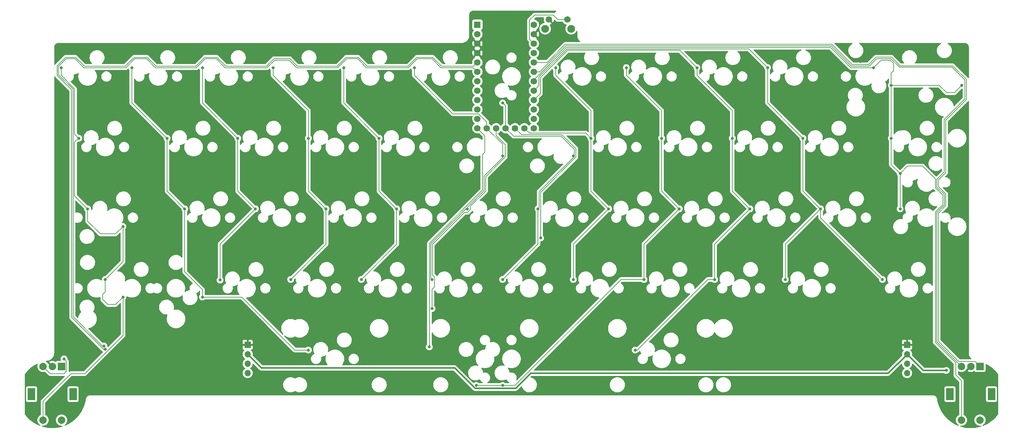
<source format=gtl>
G04 #@! TF.GenerationSoftware,KiCad,Pcbnew,(6.0.1-0)*
G04 #@! TF.CreationDate,2022-02-05T08:33:47-08:00*
G04 #@! TF.ProjectId,sketchy,736b6574-6368-4792-9e6b-696361645f70,1*
G04 #@! TF.SameCoordinates,Original*
G04 #@! TF.FileFunction,Copper,L1,Top*
G04 #@! TF.FilePolarity,Positive*
%FSLAX46Y46*%
G04 Gerber Fmt 4.6, Leading zero omitted, Abs format (unit mm)*
G04 Created by KiCad (PCBNEW (6.0.1-0)) date 2022-02-05 08:33:47*
%MOMM*%
%LPD*%
G01*
G04 APERTURE LIST*
G04 #@! TA.AperFunction,ComponentPad*
%ADD10R,1.700000X1.700000*%
G04 #@! TD*
G04 #@! TA.AperFunction,ComponentPad*
%ADD11O,1.700000X1.700000*%
G04 #@! TD*
G04 #@! TA.AperFunction,ComponentPad*
%ADD12R,2.000000X2.000000*%
G04 #@! TD*
G04 #@! TA.AperFunction,ComponentPad*
%ADD13C,2.000000*%
G04 #@! TD*
G04 #@! TA.AperFunction,ComponentPad*
%ADD14R,2.000000X3.200000*%
G04 #@! TD*
G04 #@! TA.AperFunction,ComponentPad*
%ADD15R,1.752600X1.752600*%
G04 #@! TD*
G04 #@! TA.AperFunction,ComponentPad*
%ADD16C,1.752600*%
G04 #@! TD*
G04 #@! TA.AperFunction,ComponentPad*
%ADD17C,2.100000*%
G04 #@! TD*
G04 #@! TA.AperFunction,ComponentPad*
%ADD18C,1.750000*%
G04 #@! TD*
G04 #@! TA.AperFunction,ViaPad*
%ADD19C,0.800000*%
G04 #@! TD*
G04 #@! TA.AperFunction,Conductor*
%ADD20C,0.381000*%
G04 #@! TD*
G04 #@! TA.AperFunction,Conductor*
%ADD21C,0.203200*%
G04 #@! TD*
G04 APERTURE END LIST*
D10*
X255085750Y-121602500D03*
D11*
X255085750Y-124142500D03*
X255085750Y-126682500D03*
X255085750Y-129222500D03*
D12*
X274756250Y-127437500D03*
D13*
X269756250Y-127437500D03*
X272256250Y-127437500D03*
D14*
X277856250Y-134937500D03*
X266656250Y-134937500D03*
D13*
X269756250Y-141937500D03*
X274756250Y-141937500D03*
D12*
X27106250Y-127437500D03*
D13*
X22106250Y-127437500D03*
X24606250Y-127437500D03*
D14*
X30206250Y-134937500D03*
X19006250Y-134937500D03*
D13*
X22106250Y-141937500D03*
X27106250Y-141937500D03*
D10*
X77285750Y-121602500D03*
D11*
X77285750Y-124142500D03*
X77285750Y-126682500D03*
X77285750Y-129222500D03*
D15*
X139223750Y-35242500D03*
D16*
X139223750Y-37782500D03*
X139223750Y-40322500D03*
X139223750Y-42862500D03*
X139223750Y-45402500D03*
X139223750Y-47942500D03*
X139223750Y-50482500D03*
X139223750Y-53022500D03*
X139223750Y-55562500D03*
X139223750Y-58102500D03*
X139223750Y-60642500D03*
X139223750Y-63182500D03*
X154463750Y-63182500D03*
X154463750Y-60642500D03*
X154463750Y-58102500D03*
X154463750Y-55562500D03*
X154463750Y-53022500D03*
X154463750Y-50482500D03*
X154463750Y-47942500D03*
X154463750Y-45402500D03*
X154463750Y-42862500D03*
X154463750Y-40322500D03*
X154463750Y-37782500D03*
X154463750Y-35242500D03*
X141763750Y-63182500D03*
X144303750Y-63182500D03*
X146843750Y-63182500D03*
X149383750Y-63182500D03*
X151923750Y-63182500D03*
D17*
X164512500Y-36333750D03*
X157502500Y-36333750D03*
D18*
X163512500Y-33843750D03*
X158512500Y-33843750D03*
D19*
X157988000Y-43434000D03*
X33782000Y-54356000D03*
X27178000Y-42164000D03*
X126247621Y-122183621D03*
X269748000Y-42164000D03*
X242570000Y-45212000D03*
X271018000Y-57658000D03*
X268224000Y-55118000D03*
X257175000Y-58737500D03*
X252412500Y-43656250D03*
X269081250Y-108743750D03*
X81756250Y-44450000D03*
X109537500Y-43656250D03*
X119856250Y-43656250D03*
X39687500Y-53181250D03*
X215106250Y-51593750D03*
X177006250Y-50800000D03*
X133350000Y-52387500D03*
X52387500Y-44450000D03*
X100806250Y-50800000D03*
X62706250Y-50800000D03*
X53181250Y-84137500D03*
X22225000Y-131762500D03*
X40481250Y-115887500D03*
X27781250Y-125412500D03*
X59531250Y-134143750D03*
X38900179Y-122853491D03*
X38517684Y-121930072D03*
X156281250Y-92781250D03*
X126999989Y-111831250D03*
X227012500Y-65881250D03*
X217487500Y-46831250D03*
X222250000Y-103981250D03*
X248443750Y-103981250D03*
X231775000Y-84931250D03*
X253206250Y-75406250D03*
X269875000Y-51593750D03*
X246062500Y-46831250D03*
X253206250Y-84931250D03*
X250825000Y-65881250D03*
X250825000Y-51593750D03*
X265684000Y-128524000D03*
X31750000Y-65881250D03*
X26987500Y-46831250D03*
X34131250Y-84931250D03*
X43656250Y-108743750D03*
X38893750Y-103981250D03*
X43656250Y-89693750D03*
X60325000Y-84931250D03*
X93662500Y-123031250D03*
X55562500Y-65881250D03*
X65087500Y-108743750D03*
X46037500Y-46831250D03*
X69850000Y-104140000D03*
X65087500Y-46831250D03*
X79375000Y-84931250D03*
X74612500Y-65881250D03*
X98425000Y-84931250D03*
X88900000Y-103981250D03*
X93662500Y-65881250D03*
X84137500Y-46831250D03*
X112712500Y-65881250D03*
X117475000Y-84931250D03*
X103187500Y-46831250D03*
X107950000Y-103981250D03*
X127000000Y-103981250D03*
X122237500Y-46831250D03*
X136525000Y-84931250D03*
X146050000Y-70643750D03*
X146050000Y-103981250D03*
X155575000Y-84931250D03*
X165100000Y-70643750D03*
X146050000Y-56356250D03*
X169862500Y-65881250D03*
X174625000Y-84931250D03*
X165100000Y-103981250D03*
X160337500Y-46831250D03*
X138906250Y-132556250D03*
X184150000Y-103981250D03*
X179387500Y-46831250D03*
X188912500Y-65881250D03*
X146050000Y-132556250D03*
X193675000Y-84931250D03*
X212725000Y-84931250D03*
X181768750Y-123031250D03*
X203200000Y-103981250D03*
X207962500Y-65881250D03*
X198437500Y-46831250D03*
X119888000Y-125476000D03*
X72136000Y-70104000D03*
X163068000Y-58928000D03*
X154940000Y-124460000D03*
X259080000Y-131572000D03*
X150368000Y-57404000D03*
X110236000Y-70612000D03*
D20*
X77285750Y-124142500D02*
X80989671Y-127846421D01*
X80989671Y-127846421D02*
X133079176Y-127846421D01*
X133079176Y-127846421D02*
X138582755Y-133350000D01*
X153559454Y-129286000D02*
X249942250Y-129286000D01*
X138582755Y-133350000D02*
X149495454Y-133350000D01*
X149495454Y-133350000D02*
X153559454Y-129286000D01*
X249942250Y-129286000D02*
X255085750Y-124142500D01*
D21*
X154463750Y-45402500D02*
X158059372Y-45402500D01*
X265515220Y-60982424D02*
X265515220Y-75160312D01*
X158059372Y-45402500D02*
X162908752Y-40553120D01*
X162908752Y-40553120D02*
X234819064Y-40553120D01*
X265546561Y-80901455D02*
X265546561Y-84080503D01*
X234819064Y-40553120D02*
X240291754Y-46025810D01*
X240291754Y-46025810D02*
X244689188Y-46025810D01*
X265546561Y-84080503D02*
X263500461Y-86126603D01*
X244689188Y-46025810D02*
X246699059Y-44015939D01*
X265515220Y-75160312D02*
X263500461Y-77175071D01*
X269024671Y-126136389D02*
X273455139Y-126136389D01*
X246699059Y-44015939D02*
X250895003Y-44015939D01*
X250895003Y-44015939D02*
X253212344Y-46333280D01*
X253212344Y-46333280D02*
X267374812Y-46333280D01*
X267374812Y-46333280D02*
X271071470Y-50029938D01*
X271071470Y-50029938D02*
X271071470Y-55426174D01*
X263500461Y-86126603D02*
X263500461Y-120612179D01*
X271071470Y-55426174D02*
X265515220Y-60982424D01*
X263500461Y-77175071D02*
X263500461Y-78855355D01*
X263500461Y-78855355D02*
X265546561Y-80901455D01*
X263500461Y-120612179D02*
X269024671Y-126136389D01*
X273455139Y-126136389D02*
X274756250Y-127437500D01*
X263097741Y-85959791D02*
X263097741Y-120778991D01*
X265112500Y-74993500D02*
X263097741Y-77008259D01*
X263097741Y-77008259D02*
X263097741Y-79022167D01*
X265112500Y-60815612D02*
X265112500Y-74739500D01*
X263097741Y-79022167D02*
X265143841Y-81068267D01*
X265143841Y-81068267D02*
X265143841Y-83913691D01*
X265112500Y-74739500D02*
X265112500Y-74993500D01*
X263097741Y-120778991D02*
X269756250Y-127437500D01*
X265143841Y-83913691D02*
X263097741Y-85959791D01*
X253206250Y-75406250D02*
X255216121Y-73396379D01*
X255216121Y-73396379D02*
X259275241Y-73396379D01*
X259275241Y-73396379D02*
X262695021Y-76816159D01*
X264741121Y-81235079D02*
X264741121Y-83746879D01*
X262695021Y-120945803D02*
X268224000Y-126474782D01*
X262695021Y-76816159D02*
X262695021Y-79188979D01*
X262695021Y-85792979D02*
X262695021Y-120945803D01*
X268224000Y-126474782D02*
X268224000Y-129794000D01*
X268224000Y-129794000D02*
X269756250Y-131326250D01*
X262695021Y-79188979D02*
X264741121Y-81235079D01*
X269756250Y-131326250D02*
X269756250Y-141937500D01*
X264741121Y-83746879D02*
X262695021Y-85792979D01*
X240124942Y-46428530D02*
X244856000Y-46428530D01*
X234652252Y-40955840D02*
X240124942Y-46428530D01*
X154463750Y-47942500D02*
X156088904Y-47942500D01*
X244856000Y-46428530D02*
X246865871Y-44418659D01*
X163075564Y-40955840D02*
X234652252Y-40955840D01*
X270668750Y-55259362D02*
X265112500Y-60815612D01*
X250728191Y-44418659D02*
X253045532Y-46736000D01*
X253045532Y-46736000D02*
X267208000Y-46736000D01*
X267208000Y-46736000D02*
X270668750Y-50196750D01*
X270668750Y-50196750D02*
X270668750Y-55259362D01*
X246865871Y-44418659D02*
X250728191Y-44418659D01*
X156088904Y-47942500D02*
X163075564Y-40955840D01*
X165100000Y-70643750D02*
X165398391Y-70345359D01*
X165398391Y-70345359D02*
X165398391Y-68878391D01*
X161841440Y-65321440D02*
X148982690Y-65321440D01*
X165398391Y-68878391D02*
X161841440Y-65321440D01*
X148982690Y-65321440D02*
X146843750Y-63182500D01*
X156281250Y-92781250D02*
X156276111Y-92776111D01*
X151119970Y-64918720D02*
X149383750Y-63182500D01*
X156276111Y-92776111D02*
X156276111Y-80459161D01*
X165801111Y-68711579D02*
X162008252Y-64918720D01*
X156276111Y-80459161D02*
X165801111Y-70934161D01*
X165801111Y-70934161D02*
X165801111Y-68711579D01*
X162008252Y-64918720D02*
X151119970Y-64918720D01*
X140669359Y-79795369D02*
X126298889Y-94165839D01*
X139223750Y-63182500D02*
X141251271Y-65210021D01*
X141251271Y-65210021D02*
X141251271Y-69649597D01*
X141251271Y-69649597D02*
X140669359Y-70231509D01*
X126298889Y-94165839D02*
X126298889Y-122132353D01*
X140669359Y-70231509D02*
X140669359Y-79795369D01*
X126298889Y-122132353D02*
X126247621Y-122183621D01*
X38900179Y-122853491D02*
X38449581Y-122853491D01*
X84393059Y-44418659D02*
X88644441Y-44418659D01*
X44283188Y-46428530D02*
X46664438Y-44047280D01*
X122864438Y-44047280D02*
X127166812Y-44047280D01*
X88644441Y-44418659D02*
X90690541Y-46464759D01*
X29803659Y-52837971D02*
X25883669Y-48917981D01*
X38449581Y-122853491D02*
X29803659Y-114207569D01*
X25883669Y-48917981D02*
X25883669Y-46347581D01*
X107083444Y-44047280D02*
X109500923Y-46464759D01*
X101396959Y-46464759D02*
X103814438Y-44047280D01*
X25883669Y-46347581D02*
X28183970Y-44047280D01*
X29803659Y-114207569D02*
X29803659Y-52837971D01*
X46664438Y-44047280D02*
X50173062Y-44047280D01*
X52590541Y-46464759D02*
X63296959Y-46464759D01*
X33264694Y-46428530D02*
X44283188Y-46428530D01*
X28183970Y-44047280D02*
X30883444Y-44047280D01*
X30883444Y-44047280D02*
X33264694Y-46428530D01*
X71400923Y-46464759D02*
X82346959Y-46464759D01*
X90690541Y-46464759D02*
X101396959Y-46464759D01*
X109500923Y-46464759D02*
X120446959Y-46464759D01*
X50173062Y-44047280D02*
X52590541Y-46464759D01*
X63296959Y-46464759D02*
X65714438Y-44047280D01*
X65714438Y-44047280D02*
X68983444Y-44047280D01*
X82346959Y-46464759D02*
X84393059Y-44418659D01*
X103814438Y-44047280D02*
X107083444Y-44047280D01*
X68983444Y-44047280D02*
X71400923Y-46464759D01*
X127166812Y-44047280D02*
X129548062Y-46428530D01*
X138197720Y-46428530D02*
X139223750Y-45402500D01*
X120446959Y-46464759D02*
X122864438Y-44047280D01*
X129548062Y-46428530D02*
X138197720Y-46428530D01*
X26286389Y-46540839D02*
X28377228Y-44450000D01*
X28377228Y-44450000D02*
X30716632Y-44450000D01*
X109334111Y-46867479D02*
X120613771Y-46867479D01*
X44450000Y-46831250D02*
X46831250Y-44450000D01*
X123031250Y-44450000D02*
X127000000Y-44450000D01*
X46831250Y-44450000D02*
X50006250Y-44450000D01*
X52423729Y-46867479D02*
X63463771Y-46867479D01*
X63463771Y-46867479D02*
X65881250Y-44450000D01*
X68816632Y-44450000D02*
X71234111Y-46867479D01*
X65881250Y-44450000D02*
X68816632Y-44450000D01*
X30716632Y-44450000D02*
X33097882Y-46831250D01*
X33097882Y-46831250D02*
X44450000Y-46831250D01*
X71234111Y-46867479D02*
X82513771Y-46867479D01*
X127000000Y-44450000D02*
X129381250Y-46831250D01*
X50006250Y-44450000D02*
X52423729Y-46867479D01*
X120613771Y-46867479D02*
X123031250Y-44450000D01*
X82513771Y-46867479D02*
X84559871Y-44821379D01*
X88477629Y-44821379D02*
X90523729Y-46867479D01*
X138112500Y-46831250D02*
X139223750Y-47942500D01*
X90523729Y-46867479D02*
X101563771Y-46867479D01*
X101563771Y-46867479D02*
X103981250Y-44450000D01*
X103981250Y-44450000D02*
X106916632Y-44450000D01*
X129381250Y-46831250D02*
X138112500Y-46831250D01*
X106916632Y-44450000D02*
X109334111Y-46867479D01*
X84559871Y-44821379D02*
X88477629Y-44821379D01*
X154463750Y-40322500D02*
X153286339Y-39145089D01*
X153286339Y-39145089D02*
X153286339Y-34038661D01*
X153286339Y-34038661D02*
X154657361Y-32667639D01*
X159667639Y-32667639D02*
X160843750Y-33843750D01*
X154657361Y-32667639D02*
X159667639Y-32667639D01*
X160843750Y-33843750D02*
X163512500Y-33843750D01*
X28407361Y-128738611D02*
X27764722Y-129381250D01*
X27781250Y-125412500D02*
X28407361Y-126038611D01*
X24050000Y-129381250D02*
X22106250Y-127437500D01*
X28407361Y-126038611D02*
X28407361Y-128738611D01*
X27764722Y-129381250D02*
X24050000Y-129381250D01*
X22106250Y-141937500D02*
X22106250Y-136897750D01*
X22106250Y-136897750D02*
X29609529Y-129394471D01*
X33350721Y-129394471D02*
X43688000Y-119057192D01*
X29609529Y-129394471D02*
X33350721Y-129394471D01*
X43688000Y-119057192D02*
X43688000Y-108775500D01*
X43688000Y-108775500D02*
X43656250Y-108743750D01*
X30206379Y-113462371D02*
X30206379Y-114040741D01*
X30206379Y-52671159D02*
X30206379Y-113462371D01*
X30206379Y-114040741D02*
X38095710Y-121930072D01*
X38095710Y-121930072D02*
X38517684Y-121930072D01*
X137362629Y-84241163D02*
X137362629Y-85085143D01*
X145549272Y-72136000D02*
X141474799Y-76210473D01*
X146751111Y-67600329D02*
X146751111Y-70934161D01*
X135693896Y-85909896D02*
X127104329Y-94499463D01*
X144303750Y-65152968D02*
X146751111Y-67600329D01*
X141474799Y-80128993D02*
X137362629Y-84241163D01*
X146751111Y-70934161D02*
X145549272Y-72136000D01*
X144303750Y-63182500D02*
X144303750Y-65152968D01*
X136537876Y-85909896D02*
X135693896Y-85909896D01*
X127701111Y-105978889D02*
X126999989Y-106680011D01*
X127104329Y-99568000D02*
X127104329Y-102720329D01*
X127104329Y-102720329D02*
X127701111Y-103317111D01*
X137362629Y-85085143D02*
X136537876Y-85909896D01*
X126999989Y-106680011D02*
X126999989Y-111831250D01*
X127104329Y-94499463D02*
X127104329Y-99568000D01*
X141474799Y-76210473D02*
X141474799Y-80128993D01*
X127701111Y-104962889D02*
X127701111Y-105978889D01*
X127701111Y-103317111D02*
X127701111Y-104962889D01*
X231775000Y-84931250D02*
X222250000Y-94456250D01*
X227012500Y-80168750D02*
X231775000Y-84931250D01*
X222250000Y-94456250D02*
X222250000Y-103981250D01*
X163409188Y-41761280D02*
X155813125Y-49357343D01*
X217487500Y-46831250D02*
X212417530Y-41761280D01*
X217487500Y-56356250D02*
X227012500Y-65881250D01*
X231775000Y-87312500D02*
X248443750Y-103981250D01*
X227012500Y-65881250D02*
X227012500Y-80168750D01*
X217487500Y-46831250D02*
X217487500Y-56356250D01*
X231775000Y-84931250D02*
X231775000Y-87312500D01*
X212417530Y-41761280D02*
X163409188Y-41761280D01*
X155813125Y-51673125D02*
X154463750Y-53022500D01*
X155813125Y-49357343D02*
X155813125Y-51673125D01*
X246062500Y-46831250D02*
X248072371Y-44821379D01*
X253206250Y-75406250D02*
X253206250Y-84931250D01*
X248072371Y-44821379D02*
X250561379Y-44821379D01*
X250825000Y-73025000D02*
X253206250Y-75406250D01*
X267865129Y-53603621D02*
X269875000Y-51593750D01*
X251460000Y-47642388D02*
X250825000Y-48277388D01*
X234485440Y-41358560D02*
X163242376Y-41358560D01*
X246062500Y-46831250D02*
X239958130Y-46831250D01*
X250825000Y-65881250D02*
X250825000Y-73025000D01*
X250825000Y-51593750D02*
X250825000Y-65881250D01*
X239958130Y-46831250D02*
X234485440Y-41358560D01*
X163242376Y-41358560D02*
X154463750Y-50137186D01*
X251460000Y-45720000D02*
X251460000Y-47642388D01*
X265774489Y-53603621D02*
X267865129Y-53603621D01*
X250825000Y-48277388D02*
X250825000Y-51593750D01*
X250561379Y-44821379D02*
X251460000Y-45720000D01*
X154463750Y-50137186D02*
X154463750Y-50482500D01*
X263764618Y-51593750D02*
X265774489Y-53603621D01*
X250825000Y-51593750D02*
X263764618Y-51593750D01*
X26286389Y-48389611D02*
X26286389Y-48751169D01*
X26286389Y-48751169D02*
X30206379Y-52671159D01*
X26286389Y-46540839D02*
X26286389Y-48389611D01*
D20*
X265684000Y-128524000D02*
X259467250Y-128524000D01*
X259467250Y-128524000D02*
X255085750Y-124142500D01*
D21*
X26987500Y-46831250D02*
X26987500Y-48882748D01*
X31750000Y-65881250D02*
X31654750Y-65881250D01*
X43656250Y-89693750D02*
X43656250Y-99218750D01*
X38170681Y-109368563D02*
X38170681Y-108020681D01*
X37587259Y-91703621D02*
X41646379Y-91703621D01*
X38893750Y-107297612D02*
X38893750Y-103981250D01*
X34131250Y-88247612D02*
X37587259Y-91703621D01*
X38170681Y-108020681D02*
X38893750Y-107297612D01*
X43656250Y-108743750D02*
X41646379Y-110753621D01*
X39555739Y-110753621D02*
X38170681Y-109368563D01*
X31654750Y-65881250D02*
X30609099Y-66926901D01*
X43656250Y-99218750D02*
X38893750Y-103981250D01*
X30609099Y-52504347D02*
X30609099Y-64740349D01*
X41646379Y-110753621D02*
X39555739Y-110753621D01*
X34131250Y-84931250D02*
X34131250Y-88247612D01*
X26987500Y-48882748D02*
X30609099Y-52504347D01*
X30609099Y-81409099D02*
X34131250Y-84931250D01*
X41646379Y-91703621D02*
X43656250Y-89693750D01*
X30609099Y-64740349D02*
X31750000Y-65881250D01*
X30609099Y-66926901D02*
X30609099Y-81409099D01*
X46037500Y-56356250D02*
X55562500Y-65881250D01*
X65087500Y-108743750D02*
X75723750Y-108743750D01*
X55562500Y-80168750D02*
X60325000Y-84931250D01*
X90011250Y-123031250D02*
X93662500Y-123031250D01*
X60325000Y-84931250D02*
X60325000Y-101929752D01*
X75723750Y-108743750D02*
X90011250Y-123031250D01*
X55562500Y-65881250D02*
X55562500Y-80168750D01*
X65087500Y-106692252D02*
X65087500Y-108743750D01*
X46037500Y-46831250D02*
X46037500Y-56356250D01*
X60325000Y-101929752D02*
X65087500Y-106692252D01*
X69850000Y-94456250D02*
X69850000Y-104140000D01*
X74612500Y-65881250D02*
X74612500Y-80168750D01*
X65087500Y-56356250D02*
X74612500Y-65881250D01*
X79375000Y-84931250D02*
X69850000Y-94456250D01*
X65087500Y-46831250D02*
X65087500Y-56356250D01*
X74612500Y-80168750D02*
X79375000Y-84931250D01*
X93662500Y-58407748D02*
X93662500Y-65881250D01*
X84137500Y-46831250D02*
X84137500Y-48882748D01*
X84137500Y-48882748D02*
X93662500Y-58407748D01*
X93662500Y-65881250D02*
X93662500Y-80168750D01*
X93662500Y-80168750D02*
X98425000Y-84931250D01*
X98425000Y-84931250D02*
X98425000Y-94456250D01*
X98425000Y-94456250D02*
X88900000Y-103981250D01*
X112712500Y-80168750D02*
X117475000Y-84931250D01*
X117475000Y-84931250D02*
X117475000Y-94456250D01*
X117475000Y-94456250D02*
X107950000Y-103981250D01*
X103187500Y-56356250D02*
X112712500Y-65881250D01*
X112712500Y-65881250D02*
X112712500Y-80168750D01*
X103187500Y-46831250D02*
X103187500Y-56356250D01*
X136198260Y-84836000D02*
X126701609Y-94332651D01*
X136429750Y-84836000D02*
X136198260Y-84836000D01*
X141072079Y-79962181D02*
X136525000Y-84509260D01*
X146050000Y-71065740D02*
X141072079Y-76043661D01*
X146050000Y-67468750D02*
X146050000Y-70643750D01*
X122237500Y-48882748D02*
X132634663Y-59279911D01*
X141763750Y-61499750D02*
X141763750Y-63182500D01*
X141072079Y-76043661D02*
X141072079Y-79962181D01*
X122237500Y-46831250D02*
X122237500Y-48882748D01*
X146050000Y-70643750D02*
X146050000Y-71065740D01*
X136525000Y-84509260D02*
X136525000Y-84931250D01*
X126701609Y-103682859D02*
X127000000Y-103981250D01*
X132634663Y-59279911D02*
X139543911Y-59279911D01*
X136525000Y-84931250D02*
X136429750Y-84836000D01*
X126701609Y-94332651D02*
X126701609Y-103682859D01*
X139543911Y-59279911D02*
X141763750Y-61499750D01*
X141763750Y-63182500D02*
X146050000Y-67468750D01*
X146843750Y-57150000D02*
X146843750Y-63182500D01*
X146050000Y-56356250D02*
X146843750Y-57150000D01*
X155575000Y-94456250D02*
X146050000Y-103981250D01*
X155873391Y-80292349D02*
X155873391Y-84632859D01*
X165100000Y-71065740D02*
X155873391Y-80292349D01*
X155873391Y-84632859D02*
X155575000Y-84931250D01*
X155575000Y-84931250D02*
X155575000Y-94456250D01*
X165100000Y-70643750D02*
X165100000Y-71065740D01*
X165100000Y-94456250D02*
X174625000Y-84931250D01*
X168497250Y-64516000D02*
X169862500Y-65881250D01*
X153257250Y-64516000D02*
X168497250Y-64516000D01*
X160337500Y-48882748D02*
X169874752Y-58420000D01*
X169862500Y-65881250D02*
X169862500Y-80168750D01*
X151923750Y-63182500D02*
X153257250Y-64516000D01*
X169874752Y-65868998D02*
X169862500Y-65881250D01*
X160337500Y-46831250D02*
X160337500Y-48882748D01*
X169862500Y-80168750D02*
X174625000Y-84931250D01*
X169874752Y-58420000D02*
X169874752Y-65868998D01*
X165100000Y-103981250D02*
X165100000Y-94456250D01*
X184150000Y-94456250D02*
X184150000Y-103981250D01*
X179387500Y-48882748D02*
X188912500Y-58407748D01*
X179387500Y-46831250D02*
X179387500Y-48882748D01*
X188912500Y-58407748D02*
X188912500Y-65881250D01*
X193675000Y-84931250D02*
X184150000Y-94456250D01*
X146050000Y-132556250D02*
X138906250Y-132556250D01*
X177971002Y-103981250D02*
X149396002Y-132556250D01*
X188912500Y-80168750D02*
X193675000Y-84931250D01*
X188912500Y-65881250D02*
X188912500Y-80168750D01*
X149396002Y-132556250D02*
X146050000Y-132556250D01*
X184150000Y-103981250D02*
X177971002Y-103981250D01*
X193770250Y-42164000D02*
X163576000Y-42164000D01*
X201375868Y-103981250D02*
X182325868Y-123031250D01*
X198437500Y-46831250D02*
X198437500Y-48882748D01*
X207962500Y-80168750D02*
X212725000Y-84931250D01*
X163576000Y-42164000D02*
X156215845Y-49524155D01*
X156215845Y-49524155D02*
X156215845Y-53810405D01*
X198437500Y-46831250D02*
X193770250Y-42164000D01*
X207962500Y-58407748D02*
X207962500Y-65881250D01*
X198437500Y-48882748D02*
X207962500Y-58407748D01*
X182325868Y-123031250D02*
X181768750Y-123031250D01*
X203200000Y-94456250D02*
X203200000Y-103981250D01*
X156215845Y-53810405D02*
X154463750Y-55562500D01*
X212725000Y-84931250D02*
X203200000Y-94456250D01*
X203200000Y-103981250D02*
X201375868Y-103981250D01*
X207962500Y-65881250D02*
X207962500Y-80168750D01*
G04 #@! TA.AperFunction,Conductor*
G36*
X276450944Y-126802973D02*
G01*
X276901828Y-127048163D01*
X276908414Y-127052007D01*
X277377102Y-127344937D01*
X277383443Y-127349173D01*
X277833526Y-127669900D01*
X277839600Y-127674511D01*
X278110734Y-127893614D01*
X278269480Y-128021897D01*
X278275260Y-128026864D01*
X278683347Y-128399627D01*
X278688795Y-128404916D01*
X279073584Y-128801681D01*
X279078718Y-128807307D01*
X279254532Y-129012042D01*
X279438787Y-129226608D01*
X279443578Y-129232541D01*
X279660132Y-129517989D01*
X279685369Y-129584348D01*
X279685750Y-129594143D01*
X279685750Y-140283127D01*
X279665748Y-140351248D01*
X279660609Y-140358648D01*
X279428741Y-140668313D01*
X279423707Y-140674606D01*
X279387909Y-140716535D01*
X279048399Y-141114186D01*
X279043000Y-141120115D01*
X278640368Y-141534789D01*
X278634572Y-141540389D01*
X278206259Y-141928468D01*
X278200117Y-141933686D01*
X277973987Y-142113643D01*
X277749942Y-142291941D01*
X277747857Y-142293600D01*
X277741398Y-142298410D01*
X277267056Y-142628671D01*
X277260320Y-142633048D01*
X276765837Y-142932306D01*
X276758828Y-142936247D01*
X276251075Y-143200754D01*
X276246211Y-143203288D01*
X276238954Y-143206778D01*
X276131893Y-143254111D01*
X275710326Y-143440492D01*
X275702855Y-143443513D01*
X275604139Y-143479805D01*
X275533300Y-143484537D01*
X275471148Y-143450220D01*
X275437416Y-143387749D01*
X275442813Y-143316958D01*
X275485627Y-143260322D01*
X275494820Y-143254115D01*
X275645666Y-143161676D01*
X275801632Y-143028468D01*
X275822463Y-143010677D01*
X275826219Y-143007469D01*
X275980426Y-142826916D01*
X275983005Y-142822708D01*
X275983009Y-142822702D01*
X276101904Y-142628683D01*
X276104490Y-142624463D01*
X276106634Y-142619289D01*
X276193461Y-142409667D01*
X276193462Y-142409665D01*
X276195355Y-142405094D01*
X276223123Y-142289431D01*
X276249630Y-142179024D01*
X276249631Y-142179018D01*
X276250785Y-142174211D01*
X276269415Y-141937500D01*
X276250785Y-141700789D01*
X276195355Y-141469906D01*
X276117928Y-141282979D01*
X276106385Y-141255111D01*
X276106383Y-141255107D01*
X276104490Y-141250537D01*
X276101904Y-141246317D01*
X275983009Y-141052298D01*
X275983005Y-141052292D01*
X275980426Y-141048084D01*
X275826219Y-140867531D01*
X275645666Y-140713324D01*
X275641458Y-140710745D01*
X275641452Y-140710741D01*
X275447433Y-140591846D01*
X275443213Y-140589260D01*
X275438643Y-140587367D01*
X275438639Y-140587365D01*
X275228417Y-140500289D01*
X275228415Y-140500288D01*
X275223844Y-140498395D01*
X275096390Y-140467796D01*
X274997774Y-140444120D01*
X274997768Y-140444119D01*
X274992961Y-140442965D01*
X274756250Y-140424335D01*
X274519539Y-140442965D01*
X274514732Y-140444119D01*
X274514726Y-140444120D01*
X274416110Y-140467796D01*
X274288656Y-140498395D01*
X274284085Y-140500288D01*
X274284083Y-140500289D01*
X274073861Y-140587365D01*
X274073857Y-140587367D01*
X274069287Y-140589260D01*
X274065067Y-140591846D01*
X273871048Y-140710741D01*
X273871042Y-140710745D01*
X273866834Y-140713324D01*
X273686281Y-140867531D01*
X273532074Y-141048084D01*
X273529495Y-141052292D01*
X273529491Y-141052298D01*
X273410596Y-141246317D01*
X273408010Y-141250537D01*
X273406117Y-141255107D01*
X273406115Y-141255111D01*
X273394572Y-141282979D01*
X273317145Y-141469906D01*
X273261715Y-141700789D01*
X273243085Y-141937500D01*
X273261715Y-142174211D01*
X273262869Y-142179018D01*
X273262870Y-142179024D01*
X273289377Y-142289431D01*
X273317145Y-142405094D01*
X273319038Y-142409665D01*
X273319039Y-142409667D01*
X273405867Y-142619289D01*
X273408010Y-142624463D01*
X273410596Y-142628683D01*
X273529491Y-142822702D01*
X273529495Y-142822708D01*
X273532074Y-142826916D01*
X273686281Y-143007469D01*
X273690037Y-143010677D01*
X273710868Y-143028468D01*
X273866834Y-143161676D01*
X273871042Y-143164255D01*
X273871048Y-143164259D01*
X273972019Y-143226134D01*
X274069287Y-143285740D01*
X274073857Y-143287633D01*
X274073861Y-143287635D01*
X274247515Y-143359564D01*
X274288656Y-143376605D01*
X274368859Y-143395860D01*
X274514726Y-143430880D01*
X274514732Y-143430881D01*
X274519539Y-143432035D01*
X274756250Y-143450665D01*
X274761180Y-143450277D01*
X274988032Y-143432423D01*
X274988033Y-143432423D01*
X274989952Y-143432272D01*
X274989953Y-143432272D01*
X274992961Y-143432035D01*
X274993011Y-143432667D01*
X275059831Y-143441306D01*
X275114143Y-143487031D01*
X275135112Y-143554860D01*
X275116081Y-143623259D01*
X275063093Y-143670510D01*
X275044957Y-143677450D01*
X274728298Y-143771369D01*
X274598611Y-143809833D01*
X274590815Y-143811876D01*
X274027330Y-143940460D01*
X274019419Y-143942001D01*
X273578141Y-144013385D01*
X273448855Y-144034299D01*
X273440870Y-144035329D01*
X272865562Y-144090963D01*
X272857542Y-144091480D01*
X272279832Y-144110219D01*
X272271800Y-144110222D01*
X271694101Y-144091990D01*
X271686087Y-144091481D01*
X271384754Y-144062608D01*
X271110718Y-144036350D01*
X271102724Y-144035325D01*
X270532082Y-143943527D01*
X270524170Y-143941993D01*
X270489622Y-143934141D01*
X270309943Y-143893305D01*
X269960562Y-143813900D01*
X269952764Y-143811863D01*
X269511618Y-143681443D01*
X269451963Y-143642949D01*
X269422590Y-143578314D01*
X269432823Y-143508059D01*
X269479416Y-143454489D01*
X269547573Y-143434613D01*
X269557223Y-143435001D01*
X269756250Y-143450665D01*
X269992961Y-143432035D01*
X269997768Y-143430881D01*
X269997774Y-143430880D01*
X270143641Y-143395860D01*
X270223844Y-143376605D01*
X270264985Y-143359564D01*
X270438639Y-143287635D01*
X270438643Y-143287633D01*
X270443213Y-143285740D01*
X270540481Y-143226134D01*
X270641452Y-143164259D01*
X270641458Y-143164255D01*
X270645666Y-143161676D01*
X270801632Y-143028468D01*
X270822463Y-143010677D01*
X270826219Y-143007469D01*
X270980426Y-142826916D01*
X270983005Y-142822708D01*
X270983009Y-142822702D01*
X271101904Y-142628683D01*
X271104490Y-142624463D01*
X271106634Y-142619289D01*
X271193461Y-142409667D01*
X271193462Y-142409665D01*
X271195355Y-142405094D01*
X271223123Y-142289431D01*
X271249630Y-142179024D01*
X271249631Y-142179018D01*
X271250785Y-142174211D01*
X271269415Y-141937500D01*
X271250785Y-141700789D01*
X271195355Y-141469906D01*
X271117928Y-141282979D01*
X271106385Y-141255111D01*
X271106383Y-141255107D01*
X271104490Y-141250537D01*
X271101904Y-141246317D01*
X270983009Y-141052298D01*
X270983005Y-141052292D01*
X270980426Y-141048084D01*
X270826219Y-140867531D01*
X270645666Y-140713324D01*
X270641458Y-140710745D01*
X270641452Y-140710741D01*
X270447435Y-140591847D01*
X270447433Y-140591846D01*
X270443213Y-140589260D01*
X270438634Y-140587363D01*
X270435153Y-140585590D01*
X270383535Y-140536844D01*
X270366350Y-140473320D01*
X270366350Y-136585634D01*
X276347750Y-136585634D01*
X276354505Y-136647816D01*
X276405635Y-136784205D01*
X276492989Y-136900761D01*
X276609545Y-136988115D01*
X276745934Y-137039245D01*
X276808116Y-137046000D01*
X278904384Y-137046000D01*
X278966566Y-137039245D01*
X279102955Y-136988115D01*
X279219511Y-136900761D01*
X279306865Y-136784205D01*
X279357995Y-136647816D01*
X279364750Y-136585634D01*
X279364750Y-133289366D01*
X279357995Y-133227184D01*
X279306865Y-133090795D01*
X279219511Y-132974239D01*
X279102955Y-132886885D01*
X278966566Y-132835755D01*
X278904384Y-132829000D01*
X276808116Y-132829000D01*
X276745934Y-132835755D01*
X276609545Y-132886885D01*
X276492989Y-132974239D01*
X276405635Y-133090795D01*
X276354505Y-133227184D01*
X276347750Y-133289366D01*
X276347750Y-136585634D01*
X270366350Y-136585634D01*
X270366350Y-131401931D01*
X270366847Y-131391382D01*
X270368470Y-131384122D01*
X270366412Y-131318637D01*
X270366350Y-131314679D01*
X270366350Y-131287867D01*
X270365854Y-131283941D01*
X270365800Y-131283085D01*
X270364958Y-131272389D01*
X270363877Y-131237971D01*
X270363877Y-131237970D01*
X270363628Y-131230051D01*
X270361417Y-131222439D01*
X270361416Y-131222435D01*
X270358286Y-131211658D01*
X270354278Y-131192306D01*
X270354074Y-131190695D01*
X270351879Y-131173318D01*
X270336285Y-131133933D01*
X270332447Y-131122725D01*
X270320623Y-131082025D01*
X270316590Y-131075205D01*
X270316587Y-131075199D01*
X270310878Y-131065547D01*
X270302183Y-131047800D01*
X270295134Y-131029996D01*
X270290470Y-131023576D01*
X270290468Y-131023573D01*
X270270233Y-130995721D01*
X270263725Y-130985816D01*
X270242156Y-130949344D01*
X270228624Y-130935812D01*
X270215782Y-130920777D01*
X270204529Y-130905288D01*
X270171883Y-130878281D01*
X270163103Y-130870291D01*
X268871005Y-129578193D01*
X268836979Y-129515881D01*
X268834100Y-129489098D01*
X268834100Y-128866607D01*
X268854102Y-128798486D01*
X268907758Y-128751993D01*
X268978032Y-128741889D01*
X269025935Y-128759174D01*
X269045478Y-128771150D01*
X269069287Y-128785740D01*
X269073857Y-128787633D01*
X269073861Y-128787635D01*
X269284083Y-128874711D01*
X269288656Y-128876605D01*
X269331984Y-128887007D01*
X269514726Y-128930880D01*
X269514732Y-128930881D01*
X269519539Y-128932035D01*
X269756250Y-128950665D01*
X269992961Y-128932035D01*
X269997768Y-128930881D01*
X269997774Y-128930880D01*
X270180516Y-128887007D01*
X270223844Y-128876605D01*
X270228417Y-128874711D01*
X270438639Y-128787635D01*
X270438643Y-128787633D01*
X270443213Y-128785740D01*
X270467022Y-128771150D01*
X270641452Y-128664259D01*
X270641458Y-128664255D01*
X270645666Y-128661676D01*
X270826219Y-128507469D01*
X270840235Y-128491059D01*
X270965003Y-128344974D01*
X271010936Y-128311098D01*
X271032918Y-128301622D01*
X272167155Y-127167385D01*
X272229467Y-127133359D01*
X272300282Y-127138424D01*
X272345345Y-127167385D01*
X272526365Y-127348405D01*
X272560391Y-127410717D01*
X272555326Y-127481532D01*
X272526365Y-127526595D01*
X271395170Y-128657790D01*
X271388410Y-128670170D01*
X271394137Y-128677820D01*
X271565292Y-128782705D01*
X271574087Y-128787187D01*
X271784238Y-128874234D01*
X271793623Y-128877283D01*
X272014804Y-128930385D01*
X272024551Y-128931928D01*
X272251320Y-128949775D01*
X272261180Y-128949775D01*
X272487949Y-128931928D01*
X272497696Y-128930385D01*
X272718877Y-128877283D01*
X272728262Y-128874234D01*
X272938413Y-128787187D01*
X272947208Y-128782705D01*
X273145371Y-128661270D01*
X273146646Y-128663351D01*
X273203989Y-128642780D01*
X273273168Y-128658742D01*
X273312224Y-128692997D01*
X273383590Y-128788220D01*
X273392989Y-128800761D01*
X273509545Y-128888115D01*
X273645934Y-128939245D01*
X273708116Y-128946000D01*
X275804384Y-128946000D01*
X275866566Y-128939245D01*
X276002955Y-128888115D01*
X276119511Y-128800761D01*
X276206865Y-128684205D01*
X276257995Y-128547816D01*
X276264750Y-128485634D01*
X276264750Y-126913665D01*
X276284752Y-126845544D01*
X276338408Y-126799051D01*
X276408682Y-126788947D01*
X276450944Y-126802973D01*
G37*
G04 #@! TD.AperFunction*
G04 #@! TA.AperFunction,Conductor*
G36*
X226597430Y-41988662D02*
G01*
X226643923Y-42042318D01*
X226654027Y-42112592D01*
X226624533Y-42177172D01*
X226572403Y-42213061D01*
X226356469Y-42291654D01*
X226356465Y-42291656D01*
X226352324Y-42293163D01*
X226104308Y-42425036D01*
X226100749Y-42427622D01*
X226100747Y-42427623D01*
X225883347Y-42585573D01*
X225877058Y-42590142D01*
X225873894Y-42593198D01*
X225873891Y-42593200D01*
X225824606Y-42640794D01*
X225674998Y-42785269D01*
X225590889Y-42892924D01*
X225513809Y-42991583D01*
X225502062Y-43006618D01*
X225499866Y-43010422D01*
X225499861Y-43010429D01*
X225386044Y-43207567D01*
X225361614Y-43249881D01*
X225256388Y-43510324D01*
X225255323Y-43514597D01*
X225255322Y-43514599D01*
X225193366Y-43763092D01*
X225188433Y-43782876D01*
X225187974Y-43787244D01*
X225187973Y-43787249D01*
X225163075Y-44024146D01*
X225159072Y-44062233D01*
X225159225Y-44066621D01*
X225159225Y-44066627D01*
X225167435Y-44301716D01*
X225168875Y-44342958D01*
X225169637Y-44347281D01*
X225169638Y-44347288D01*
X225193414Y-44482124D01*
X225217652Y-44619587D01*
X225304453Y-44886735D01*
X225306381Y-44890688D01*
X225306383Y-44890693D01*
X225335602Y-44950600D01*
X225427590Y-45139202D01*
X225430045Y-45142841D01*
X225430048Y-45142847D01*
X225483003Y-45221356D01*
X225584665Y-45372076D01*
X225772621Y-45580822D01*
X225987800Y-45761379D01*
X226226014Y-45910231D01*
X226357544Y-45968792D01*
X226455938Y-46012600D01*
X226482625Y-46024482D01*
X226752640Y-46101907D01*
X226756990Y-46102518D01*
X226756993Y-46102519D01*
X226859940Y-46116987D01*
X227030802Y-46141000D01*
X227241396Y-46141000D01*
X227243582Y-46140847D01*
X227243586Y-46140847D01*
X227447077Y-46126618D01*
X227447082Y-46126617D01*
X227451462Y-46126311D01*
X227726220Y-46067909D01*
X227730349Y-46066406D01*
X227730353Y-46066405D01*
X227986031Y-45973346D01*
X227986035Y-45973344D01*
X227990176Y-45971837D01*
X228238192Y-45839964D01*
X228241753Y-45837377D01*
X228461879Y-45677447D01*
X228461882Y-45677444D01*
X228465442Y-45674858D01*
X228470732Y-45669750D01*
X228598238Y-45546618D01*
X228667502Y-45479731D01*
X228826098Y-45276737D01*
X228837731Y-45261847D01*
X228837732Y-45261846D01*
X228840438Y-45258382D01*
X228842634Y-45254578D01*
X228842639Y-45254571D01*
X228978685Y-45018931D01*
X228980886Y-45015119D01*
X229086112Y-44754676D01*
X229088308Y-44745869D01*
X229153003Y-44486393D01*
X229153004Y-44486388D01*
X229154067Y-44482124D01*
X229158941Y-44435755D01*
X229182969Y-44207136D01*
X229182969Y-44207133D01*
X229183428Y-44202767D01*
X229183275Y-44198373D01*
X229173779Y-43926439D01*
X229173778Y-43926433D01*
X229173625Y-43922042D01*
X229172796Y-43917337D01*
X229125610Y-43649736D01*
X229124848Y-43645413D01*
X229038047Y-43378265D01*
X229035980Y-43374026D01*
X228971722Y-43242279D01*
X228914910Y-43125798D01*
X228912455Y-43122159D01*
X228912452Y-43122153D01*
X228823817Y-42990747D01*
X228757835Y-42892924D01*
X228569879Y-42684178D01*
X228354700Y-42503621D01*
X228116486Y-42354769D01*
X227859875Y-42240518D01*
X227773599Y-42215779D01*
X227713630Y-42177775D01*
X227683728Y-42113383D01*
X227693385Y-42043046D01*
X227739537Y-41989097D01*
X227808329Y-41968660D01*
X234180539Y-41968660D01*
X234248660Y-41988662D01*
X234269634Y-42005565D01*
X239473202Y-47209133D01*
X239480318Y-47216951D01*
X239484304Y-47223233D01*
X239490084Y-47228661D01*
X239490085Y-47228662D01*
X239532077Y-47268095D01*
X239534919Y-47270850D01*
X239553865Y-47289796D01*
X239557004Y-47292231D01*
X239557654Y-47292804D01*
X239565785Y-47299751D01*
X239590889Y-47323324D01*
X239590892Y-47323326D01*
X239596672Y-47328754D01*
X239603617Y-47332572D01*
X239603620Y-47332574D01*
X239613450Y-47337978D01*
X239629977Y-47348834D01*
X239645096Y-47360562D01*
X239678329Y-47374943D01*
X239683965Y-47377382D01*
X239694626Y-47382604D01*
X239731752Y-47403015D01*
X239739431Y-47404987D01*
X239739432Y-47404987D01*
X239750291Y-47407775D01*
X239768996Y-47414179D01*
X239786564Y-47421781D01*
X239794396Y-47423021D01*
X239794401Y-47423023D01*
X239828409Y-47428410D01*
X239840022Y-47430814D01*
X239881056Y-47441350D01*
X239900193Y-47441350D01*
X239919904Y-47442901D01*
X239930984Y-47444656D01*
X239930986Y-47444656D01*
X239938814Y-47445896D01*
X239980990Y-47441909D01*
X239992849Y-47441350D01*
X241627640Y-47441350D01*
X241695761Y-47461352D01*
X241742254Y-47515008D01*
X241752358Y-47585282D01*
X241729576Y-47641410D01*
X241564226Y-47868996D01*
X241562319Y-47872465D01*
X241562317Y-47872468D01*
X241414729Y-48140930D01*
X241412534Y-48144923D01*
X241296620Y-48437687D01*
X241218314Y-48742670D01*
X241178850Y-49055062D01*
X241178850Y-49369938D01*
X241218314Y-49682330D01*
X241296620Y-49987313D01*
X241298073Y-49990982D01*
X241298073Y-49990983D01*
X241300854Y-49998007D01*
X241412534Y-50280077D01*
X241414436Y-50283536D01*
X241414437Y-50283539D01*
X241561134Y-50550379D01*
X241564226Y-50556004D01*
X241659125Y-50686622D01*
X241741461Y-50799947D01*
X241749305Y-50810744D01*
X241964852Y-51040278D01*
X242207468Y-51240987D01*
X242372313Y-51345601D01*
X242411603Y-51370535D01*
X242473326Y-51409706D01*
X242476905Y-51411390D01*
X242476912Y-51411394D01*
X242754644Y-51542084D01*
X242754648Y-51542086D01*
X242758234Y-51543773D01*
X243057698Y-51641075D01*
X243366996Y-51700077D01*
X243460550Y-51705963D01*
X243600608Y-51714775D01*
X243600624Y-51714776D01*
X243602603Y-51714900D01*
X243759897Y-51714900D01*
X243761876Y-51714776D01*
X243761892Y-51714775D01*
X243901950Y-51705963D01*
X243995504Y-51700077D01*
X244304802Y-51641075D01*
X244604266Y-51543773D01*
X244607852Y-51542086D01*
X244607856Y-51542084D01*
X244885588Y-51411394D01*
X244885595Y-51411390D01*
X244889174Y-51409706D01*
X244950898Y-51370535D01*
X244990187Y-51345601D01*
X245155032Y-51240987D01*
X245355837Y-51074867D01*
X245421074Y-51046857D01*
X245491099Y-51058564D01*
X245543679Y-51106271D01*
X245562119Y-51174831D01*
X245558409Y-51202434D01*
X245510741Y-51393621D01*
X245508433Y-51402876D01*
X245507974Y-51407244D01*
X245507973Y-51407249D01*
X245482891Y-51645897D01*
X245479072Y-51682233D01*
X245479225Y-51686621D01*
X245479225Y-51686627D01*
X245485331Y-51861462D01*
X245488875Y-51962958D01*
X245489637Y-51967281D01*
X245489638Y-51967288D01*
X245518451Y-52130694D01*
X245537652Y-52239587D01*
X245624453Y-52506735D01*
X245626381Y-52510688D01*
X245626383Y-52510693D01*
X245661635Y-52582970D01*
X245747590Y-52759202D01*
X245750045Y-52762841D01*
X245750048Y-52762847D01*
X245803003Y-52841356D01*
X245904665Y-52992076D01*
X246092621Y-53200822D01*
X246307800Y-53381379D01*
X246546014Y-53530231D01*
X246802625Y-53644482D01*
X247072640Y-53721907D01*
X247076990Y-53722518D01*
X247076993Y-53722519D01*
X247155342Y-53733530D01*
X247350802Y-53761000D01*
X247561396Y-53761000D01*
X247563582Y-53760847D01*
X247563586Y-53760847D01*
X247767077Y-53746618D01*
X247767082Y-53746617D01*
X247771462Y-53746311D01*
X248046220Y-53687909D01*
X248050349Y-53686406D01*
X248050353Y-53686405D01*
X248306031Y-53593346D01*
X248306035Y-53593344D01*
X248310176Y-53591837D01*
X248558192Y-53459964D01*
X248581786Y-53442822D01*
X248781879Y-53297447D01*
X248781882Y-53297444D01*
X248785442Y-53294858D01*
X248790732Y-53289750D01*
X248918238Y-53166618D01*
X248987502Y-53099731D01*
X249160438Y-52878382D01*
X249162634Y-52874578D01*
X249162639Y-52874571D01*
X249298685Y-52638931D01*
X249300886Y-52635119D01*
X249406112Y-52374676D01*
X249408308Y-52365869D01*
X249473003Y-52106393D01*
X249473004Y-52106388D01*
X249474067Y-52102124D01*
X249486153Y-51987138D01*
X249502969Y-51827136D01*
X249502969Y-51827133D01*
X249503428Y-51822767D01*
X249503275Y-51818373D01*
X249493779Y-51546439D01*
X249493778Y-51546433D01*
X249493625Y-51542042D01*
X249482711Y-51480142D01*
X249453598Y-51315036D01*
X249444848Y-51265413D01*
X249358047Y-50998265D01*
X249355980Y-50994026D01*
X249266586Y-50810744D01*
X249234910Y-50745798D01*
X249199916Y-50693917D01*
X249178406Y-50626257D01*
X249196890Y-50557709D01*
X249252624Y-50508577D01*
X249431667Y-50427924D01*
X249431670Y-50427923D01*
X249436528Y-50425734D01*
X249631291Y-50294612D01*
X249677491Y-50250540D01*
X249797320Y-50136228D01*
X249801177Y-50132549D01*
X249941328Y-49944179D01*
X249947550Y-49931943D01*
X249976583Y-49874838D01*
X250025287Y-49823180D01*
X250094187Y-49806054D01*
X250161408Y-49828897D01*
X250205609Y-49884456D01*
X250214900Y-49931943D01*
X250214900Y-50865237D01*
X250194898Y-50933358D01*
X250182536Y-50949547D01*
X250103441Y-51037391D01*
X250085960Y-51056806D01*
X249990473Y-51222194D01*
X249931458Y-51403822D01*
X249930768Y-51410383D01*
X249930768Y-51410385D01*
X249913984Y-51570079D01*
X249911496Y-51593750D01*
X249912186Y-51600315D01*
X249930671Y-51776186D01*
X249931458Y-51783678D01*
X249990473Y-51965306D01*
X249993776Y-51971028D01*
X249993777Y-51971029D01*
X250003078Y-51987138D01*
X250085960Y-52130694D01*
X250090378Y-52135601D01*
X250090379Y-52135602D01*
X250182536Y-52237953D01*
X250213254Y-52301960D01*
X250214900Y-52322263D01*
X250214900Y-65152737D01*
X250194898Y-65220858D01*
X250182536Y-65237047D01*
X250161900Y-65259966D01*
X250085960Y-65344306D01*
X249990473Y-65509694D01*
X249931458Y-65691322D01*
X249930768Y-65697883D01*
X249930768Y-65697885D01*
X249916470Y-65833925D01*
X249911496Y-65881250D01*
X249912186Y-65887815D01*
X249916469Y-65928561D01*
X249931458Y-66071178D01*
X249990473Y-66252806D01*
X250085960Y-66418194D01*
X250090378Y-66423101D01*
X250090379Y-66423102D01*
X250182536Y-66525453D01*
X250213254Y-66589460D01*
X250214900Y-66609763D01*
X250214900Y-72949322D01*
X250214402Y-72959874D01*
X250212781Y-72967128D01*
X250213952Y-73004396D01*
X250214838Y-73032595D01*
X250214900Y-73036552D01*
X250214900Y-73063383D01*
X250215396Y-73067310D01*
X250215453Y-73068216D01*
X250216292Y-73078860D01*
X250217622Y-73121199D01*
X250219834Y-73128812D01*
X250222964Y-73139586D01*
X250226972Y-73158943D01*
X250229371Y-73177932D01*
X250232291Y-73185307D01*
X250244964Y-73217318D01*
X250248808Y-73228545D01*
X250258415Y-73261609D01*
X250260628Y-73269225D01*
X250270374Y-73285705D01*
X250279065Y-73303445D01*
X250286116Y-73321254D01*
X250310558Y-73354896D01*
X250311020Y-73355532D01*
X250317536Y-73365452D01*
X250339095Y-73401906D01*
X250352622Y-73415433D01*
X250365463Y-73430467D01*
X250376721Y-73445962D01*
X250382829Y-73451015D01*
X250409372Y-73472973D01*
X250418152Y-73480963D01*
X252256531Y-75319343D01*
X252290557Y-75381655D01*
X252292971Y-75404111D01*
X252292746Y-75406250D01*
X252293436Y-75412815D01*
X252311380Y-75583539D01*
X252312708Y-75596178D01*
X252371723Y-75777806D01*
X252467210Y-75943194D01*
X252471628Y-75948101D01*
X252471629Y-75948102D01*
X252563786Y-76050453D01*
X252594504Y-76114460D01*
X252596150Y-76134763D01*
X252596150Y-84202737D01*
X252576148Y-84270858D01*
X252563786Y-84287047D01*
X252539674Y-84313826D01*
X252467210Y-84394306D01*
X252371723Y-84559694D01*
X252312708Y-84741322D01*
X252292746Y-84931250D01*
X252293436Y-84937814D01*
X252293436Y-84937815D01*
X252297719Y-84978561D01*
X252312708Y-85121178D01*
X252371723Y-85302806D01*
X252467210Y-85468194D01*
X252471628Y-85473101D01*
X252471629Y-85473102D01*
X252563786Y-85575453D01*
X252594997Y-85610116D01*
X252656938Y-85655119D01*
X252742743Y-85717460D01*
X252749498Y-85722368D01*
X252755526Y-85725052D01*
X252755528Y-85725053D01*
X252917931Y-85797359D01*
X252923962Y-85800044D01*
X253017362Y-85819897D01*
X253104306Y-85838378D01*
X253104311Y-85838378D01*
X253110763Y-85839750D01*
X253301737Y-85839750D01*
X253308189Y-85838378D01*
X253308194Y-85838378D01*
X253395138Y-85819897D01*
X253488538Y-85800044D01*
X253494569Y-85797359D01*
X253656972Y-85725053D01*
X253656974Y-85725052D01*
X253663002Y-85722368D01*
X253669758Y-85717460D01*
X253755562Y-85655119D01*
X253817503Y-85610116D01*
X253848714Y-85575453D01*
X253940871Y-85473102D01*
X253940872Y-85473101D01*
X253945290Y-85468194D01*
X254040777Y-85302806D01*
X254099792Y-85121178D01*
X254114782Y-84978561D01*
X254119064Y-84937815D01*
X254119064Y-84937814D01*
X254119754Y-84931250D01*
X254099792Y-84741322D01*
X254040777Y-84559694D01*
X253945290Y-84394306D01*
X253872826Y-84313826D01*
X253848714Y-84287047D01*
X253817996Y-84223040D01*
X253816350Y-84202737D01*
X253816350Y-78509410D01*
X253836352Y-78441289D01*
X253890008Y-78394796D01*
X253960282Y-78384692D01*
X254024862Y-78414186D01*
X254050069Y-78444044D01*
X254124064Y-78565983D01*
X254148104Y-78605600D01*
X254301985Y-78782932D01*
X254306117Y-78786320D01*
X254479416Y-78928417D01*
X254479422Y-78928421D01*
X254483544Y-78931801D01*
X254488180Y-78934440D01*
X254488183Y-78934442D01*
X254599408Y-78997755D01*
X254687590Y-79047951D01*
X254908289Y-79128061D01*
X254913538Y-79129010D01*
X254913541Y-79129011D01*
X254994615Y-79143671D01*
X255139330Y-79169840D01*
X255143469Y-79170035D01*
X255143476Y-79170036D01*
X255162440Y-79170930D01*
X255162449Y-79170930D01*
X255163929Y-79171000D01*
X255328950Y-79171000D01*
X255410299Y-79164097D01*
X255498637Y-79156602D01*
X255498641Y-79156601D01*
X255503948Y-79156151D01*
X255509103Y-79154813D01*
X255509109Y-79154812D01*
X255726035Y-79098509D01*
X255726034Y-79098509D01*
X255731206Y-79097167D01*
X255736072Y-79094975D01*
X255736075Y-79094974D01*
X255940417Y-79002924D01*
X255940420Y-79002923D01*
X255945278Y-79000734D01*
X256140041Y-78869612D01*
X256309927Y-78707549D01*
X256450078Y-78519179D01*
X256489680Y-78441289D01*
X256554069Y-78314644D01*
X256554069Y-78314643D01*
X256556487Y-78309888D01*
X256626111Y-78085660D01*
X256656961Y-77852907D01*
X256648152Y-77618284D01*
X256602373Y-77400102D01*
X256607960Y-77329326D01*
X256650925Y-77272805D01*
X256716898Y-77248535D01*
X256750355Y-77246196D01*
X256815828Y-77241618D01*
X256815834Y-77241617D01*
X256820212Y-77241311D01*
X257094970Y-77182909D01*
X257099099Y-77181406D01*
X257099103Y-77181405D01*
X257354781Y-77088346D01*
X257354785Y-77088344D01*
X257358926Y-77086837D01*
X257606942Y-76954964D01*
X257791327Y-76821001D01*
X257858195Y-76797142D01*
X257927347Y-76813223D01*
X257976827Y-76864137D01*
X257990926Y-76933720D01*
X257982540Y-76969320D01*
X257965370Y-77012687D01*
X257887064Y-77317670D01*
X257847600Y-77630062D01*
X257847600Y-77944938D01*
X257887064Y-78257330D01*
X257965370Y-78562313D01*
X258081284Y-78855077D01*
X258083186Y-78858536D01*
X258083187Y-78858539D01*
X258215112Y-79098509D01*
X258232976Y-79131004D01*
X258418055Y-79385744D01*
X258633602Y-79615278D01*
X258876218Y-79815987D01*
X259142076Y-79984706D01*
X259145655Y-79986390D01*
X259145662Y-79986394D01*
X259423394Y-80117084D01*
X259423398Y-80117086D01*
X259426984Y-80118773D01*
X259726448Y-80216075D01*
X260035746Y-80275077D01*
X260128682Y-80280924D01*
X260269358Y-80289775D01*
X260269374Y-80289776D01*
X260271353Y-80289900D01*
X260428647Y-80289900D01*
X260430626Y-80289776D01*
X260430642Y-80289775D01*
X260571318Y-80280924D01*
X260664254Y-80275077D01*
X260973552Y-80216075D01*
X261273016Y-80118773D01*
X261276602Y-80117086D01*
X261276606Y-80117084D01*
X261554338Y-79986394D01*
X261554345Y-79986390D01*
X261557924Y-79984706D01*
X261823782Y-79815987D01*
X262066398Y-79615278D01*
X262069109Y-79612391D01*
X262071995Y-79609681D01*
X262072956Y-79610705D01*
X262129117Y-79577706D01*
X262200057Y-79580543D01*
X262246417Y-79610334D01*
X262246742Y-79609941D01*
X262249704Y-79612391D01*
X262252844Y-79614989D01*
X262252846Y-79614991D01*
X262279393Y-79636952D01*
X262288173Y-79644942D01*
X262670123Y-80026892D01*
X262704149Y-80089204D01*
X262699084Y-80160019D01*
X262656537Y-80216855D01*
X262607226Y-80239234D01*
X262335030Y-80297091D01*
X262330901Y-80298594D01*
X262330897Y-80298595D01*
X262075219Y-80391654D01*
X262075215Y-80391656D01*
X262071074Y-80393163D01*
X261823058Y-80525036D01*
X261819499Y-80527622D01*
X261819497Y-80527623D01*
X261616695Y-80674967D01*
X261595808Y-80690142D01*
X261592644Y-80693198D01*
X261592641Y-80693200D01*
X261535353Y-80748523D01*
X261393748Y-80885269D01*
X261220812Y-81106618D01*
X261218616Y-81110422D01*
X261218611Y-81110429D01*
X261104794Y-81307568D01*
X261080364Y-81349881D01*
X260975138Y-81610324D01*
X260974073Y-81614597D01*
X260974072Y-81614599D01*
X260940379Y-81749736D01*
X260907183Y-81882876D01*
X260877822Y-82162233D01*
X260887625Y-82442958D01*
X260888387Y-82447281D01*
X260888388Y-82447288D01*
X260912164Y-82582124D01*
X260936402Y-82719587D01*
X261023203Y-82986735D01*
X261025131Y-82990688D01*
X261025133Y-82990693D01*
X261027121Y-82994769D01*
X261146340Y-83239202D01*
X261148795Y-83242841D01*
X261148798Y-83242847D01*
X261201753Y-83321356D01*
X261303415Y-83472076D01*
X261491371Y-83680822D01*
X261706550Y-83861379D01*
X261944764Y-84010231D01*
X262078484Y-84069767D01*
X262188454Y-84118729D01*
X262201375Y-84124482D01*
X262471390Y-84201907D01*
X262475740Y-84202518D01*
X262475743Y-84202519D01*
X262578690Y-84216987D01*
X262749552Y-84241000D01*
X262960146Y-84241000D01*
X262962331Y-84240847D01*
X262962337Y-84240847D01*
X263079889Y-84232627D01*
X263149239Y-84247829D01*
X263199361Y-84298110D01*
X263214343Y-84367508D01*
X263189426Y-84433989D01*
X263177773Y-84447415D01*
X262317129Y-85308059D01*
X262309316Y-85315169D01*
X262303038Y-85319153D01*
X262297612Y-85324932D01*
X262297611Y-85324932D01*
X262258191Y-85366910D01*
X262255436Y-85369752D01*
X262236474Y-85388714D01*
X262234048Y-85391841D01*
X262233483Y-85392482D01*
X262226515Y-85400640D01*
X262197517Y-85431521D01*
X262196286Y-85430365D01*
X262147566Y-85467936D01*
X262076831Y-85474014D01*
X262021537Y-85447610D01*
X261823782Y-85284013D01*
X261557924Y-85115294D01*
X261554345Y-85113610D01*
X261554338Y-85113606D01*
X261276606Y-84982916D01*
X261276602Y-84982914D01*
X261273016Y-84981227D01*
X260973552Y-84883925D01*
X260664254Y-84824923D01*
X260570700Y-84819037D01*
X260430642Y-84810225D01*
X260430626Y-84810224D01*
X260428647Y-84810100D01*
X260271353Y-84810100D01*
X260269374Y-84810224D01*
X260269358Y-84810225D01*
X260129300Y-84819037D01*
X260035746Y-84824923D01*
X259726448Y-84883925D01*
X259426984Y-84981227D01*
X259423398Y-84982914D01*
X259423394Y-84982916D01*
X259145662Y-85113606D01*
X259145655Y-85113610D01*
X259142076Y-85115294D01*
X258876218Y-85284013D01*
X258697911Y-85431521D01*
X258675413Y-85450133D01*
X258610176Y-85478143D01*
X258540151Y-85466436D01*
X258487571Y-85418729D01*
X258469131Y-85350169D01*
X258472841Y-85322566D01*
X258521753Y-85126393D01*
X258521754Y-85126388D01*
X258522817Y-85122124D01*
X258523607Y-85114615D01*
X258551719Y-84847136D01*
X258551719Y-84847133D01*
X258552178Y-84842767D01*
X258551555Y-84824923D01*
X258542529Y-84566439D01*
X258542528Y-84566433D01*
X258542375Y-84562042D01*
X258532592Y-84506556D01*
X258510630Y-84382006D01*
X258493598Y-84285413D01*
X258406797Y-84018265D01*
X258403750Y-84012016D01*
X258344180Y-83889881D01*
X258283660Y-83765798D01*
X258281205Y-83762159D01*
X258281202Y-83762153D01*
X258160218Y-83582787D01*
X258126585Y-83532924D01*
X257938629Y-83324178D01*
X257723450Y-83143621D01*
X257485236Y-82994769D01*
X257228625Y-82880518D01*
X256958610Y-82803093D01*
X256954260Y-82802482D01*
X256954257Y-82802481D01*
X256851310Y-82788013D01*
X256680448Y-82764000D01*
X256469854Y-82764000D01*
X256467668Y-82764153D01*
X256467664Y-82764153D01*
X256264173Y-82778382D01*
X256264168Y-82778383D01*
X256259788Y-82778689D01*
X255985030Y-82837091D01*
X255980901Y-82838594D01*
X255980897Y-82838595D01*
X255725219Y-82931654D01*
X255725215Y-82931656D01*
X255721074Y-82933163D01*
X255473058Y-83065036D01*
X255469499Y-83067622D01*
X255469497Y-83067623D01*
X255364895Y-83143621D01*
X255245808Y-83230142D01*
X255242644Y-83233198D01*
X255242641Y-83233200D01*
X255153865Y-83318931D01*
X255043748Y-83425269D01*
X254870812Y-83646618D01*
X254868616Y-83650422D01*
X254868611Y-83650429D01*
X254795278Y-83777447D01*
X254730364Y-83889881D01*
X254625138Y-84150324D01*
X254624073Y-84154597D01*
X254624072Y-84154599D01*
X254562881Y-84400024D01*
X254557183Y-84422876D01*
X254556724Y-84427244D01*
X254556723Y-84427249D01*
X254542094Y-84566439D01*
X254527822Y-84702233D01*
X254527975Y-84706621D01*
X254527975Y-84706627D01*
X254537357Y-84975282D01*
X254537625Y-84982958D01*
X254538387Y-84987281D01*
X254538388Y-84987288D01*
X254561997Y-85121178D01*
X254586402Y-85259587D01*
X254673203Y-85526735D01*
X254675131Y-85530688D01*
X254675133Y-85530693D01*
X254715765Y-85613999D01*
X254796340Y-85779202D01*
X254825492Y-85822421D01*
X254831334Y-85831083D01*
X254852844Y-85898743D01*
X254834360Y-85967291D01*
X254778627Y-86016423D01*
X254703584Y-86050227D01*
X254599583Y-86097076D01*
X254599580Y-86097077D01*
X254594722Y-86099266D01*
X254399959Y-86230388D01*
X254230073Y-86392451D01*
X254226891Y-86396728D01*
X254226890Y-86396729D01*
X254206692Y-86423876D01*
X254089922Y-86580821D01*
X254087506Y-86585572D01*
X254087504Y-86585576D01*
X253996078Y-86765398D01*
X253983513Y-86790112D01*
X253913889Y-87014340D01*
X253913188Y-87019629D01*
X253886203Y-87223225D01*
X253883039Y-87247093D01*
X253891848Y-87481716D01*
X253892943Y-87486934D01*
X253912367Y-87579509D01*
X253906780Y-87650285D01*
X253863815Y-87706806D01*
X253797113Y-87731125D01*
X253771516Y-87730157D01*
X253605361Y-87706806D01*
X253507126Y-87693000D01*
X253294024Y-87693000D01*
X253291839Y-87693153D01*
X253291833Y-87693153D01*
X253085825Y-87707558D01*
X253085820Y-87707559D01*
X253081440Y-87707865D01*
X252803399Y-87766965D01*
X252799268Y-87768469D01*
X252799263Y-87768470D01*
X252652012Y-87822065D01*
X252536289Y-87864185D01*
X252532402Y-87866252D01*
X252289201Y-87995563D01*
X252289195Y-87995567D01*
X252285309Y-87997633D01*
X252281749Y-88000219D01*
X252281745Y-88000222D01*
X252058907Y-88162124D01*
X252055344Y-88164713D01*
X252052180Y-88167769D01*
X252052177Y-88167771D01*
X251854032Y-88359117D01*
X251854029Y-88359121D01*
X251850870Y-88362171D01*
X251675867Y-88586165D01*
X251612440Y-88696023D01*
X251548229Y-88807240D01*
X251533740Y-88832335D01*
X251532090Y-88836419D01*
X251532087Y-88836425D01*
X251428907Y-89091807D01*
X251427258Y-89095889D01*
X251426194Y-89100158D01*
X251426193Y-89100160D01*
X251399737Y-89206271D01*
X251358491Y-89371698D01*
X251358032Y-89376068D01*
X251358031Y-89376072D01*
X251343914Y-89510385D01*
X251328778Y-89654394D01*
X251328931Y-89658782D01*
X251328931Y-89658788D01*
X251338272Y-89926267D01*
X251338698Y-89938473D01*
X251339460Y-89942796D01*
X251339461Y-89942803D01*
X251362071Y-90071029D01*
X251388058Y-90218407D01*
X251389413Y-90222578D01*
X251389415Y-90222585D01*
X251446635Y-90398689D01*
X251475897Y-90488747D01*
X251477825Y-90492700D01*
X251477827Y-90492705D01*
X251483328Y-90503983D01*
X251600505Y-90744231D01*
X251602960Y-90747870D01*
X251602963Y-90747876D01*
X251756997Y-90976241D01*
X251757002Y-90976248D01*
X251759457Y-90979887D01*
X251762401Y-90983156D01*
X251762402Y-90983158D01*
X251860472Y-91092076D01*
X251949659Y-91191128D01*
X252167409Y-91373842D01*
X252408469Y-91524473D01*
X252668147Y-91640089D01*
X252941388Y-91718440D01*
X252945738Y-91719051D01*
X252945741Y-91719052D01*
X253050217Y-91733735D01*
X253222874Y-91758000D01*
X253435976Y-91758000D01*
X253438161Y-91757847D01*
X253438167Y-91757847D01*
X253644175Y-91743442D01*
X253644180Y-91743441D01*
X253648560Y-91743135D01*
X253926601Y-91684035D01*
X253930732Y-91682531D01*
X253930737Y-91682530D01*
X254077988Y-91628935D01*
X254193711Y-91586815D01*
X254330730Y-91513961D01*
X254440799Y-91455437D01*
X254440805Y-91455433D01*
X254444691Y-91453367D01*
X254448251Y-91450781D01*
X254448255Y-91450778D01*
X254671093Y-91288876D01*
X254671096Y-91288874D01*
X254674656Y-91286287D01*
X254677823Y-91283229D01*
X254875968Y-91091883D01*
X254875971Y-91091879D01*
X254879130Y-91088829D01*
X255054133Y-90864835D01*
X255157941Y-90685036D01*
X255194055Y-90622485D01*
X255194058Y-90622480D01*
X255196260Y-90618665D01*
X255197910Y-90614581D01*
X255197913Y-90614575D01*
X255301093Y-90359193D01*
X255301094Y-90359190D01*
X255302742Y-90355111D01*
X255307691Y-90335264D01*
X255370444Y-90083573D01*
X255371509Y-90079302D01*
X255391411Y-89889956D01*
X255400763Y-89800975D01*
X255400763Y-89800972D01*
X255401222Y-89796606D01*
X255400874Y-89786627D01*
X255391456Y-89516924D01*
X255391455Y-89516917D01*
X255391302Y-89512527D01*
X255390431Y-89507582D01*
X255342704Y-89236916D01*
X255341942Y-89232593D01*
X255340587Y-89228422D01*
X255340585Y-89228415D01*
X255255464Y-88966442D01*
X255254103Y-88962253D01*
X255228981Y-88910744D01*
X255212637Y-88877235D01*
X255200753Y-88807240D01*
X255228597Y-88741931D01*
X255287329Y-88702044D01*
X255323631Y-88696353D01*
X255323621Y-88696113D01*
X255325735Y-88696023D01*
X255325885Y-88696000D01*
X255328950Y-88696000D01*
X255410299Y-88689097D01*
X255498637Y-88681602D01*
X255498641Y-88681601D01*
X255503948Y-88681151D01*
X255509103Y-88679813D01*
X255509109Y-88679812D01*
X255700529Y-88630129D01*
X255731206Y-88622167D01*
X255736072Y-88619975D01*
X255736075Y-88619974D01*
X255940417Y-88527924D01*
X255940420Y-88527923D01*
X255945278Y-88525734D01*
X256140041Y-88394612D01*
X256149627Y-88385468D01*
X256237672Y-88301477D01*
X256309927Y-88232549D01*
X256450078Y-88044179D01*
X256473744Y-87997633D01*
X256554069Y-87839644D01*
X256554069Y-87839643D01*
X256556487Y-87834888D01*
X256626111Y-87610660D01*
X256643202Y-87481716D01*
X256656261Y-87383190D01*
X256656261Y-87383187D01*
X256656961Y-87377907D01*
X256648152Y-87143284D01*
X256630633Y-87059788D01*
X256602373Y-86925102D01*
X256607960Y-86854326D01*
X256650925Y-86797805D01*
X256716898Y-86773535D01*
X256750355Y-86771196D01*
X256815828Y-86766618D01*
X256815834Y-86766617D01*
X256820212Y-86766311D01*
X257094970Y-86707909D01*
X257099099Y-86706406D01*
X257099103Y-86706405D01*
X257354781Y-86613346D01*
X257354785Y-86613344D01*
X257358926Y-86611837D01*
X257606942Y-86479964D01*
X257645849Y-86451697D01*
X257741401Y-86382274D01*
X257791327Y-86346001D01*
X257858195Y-86322142D01*
X257927347Y-86338223D01*
X257976827Y-86389137D01*
X257990926Y-86458720D01*
X257982540Y-86494320D01*
X257965370Y-86537687D01*
X257887064Y-86842670D01*
X257847600Y-87155062D01*
X257847600Y-87469938D01*
X257887064Y-87782330D01*
X257965370Y-88087313D01*
X258081284Y-88380077D01*
X258083186Y-88383536D01*
X258083187Y-88383539D01*
X258230154Y-88650870D01*
X258232976Y-88656004D01*
X258327875Y-88786622D01*
X258410211Y-88899947D01*
X258418055Y-88910744D01*
X258633602Y-89140278D01*
X258876218Y-89340987D01*
X259142076Y-89509706D01*
X259145655Y-89511390D01*
X259145662Y-89511394D01*
X259423394Y-89642084D01*
X259423398Y-89642086D01*
X259426984Y-89643773D01*
X259430756Y-89644999D01*
X259430757Y-89644999D01*
X259459672Y-89654394D01*
X259726448Y-89741075D01*
X260035746Y-89800077D01*
X260129300Y-89805963D01*
X260269358Y-89814775D01*
X260269374Y-89814776D01*
X260271353Y-89814900D01*
X260428647Y-89814900D01*
X260430626Y-89814776D01*
X260430642Y-89814775D01*
X260570700Y-89805963D01*
X260664254Y-89800077D01*
X260973552Y-89741075D01*
X261240328Y-89654394D01*
X261269243Y-89644999D01*
X261269244Y-89644999D01*
X261273016Y-89643773D01*
X261276602Y-89642086D01*
X261276606Y-89642084D01*
X261554338Y-89511394D01*
X261554345Y-89511390D01*
X261557924Y-89509706D01*
X261823782Y-89340987D01*
X261878605Y-89295633D01*
X261943844Y-89267623D01*
X262013869Y-89279330D01*
X262066448Y-89327037D01*
X262084921Y-89392718D01*
X262084921Y-105580887D01*
X262064919Y-105649008D01*
X262011263Y-105695501D01*
X261940989Y-105705605D01*
X261876409Y-105676111D01*
X261851202Y-105646252D01*
X261792167Y-105548966D01*
X261792165Y-105548964D01*
X261789396Y-105544400D01*
X261635515Y-105367068D01*
X261625438Y-105358806D01*
X261458084Y-105221583D01*
X261458078Y-105221579D01*
X261453956Y-105218199D01*
X261449320Y-105215560D01*
X261449317Y-105215558D01*
X261254553Y-105104692D01*
X261249910Y-105102049D01*
X261029211Y-105021939D01*
X261023962Y-105020990D01*
X261023959Y-105020989D01*
X260941670Y-105006109D01*
X260798170Y-104980160D01*
X260794031Y-104979965D01*
X260794024Y-104979964D01*
X260775060Y-104979070D01*
X260775051Y-104979070D01*
X260773571Y-104979000D01*
X260608550Y-104979000D01*
X260527201Y-104985903D01*
X260438863Y-104993398D01*
X260438859Y-104993399D01*
X260433552Y-104993849D01*
X260428397Y-104995187D01*
X260428391Y-104995188D01*
X260317422Y-105023990D01*
X260206294Y-105052833D01*
X260201428Y-105055025D01*
X260201425Y-105055026D01*
X259997083Y-105147076D01*
X259997080Y-105147077D01*
X259992222Y-105149266D01*
X259797459Y-105280388D01*
X259627573Y-105442451D01*
X259487422Y-105630821D01*
X259485006Y-105635572D01*
X259485004Y-105635576D01*
X259407048Y-105788904D01*
X259381013Y-105840112D01*
X259311389Y-106064340D01*
X259310688Y-106069629D01*
X259293592Y-106198616D01*
X259280539Y-106297093D01*
X259289348Y-106531716D01*
X259292595Y-106547189D01*
X259315294Y-106655371D01*
X259337562Y-106761501D01*
X259423802Y-106979877D01*
X259545604Y-107180600D01*
X259699485Y-107357932D01*
X259703617Y-107361320D01*
X259876916Y-107503417D01*
X259876922Y-107503421D01*
X259881044Y-107506801D01*
X259885680Y-107509440D01*
X259885683Y-107509442D01*
X259966190Y-107555269D01*
X260085090Y-107622951D01*
X260305789Y-107703061D01*
X260311038Y-107704010D01*
X260311041Y-107704011D01*
X260392115Y-107718671D01*
X260536830Y-107744840D01*
X260540969Y-107745035D01*
X260540976Y-107745036D01*
X260559940Y-107745930D01*
X260559949Y-107745930D01*
X260561429Y-107746000D01*
X260726450Y-107746000D01*
X260807799Y-107739097D01*
X260896137Y-107731602D01*
X260896141Y-107731601D01*
X260901448Y-107731151D01*
X260906603Y-107729813D01*
X260906609Y-107729812D01*
X261111395Y-107676660D01*
X261128706Y-107672167D01*
X261133572Y-107669975D01*
X261133575Y-107669974D01*
X261337917Y-107577924D01*
X261337920Y-107577923D01*
X261342778Y-107575734D01*
X261537541Y-107444612D01*
X261707427Y-107282549D01*
X261847578Y-107094179D01*
X261849995Y-107089424D01*
X261851836Y-107086456D01*
X261904734Y-107039102D01*
X261974835Y-107027864D01*
X262039884Y-107056310D01*
X262079228Y-107115408D01*
X262084921Y-107152855D01*
X262084921Y-120870125D01*
X262084423Y-120880677D01*
X262082802Y-120887931D01*
X262083701Y-120916532D01*
X262084859Y-120953398D01*
X262084921Y-120957355D01*
X262084921Y-120984186D01*
X262085417Y-120988113D01*
X262085474Y-120989019D01*
X262086313Y-120999663D01*
X262087643Y-121042002D01*
X262089855Y-121049615D01*
X262092985Y-121060389D01*
X262096993Y-121079746D01*
X262099392Y-121098735D01*
X262102312Y-121106110D01*
X262114985Y-121138121D01*
X262118829Y-121149348D01*
X262128436Y-121182412D01*
X262130649Y-121190028D01*
X262140395Y-121206508D01*
X262149086Y-121224248D01*
X262156137Y-121242057D01*
X262166433Y-121256228D01*
X262181041Y-121276335D01*
X262187557Y-121286255D01*
X262209116Y-121322709D01*
X262222643Y-121336236D01*
X262235484Y-121351270D01*
X262246742Y-121366765D01*
X262252850Y-121371818D01*
X262279393Y-121393776D01*
X262288173Y-121401766D01*
X267576995Y-126690589D01*
X267611021Y-126752901D01*
X267613900Y-126779684D01*
X267613900Y-129718322D01*
X267613402Y-129728874D01*
X267611781Y-129736128D01*
X267612689Y-129765030D01*
X267613838Y-129801595D01*
X267613900Y-129805525D01*
X267613900Y-129832383D01*
X267614396Y-129836310D01*
X267614453Y-129837216D01*
X267615292Y-129847860D01*
X267616622Y-129890199D01*
X267620032Y-129901935D01*
X267621964Y-129908586D01*
X267625972Y-129927943D01*
X267628371Y-129946932D01*
X267631291Y-129954307D01*
X267643964Y-129986318D01*
X267647808Y-129997545D01*
X267657415Y-130030609D01*
X267659628Y-130038225D01*
X267669374Y-130054705D01*
X267678065Y-130072445D01*
X267685116Y-130090254D01*
X267709558Y-130123896D01*
X267710020Y-130124532D01*
X267716536Y-130134452D01*
X267738095Y-130170906D01*
X267751622Y-130184433D01*
X267764463Y-130199467D01*
X267771060Y-130208547D01*
X267775721Y-130214962D01*
X267808202Y-130241832D01*
X267808372Y-130241973D01*
X267817152Y-130249963D01*
X269109245Y-131542057D01*
X269143271Y-131604369D01*
X269146150Y-131631152D01*
X269146150Y-140473320D01*
X269126148Y-140541441D01*
X269077347Y-140585590D01*
X269073866Y-140587363D01*
X269069287Y-140589260D01*
X269065067Y-140591846D01*
X269065065Y-140591847D01*
X268871048Y-140710741D01*
X268871042Y-140710745D01*
X268866834Y-140713324D01*
X268686281Y-140867531D01*
X268532074Y-141048084D01*
X268529495Y-141052292D01*
X268529491Y-141052298D01*
X268410596Y-141246317D01*
X268408010Y-141250537D01*
X268406117Y-141255107D01*
X268406115Y-141255111D01*
X268394572Y-141282979D01*
X268317145Y-141469906D01*
X268261715Y-141700789D01*
X268243085Y-141937500D01*
X268261715Y-142174211D01*
X268262869Y-142179018D01*
X268262870Y-142179024D01*
X268289377Y-142289431D01*
X268317145Y-142405094D01*
X268319038Y-142409665D01*
X268319039Y-142409667D01*
X268405867Y-142619289D01*
X268408010Y-142624463D01*
X268410596Y-142628683D01*
X268529491Y-142822702D01*
X268529495Y-142822708D01*
X268532074Y-142826916D01*
X268686281Y-143007469D01*
X268690037Y-143010677D01*
X268710868Y-143028468D01*
X268866834Y-143161676D01*
X268871047Y-143164258D01*
X268871057Y-143164265D01*
X268972017Y-143226134D01*
X269019649Y-143278781D01*
X269031255Y-143348823D01*
X269003151Y-143414020D01*
X268944261Y-143453674D01*
X268873281Y-143455195D01*
X268862814Y-143451867D01*
X268848196Y-143446507D01*
X268840727Y-143443494D01*
X268491640Y-143289522D01*
X268311916Y-143210251D01*
X268304653Y-143206767D01*
X268301539Y-143205148D01*
X267933377Y-143013770D01*
X267791797Y-142940174D01*
X267784769Y-142936229D01*
X267290050Y-142637420D01*
X267283288Y-142633035D01*
X267277026Y-142628683D01*
X266808654Y-142303187D01*
X266802203Y-142298391D01*
X266349626Y-141938872D01*
X266343499Y-141933678D01*
X265914828Y-141545955D01*
X265909029Y-141540362D01*
X265506047Y-141126054D01*
X265500615Y-141120100D01*
X265284592Y-140867531D01*
X265124933Y-140680860D01*
X265119898Y-140674578D01*
X265116637Y-140670230D01*
X264773070Y-140212225D01*
X264768442Y-140205626D01*
X264451881Y-139722044D01*
X264447685Y-139715163D01*
X264162694Y-139212342D01*
X264158946Y-139205207D01*
X263906680Y-138685186D01*
X263903396Y-138677826D01*
X263902264Y-138675052D01*
X263684894Y-138142745D01*
X263682087Y-138135191D01*
X263681342Y-138132969D01*
X263498239Y-137587229D01*
X263495921Y-137579510D01*
X263347479Y-137020909D01*
X263345660Y-137013058D01*
X263260901Y-136585634D01*
X265147750Y-136585634D01*
X265154505Y-136647816D01*
X265205635Y-136784205D01*
X265292989Y-136900761D01*
X265409545Y-136988115D01*
X265545934Y-137039245D01*
X265608116Y-137046000D01*
X267704384Y-137046000D01*
X267766566Y-137039245D01*
X267902955Y-136988115D01*
X268019511Y-136900761D01*
X268106865Y-136784205D01*
X268157995Y-136647816D01*
X268164750Y-136585634D01*
X268164750Y-133289366D01*
X268157995Y-133227184D01*
X268106865Y-133090795D01*
X268019511Y-132974239D01*
X267902955Y-132886885D01*
X267766566Y-132835755D01*
X267704384Y-132829000D01*
X265608116Y-132829000D01*
X265545934Y-132835755D01*
X265409545Y-132886885D01*
X265292989Y-132974239D01*
X265205635Y-133090795D01*
X265154505Y-133227184D01*
X265147750Y-133289366D01*
X265147750Y-136585634D01*
X263260901Y-136585634D01*
X263241135Y-136485959D01*
X263238733Y-136462626D01*
X263238676Y-136456490D01*
X263238676Y-136456487D01*
X263238592Y-136447515D01*
X263236679Y-136441193D01*
X263227199Y-136320732D01*
X263179366Y-136121493D01*
X263100954Y-135932191D01*
X262993894Y-135757485D01*
X262860822Y-135601678D01*
X262705015Y-135468606D01*
X262530309Y-135361546D01*
X262525739Y-135359653D01*
X262525735Y-135359651D01*
X262345580Y-135285028D01*
X262345578Y-135285027D01*
X262341007Y-135283134D01*
X262141768Y-135235301D01*
X262092568Y-135231429D01*
X261978274Y-135222434D01*
X261967256Y-135221076D01*
X261950039Y-135218179D01*
X261943541Y-135218100D01*
X261942359Y-135218085D01*
X261942355Y-135218085D01*
X261937500Y-135218026D01*
X261913222Y-135221503D01*
X261909912Y-135221977D01*
X261892049Y-135223250D01*
X157441864Y-135223250D01*
X34978208Y-135223249D01*
X34957304Y-135221503D01*
X34949065Y-135220117D01*
X34937540Y-135218178D01*
X34931212Y-135218101D01*
X34929860Y-135218084D01*
X34929856Y-135218084D01*
X34925001Y-135218025D01*
X34910390Y-135220118D01*
X34902421Y-135221001D01*
X34779635Y-135230664D01*
X34720732Y-135235300D01*
X34521493Y-135283133D01*
X34516922Y-135285026D01*
X34516920Y-135285027D01*
X34336764Y-135359650D01*
X34336760Y-135359652D01*
X34332190Y-135361545D01*
X34157484Y-135468605D01*
X34001677Y-135601677D01*
X33868605Y-135757484D01*
X33761545Y-135932190D01*
X33683133Y-136121493D01*
X33635300Y-136320732D01*
X33626437Y-136433358D01*
X33624254Y-136433186D01*
X33624359Y-136434402D01*
X33626075Y-136434463D01*
X33625997Y-136436698D01*
X33625950Y-136438032D01*
X33625640Y-136443469D01*
X33623546Y-136470084D01*
X33621495Y-136484873D01*
X33593052Y-136627308D01*
X33516252Y-137011905D01*
X33514424Y-137019745D01*
X33365361Y-137577837D01*
X33363036Y-137585544D01*
X33178643Y-138132969D01*
X33175831Y-138140512D01*
X32956853Y-138675052D01*
X32953568Y-138682394D01*
X32700898Y-139201871D01*
X32697147Y-139208994D01*
X32411828Y-139711261D01*
X32407635Y-139718122D01*
X32090819Y-140201154D01*
X32086196Y-140207735D01*
X31753330Y-140650719D01*
X31739182Y-140669547D01*
X31734150Y-140675816D01*
X31418488Y-141044325D01*
X31358359Y-141114521D01*
X31352932Y-141120463D01*
X31194869Y-141282751D01*
X30949877Y-141534292D01*
X30944080Y-141539875D01*
X30707206Y-141753866D01*
X30515441Y-141927105D01*
X30509302Y-141932305D01*
X30172050Y-142199925D01*
X30056799Y-142291380D01*
X30050340Y-142296177D01*
X29578385Y-142623850D01*
X29575843Y-142625615D01*
X29569091Y-142629990D01*
X29074499Y-142928473D01*
X29067497Y-142932398D01*
X28656569Y-143145852D01*
X28554866Y-143198681D01*
X28547608Y-143202161D01*
X28056324Y-143418721D01*
X27985922Y-143427896D01*
X27921737Y-143397551D01*
X27884146Y-143337323D01*
X27885085Y-143266333D01*
X27924254Y-143207119D01*
X27939666Y-143195993D01*
X27991441Y-143164265D01*
X27995666Y-143161676D01*
X28151632Y-143028468D01*
X28172463Y-143010677D01*
X28176219Y-143007469D01*
X28330426Y-142826916D01*
X28333005Y-142822708D01*
X28333009Y-142822702D01*
X28451904Y-142628683D01*
X28454490Y-142624463D01*
X28456634Y-142619289D01*
X28543461Y-142409667D01*
X28543462Y-142409665D01*
X28545355Y-142405094D01*
X28573123Y-142289431D01*
X28599630Y-142179024D01*
X28599631Y-142179018D01*
X28600785Y-142174211D01*
X28619415Y-141937500D01*
X28600785Y-141700789D01*
X28545355Y-141469906D01*
X28467928Y-141282979D01*
X28456385Y-141255111D01*
X28456383Y-141255107D01*
X28454490Y-141250537D01*
X28451904Y-141246317D01*
X28333009Y-141052298D01*
X28333005Y-141052292D01*
X28330426Y-141048084D01*
X28176219Y-140867531D01*
X27995666Y-140713324D01*
X27991458Y-140710745D01*
X27991452Y-140710741D01*
X27797433Y-140591846D01*
X27793213Y-140589260D01*
X27788643Y-140587367D01*
X27788639Y-140587365D01*
X27578417Y-140500289D01*
X27578415Y-140500288D01*
X27573844Y-140498395D01*
X27446390Y-140467796D01*
X27347774Y-140444120D01*
X27347768Y-140444119D01*
X27342961Y-140442965D01*
X27106250Y-140424335D01*
X26869539Y-140442965D01*
X26864732Y-140444119D01*
X26864726Y-140444120D01*
X26766110Y-140467796D01*
X26638656Y-140498395D01*
X26634085Y-140500288D01*
X26634083Y-140500289D01*
X26423861Y-140587365D01*
X26423857Y-140587367D01*
X26419287Y-140589260D01*
X26415067Y-140591846D01*
X26221048Y-140710741D01*
X26221042Y-140710745D01*
X26216834Y-140713324D01*
X26036281Y-140867531D01*
X25882074Y-141048084D01*
X25879495Y-141052292D01*
X25879491Y-141052298D01*
X25760596Y-141246317D01*
X25758010Y-141250537D01*
X25756117Y-141255107D01*
X25756115Y-141255111D01*
X25744572Y-141282979D01*
X25667145Y-141469906D01*
X25611715Y-141700789D01*
X25593085Y-141937500D01*
X25611715Y-142174211D01*
X25612869Y-142179018D01*
X25612870Y-142179024D01*
X25639377Y-142289431D01*
X25667145Y-142405094D01*
X25669038Y-142409665D01*
X25669039Y-142409667D01*
X25755867Y-142619289D01*
X25758010Y-142624463D01*
X25760596Y-142628683D01*
X25879491Y-142822702D01*
X25879495Y-142822708D01*
X25882074Y-142826916D01*
X26036281Y-143007469D01*
X26040037Y-143010677D01*
X26060868Y-143028468D01*
X26216834Y-143161676D01*
X26221042Y-143164255D01*
X26221048Y-143164259D01*
X26322019Y-143226134D01*
X26419287Y-143285740D01*
X26423857Y-143287633D01*
X26423861Y-143287635D01*
X26597515Y-143359564D01*
X26638656Y-143376605D01*
X26718859Y-143395860D01*
X26864726Y-143430880D01*
X26864732Y-143430881D01*
X26869539Y-143432035D01*
X27106250Y-143450665D01*
X27262529Y-143438365D01*
X27332007Y-143452961D01*
X27382566Y-143502803D01*
X27398153Y-143572068D01*
X27373818Y-143638763D01*
X27317288Y-143681715D01*
X27308126Y-143684810D01*
X26907585Y-143803194D01*
X26899796Y-143805228D01*
X26523545Y-143890740D01*
X26336496Y-143933251D01*
X26328601Y-143934781D01*
X26160211Y-143961883D01*
X25758295Y-144026569D01*
X25750310Y-144027594D01*
X25175284Y-144082777D01*
X25167251Y-144083289D01*
X24829491Y-144094025D01*
X24589901Y-144101640D01*
X24581860Y-144101639D01*
X24261714Y-144091350D01*
X24004487Y-144083083D01*
X23996453Y-144082567D01*
X23502037Y-144034942D01*
X23421475Y-144027182D01*
X23413493Y-144026155D01*
X23254884Y-144000570D01*
X22843196Y-143934161D01*
X22835318Y-143932631D01*
X22272040Y-143804404D01*
X22264276Y-143802373D01*
X21853457Y-143680793D01*
X21793814Y-143642283D01*
X21764459Y-143577640D01*
X21774712Y-143507387D01*
X21821320Y-143453831D01*
X21889483Y-143433974D01*
X21899100Y-143434362D01*
X22101320Y-143450277D01*
X22106250Y-143450665D01*
X22342961Y-143432035D01*
X22347768Y-143430881D01*
X22347774Y-143430880D01*
X22493641Y-143395860D01*
X22573844Y-143376605D01*
X22614985Y-143359564D01*
X22788639Y-143287635D01*
X22788643Y-143287633D01*
X22793213Y-143285740D01*
X22890481Y-143226134D01*
X22991452Y-143164259D01*
X22991458Y-143164255D01*
X22995666Y-143161676D01*
X23151632Y-143028468D01*
X23172463Y-143010677D01*
X23176219Y-143007469D01*
X23330426Y-142826916D01*
X23333005Y-142822708D01*
X23333009Y-142822702D01*
X23451904Y-142628683D01*
X23454490Y-142624463D01*
X23456634Y-142619289D01*
X23543461Y-142409667D01*
X23543462Y-142409665D01*
X23545355Y-142405094D01*
X23573123Y-142289431D01*
X23599630Y-142179024D01*
X23599631Y-142179018D01*
X23600785Y-142174211D01*
X23619415Y-141937500D01*
X23600785Y-141700789D01*
X23545355Y-141469906D01*
X23467928Y-141282979D01*
X23456385Y-141255111D01*
X23456383Y-141255107D01*
X23454490Y-141250537D01*
X23451904Y-141246317D01*
X23333009Y-141052298D01*
X23333005Y-141052292D01*
X23330426Y-141048084D01*
X23176219Y-140867531D01*
X22995666Y-140713324D01*
X22991458Y-140710745D01*
X22991452Y-140710741D01*
X22797435Y-140591847D01*
X22797433Y-140591846D01*
X22793213Y-140589260D01*
X22788634Y-140587363D01*
X22785153Y-140585590D01*
X22733535Y-140536844D01*
X22716350Y-140473320D01*
X22716350Y-137202651D01*
X22736352Y-137134530D01*
X22753255Y-137113556D01*
X23281177Y-136585634D01*
X28697750Y-136585634D01*
X28704505Y-136647816D01*
X28755635Y-136784205D01*
X28842989Y-136900761D01*
X28959545Y-136988115D01*
X29095934Y-137039245D01*
X29158116Y-137046000D01*
X31254384Y-137046000D01*
X31316566Y-137039245D01*
X31452955Y-136988115D01*
X31569511Y-136900761D01*
X31656865Y-136784205D01*
X31707995Y-136647816D01*
X31714750Y-136585634D01*
X31714750Y-133289366D01*
X31707995Y-133227184D01*
X31656865Y-133090795D01*
X31569511Y-132974239D01*
X31452955Y-132886885D01*
X31316566Y-132835755D01*
X31254384Y-132829000D01*
X29158116Y-132829000D01*
X29095934Y-132835755D01*
X28959545Y-132886885D01*
X28842989Y-132974239D01*
X28755635Y-133090795D01*
X28704505Y-133227184D01*
X28697750Y-133289366D01*
X28697750Y-136585634D01*
X23281177Y-136585634D01*
X27540418Y-132326394D01*
X86832028Y-132326394D01*
X86832181Y-132330782D01*
X86832181Y-132330788D01*
X86837147Y-132472975D01*
X86841948Y-132610473D01*
X86891308Y-132890407D01*
X86892663Y-132894578D01*
X86892665Y-132894585D01*
X86934338Y-133022840D01*
X86979147Y-133160747D01*
X86981075Y-133164700D01*
X86981077Y-133164705D01*
X87015382Y-133235040D01*
X87103755Y-133416231D01*
X87106210Y-133419870D01*
X87106213Y-133419876D01*
X87260247Y-133648241D01*
X87260252Y-133648248D01*
X87262707Y-133651887D01*
X87265651Y-133655156D01*
X87265652Y-133655158D01*
X87417712Y-133824038D01*
X87452909Y-133863128D01*
X87670659Y-134045842D01*
X87911719Y-134196473D01*
X88171397Y-134312089D01*
X88444638Y-134390440D01*
X88448988Y-134391051D01*
X88448991Y-134391052D01*
X88553467Y-134405735D01*
X88726124Y-134430000D01*
X88939226Y-134430000D01*
X88941411Y-134429847D01*
X88941417Y-134429847D01*
X89147425Y-134415442D01*
X89147430Y-134415441D01*
X89151810Y-134415135D01*
X89429851Y-134356035D01*
X89433982Y-134354531D01*
X89433987Y-134354530D01*
X89581238Y-134300935D01*
X89696961Y-134258815D01*
X89818586Y-134194146D01*
X89944049Y-134127437D01*
X89944055Y-134127433D01*
X89947941Y-134125367D01*
X89951501Y-134122781D01*
X89951505Y-134122778D01*
X90000783Y-134086975D01*
X90067651Y-134063116D01*
X90141614Y-134082057D01*
X90214238Y-134127437D01*
X90324719Y-134196473D01*
X90584397Y-134312089D01*
X90857638Y-134390440D01*
X90861988Y-134391051D01*
X90861991Y-134391052D01*
X90966467Y-134405735D01*
X91139124Y-134430000D01*
X91352226Y-134430000D01*
X91354411Y-134429847D01*
X91354417Y-134429847D01*
X91560425Y-134415442D01*
X91560430Y-134415441D01*
X91564810Y-134415135D01*
X91842851Y-134356035D01*
X91846982Y-134354531D01*
X91846987Y-134354530D01*
X91994238Y-134300935D01*
X92109961Y-134258815D01*
X92231586Y-134194146D01*
X92357049Y-134127437D01*
X92357055Y-134127433D01*
X92360941Y-134125367D01*
X92364501Y-134122781D01*
X92364505Y-134122778D01*
X92587343Y-133960876D01*
X92587346Y-133960874D01*
X92590906Y-133958287D01*
X92637360Y-133913427D01*
X92792218Y-133763883D01*
X92792221Y-133763879D01*
X92795380Y-133760829D01*
X92970383Y-133536835D01*
X93112510Y-133290665D01*
X93114160Y-133286581D01*
X93114163Y-133286575D01*
X93217343Y-133031193D01*
X93217344Y-133031190D01*
X93218992Y-133027111D01*
X93232175Y-132974239D01*
X93275045Y-132802296D01*
X93287759Y-132751302D01*
X93317472Y-132468606D01*
X93317319Y-132464212D01*
X93312506Y-132326394D01*
X110708028Y-132326394D01*
X110708181Y-132330782D01*
X110708181Y-132330788D01*
X110713147Y-132472975D01*
X110717948Y-132610473D01*
X110767308Y-132890407D01*
X110768663Y-132894578D01*
X110768665Y-132894585D01*
X110810338Y-133022840D01*
X110855147Y-133160747D01*
X110857075Y-133164700D01*
X110857077Y-133164705D01*
X110891382Y-133235040D01*
X110979755Y-133416231D01*
X110982210Y-133419870D01*
X110982213Y-133419876D01*
X111136247Y-133648241D01*
X111136252Y-133648248D01*
X111138707Y-133651887D01*
X111141651Y-133655156D01*
X111141652Y-133655158D01*
X111293712Y-133824038D01*
X111328909Y-133863128D01*
X111546659Y-134045842D01*
X111787719Y-134196473D01*
X112047397Y-134312089D01*
X112320638Y-134390440D01*
X112324988Y-134391051D01*
X112324991Y-134391052D01*
X112429467Y-134405735D01*
X112602124Y-134430000D01*
X112815226Y-134430000D01*
X112817411Y-134429847D01*
X112817417Y-134429847D01*
X113023425Y-134415442D01*
X113023430Y-134415441D01*
X113027810Y-134415135D01*
X113305851Y-134356035D01*
X113309982Y-134354531D01*
X113309987Y-134354530D01*
X113457238Y-134300935D01*
X113572961Y-134258815D01*
X113694586Y-134194146D01*
X113820049Y-134127437D01*
X113820055Y-134127433D01*
X113823941Y-134125367D01*
X113827501Y-134122781D01*
X113827505Y-134122778D01*
X114050343Y-133960876D01*
X114050346Y-133960874D01*
X114053906Y-133958287D01*
X114100360Y-133913427D01*
X114255218Y-133763883D01*
X114255221Y-133763879D01*
X114258380Y-133760829D01*
X114433383Y-133536835D01*
X114575510Y-133290665D01*
X114577160Y-133286581D01*
X114577163Y-133286575D01*
X114680343Y-133031193D01*
X114680344Y-133031190D01*
X114681992Y-133027111D01*
X114695175Y-132974239D01*
X114738045Y-132802296D01*
X114750759Y-132751302D01*
X114780472Y-132468606D01*
X114780319Y-132464212D01*
X114775506Y-132326394D01*
X127313278Y-132326394D01*
X127313431Y-132330782D01*
X127313431Y-132330788D01*
X127318397Y-132472975D01*
X127323198Y-132610473D01*
X127372558Y-132890407D01*
X127373913Y-132894578D01*
X127373915Y-132894585D01*
X127415588Y-133022840D01*
X127460397Y-133160747D01*
X127462325Y-133164700D01*
X127462327Y-133164705D01*
X127496632Y-133235040D01*
X127585005Y-133416231D01*
X127587460Y-133419870D01*
X127587463Y-133419876D01*
X127741497Y-133648241D01*
X127741502Y-133648248D01*
X127743957Y-133651887D01*
X127746901Y-133655156D01*
X127746902Y-133655158D01*
X127898962Y-133824038D01*
X127934159Y-133863128D01*
X128151909Y-134045842D01*
X128392969Y-134196473D01*
X128652647Y-134312089D01*
X128925888Y-134390440D01*
X128930238Y-134391051D01*
X128930241Y-134391052D01*
X129034717Y-134405735D01*
X129207374Y-134430000D01*
X129420476Y-134430000D01*
X129422661Y-134429847D01*
X129422667Y-134429847D01*
X129628675Y-134415442D01*
X129628680Y-134415441D01*
X129633060Y-134415135D01*
X129911101Y-134356035D01*
X129915232Y-134354531D01*
X129915237Y-134354530D01*
X130062488Y-134300935D01*
X130178211Y-134258815D01*
X130299836Y-134194146D01*
X130425299Y-134127437D01*
X130425305Y-134127433D01*
X130429191Y-134125367D01*
X130432751Y-134122781D01*
X130432755Y-134122778D01*
X130655593Y-133960876D01*
X130655596Y-133960874D01*
X130659156Y-133958287D01*
X130705610Y-133913427D01*
X130860468Y-133763883D01*
X130860471Y-133763879D01*
X130863630Y-133760829D01*
X131038633Y-133536835D01*
X131180760Y-133290665D01*
X131182410Y-133286581D01*
X131182413Y-133286575D01*
X131285593Y-133031193D01*
X131285594Y-133031190D01*
X131287242Y-133027111D01*
X131300425Y-132974239D01*
X131343295Y-132802296D01*
X131356009Y-132751302D01*
X131385722Y-132468606D01*
X131385569Y-132464212D01*
X131375956Y-132188924D01*
X131375955Y-132188917D01*
X131375802Y-132184527D01*
X131326442Y-131904593D01*
X131325087Y-131900422D01*
X131325085Y-131900415D01*
X131239964Y-131638442D01*
X131238603Y-131634253D01*
X131113995Y-131378769D01*
X131111540Y-131375130D01*
X131111537Y-131375124D01*
X130957503Y-131146759D01*
X130957498Y-131146752D01*
X130955043Y-131143113D01*
X130885203Y-131065547D01*
X130767789Y-130935146D01*
X130767788Y-130935145D01*
X130764841Y-130931872D01*
X130547091Y-130749158D01*
X130306031Y-130598527D01*
X130066035Y-130491674D01*
X130050367Y-130484698D01*
X130050365Y-130484697D01*
X130046353Y-130482911D01*
X129889908Y-130438051D01*
X129777339Y-130405772D01*
X129777338Y-130405772D01*
X129773112Y-130404560D01*
X129768762Y-130403949D01*
X129768759Y-130403948D01*
X129664283Y-130389265D01*
X129491626Y-130365000D01*
X129278524Y-130365000D01*
X129276339Y-130365153D01*
X129276333Y-130365153D01*
X129070325Y-130379558D01*
X129070320Y-130379559D01*
X129065940Y-130379865D01*
X128787899Y-130438965D01*
X128783768Y-130440469D01*
X128783763Y-130440470D01*
X128643082Y-130491674D01*
X128520789Y-130536185D01*
X128483771Y-130555868D01*
X128273701Y-130667563D01*
X128273695Y-130667567D01*
X128269809Y-130669633D01*
X128266249Y-130672219D01*
X128266245Y-130672222D01*
X128043407Y-130834124D01*
X128039844Y-130836713D01*
X128036680Y-130839769D01*
X128036677Y-130839771D01*
X127838532Y-131031117D01*
X127838529Y-131031121D01*
X127835370Y-131034171D01*
X127660367Y-131258165D01*
X127592840Y-131375124D01*
X127530042Y-131483894D01*
X127518240Y-131504335D01*
X127516590Y-131508419D01*
X127516587Y-131508425D01*
X127413407Y-131763807D01*
X127411758Y-131767889D01*
X127410694Y-131772158D01*
X127410693Y-131772160D01*
X127385426Y-131873501D01*
X127342991Y-132043698D01*
X127313278Y-132326394D01*
X114775506Y-132326394D01*
X114770706Y-132188924D01*
X114770705Y-132188917D01*
X114770552Y-132184527D01*
X114721192Y-131904593D01*
X114719837Y-131900422D01*
X114719835Y-131900415D01*
X114634714Y-131638442D01*
X114633353Y-131634253D01*
X114508745Y-131378769D01*
X114506290Y-131375130D01*
X114506287Y-131375124D01*
X114352253Y-131146759D01*
X114352248Y-131146752D01*
X114349793Y-131143113D01*
X114279953Y-131065547D01*
X114162539Y-130935146D01*
X114162538Y-130935145D01*
X114159591Y-130931872D01*
X113941841Y-130749158D01*
X113700781Y-130598527D01*
X113460785Y-130491674D01*
X113445117Y-130484698D01*
X113445115Y-130484697D01*
X113441103Y-130482911D01*
X113284658Y-130438051D01*
X113172089Y-130405772D01*
X113172088Y-130405772D01*
X113167862Y-130404560D01*
X113163512Y-130403949D01*
X113163509Y-130403948D01*
X113059033Y-130389265D01*
X112886376Y-130365000D01*
X112673274Y-130365000D01*
X112671089Y-130365153D01*
X112671083Y-130365153D01*
X112465075Y-130379558D01*
X112465070Y-130379559D01*
X112460690Y-130379865D01*
X112182649Y-130438965D01*
X112178518Y-130440469D01*
X112178513Y-130440470D01*
X112037832Y-130491674D01*
X111915539Y-130536185D01*
X111878521Y-130555868D01*
X111668451Y-130667563D01*
X111668445Y-130667567D01*
X111664559Y-130669633D01*
X111660999Y-130672219D01*
X111660995Y-130672222D01*
X111438157Y-130834124D01*
X111434594Y-130836713D01*
X111431430Y-130839769D01*
X111431427Y-130839771D01*
X111233282Y-131031117D01*
X111233279Y-131031121D01*
X111230120Y-131034171D01*
X111055117Y-131258165D01*
X110987590Y-131375124D01*
X110924792Y-131483894D01*
X110912990Y-131504335D01*
X110911340Y-131508419D01*
X110911337Y-131508425D01*
X110808157Y-131763807D01*
X110806508Y-131767889D01*
X110805444Y-131772158D01*
X110805443Y-131772160D01*
X110780176Y-131873501D01*
X110737741Y-132043698D01*
X110708028Y-132326394D01*
X93312506Y-132326394D01*
X93307706Y-132188924D01*
X93307705Y-132188917D01*
X93307552Y-132184527D01*
X93258192Y-131904593D01*
X93256837Y-131900422D01*
X93256835Y-131900415D01*
X93171714Y-131638442D01*
X93170353Y-131634253D01*
X93045745Y-131378769D01*
X93043290Y-131375130D01*
X93043287Y-131375124D01*
X92889253Y-131146759D01*
X92889248Y-131146752D01*
X92886793Y-131143113D01*
X92816953Y-131065547D01*
X92699539Y-130935146D01*
X92699538Y-130935145D01*
X92696591Y-130931872D01*
X92478841Y-130749158D01*
X92237781Y-130598527D01*
X91997785Y-130491674D01*
X91982117Y-130484698D01*
X91982115Y-130484697D01*
X91978103Y-130482911D01*
X91821658Y-130438051D01*
X91709089Y-130405772D01*
X91709088Y-130405772D01*
X91704862Y-130404560D01*
X91700512Y-130403949D01*
X91700509Y-130403948D01*
X91596033Y-130389265D01*
X91423376Y-130365000D01*
X91210274Y-130365000D01*
X91208089Y-130365153D01*
X91208083Y-130365153D01*
X91002075Y-130379558D01*
X91002070Y-130379559D01*
X90997690Y-130379865D01*
X90719649Y-130438965D01*
X90715518Y-130440469D01*
X90715513Y-130440470D01*
X90574832Y-130491674D01*
X90452539Y-130536185D01*
X90415521Y-130555868D01*
X90205451Y-130667563D01*
X90205445Y-130667567D01*
X90201559Y-130669633D01*
X90197999Y-130672219D01*
X90197995Y-130672222D01*
X90148717Y-130708025D01*
X90081849Y-130731884D01*
X90007886Y-130712943D01*
X89828505Y-130600854D01*
X89824781Y-130598527D01*
X89584785Y-130491674D01*
X89569117Y-130484698D01*
X89569115Y-130484697D01*
X89565103Y-130482911D01*
X89408658Y-130438051D01*
X89296089Y-130405772D01*
X89296088Y-130405772D01*
X89291862Y-130404560D01*
X89287512Y-130403949D01*
X89287509Y-130403948D01*
X89183033Y-130389265D01*
X89010376Y-130365000D01*
X88797274Y-130365000D01*
X88795089Y-130365153D01*
X88795083Y-130365153D01*
X88589075Y-130379558D01*
X88589070Y-130379559D01*
X88584690Y-130379865D01*
X88306649Y-130438965D01*
X88302518Y-130440469D01*
X88302513Y-130440470D01*
X88161832Y-130491674D01*
X88039539Y-130536185D01*
X88002521Y-130555868D01*
X87792451Y-130667563D01*
X87792445Y-130667567D01*
X87788559Y-130669633D01*
X87784999Y-130672219D01*
X87784995Y-130672222D01*
X87562157Y-130834124D01*
X87558594Y-130836713D01*
X87555430Y-130839769D01*
X87555427Y-130839771D01*
X87357282Y-131031117D01*
X87357279Y-131031121D01*
X87354120Y-131034171D01*
X87179117Y-131258165D01*
X87111590Y-131375124D01*
X87048792Y-131483894D01*
X87036990Y-131504335D01*
X87035340Y-131508419D01*
X87035337Y-131508425D01*
X86932157Y-131763807D01*
X86930508Y-131767889D01*
X86929444Y-131772158D01*
X86929443Y-131772160D01*
X86904176Y-131873501D01*
X86861741Y-132043698D01*
X86832028Y-132326394D01*
X27540418Y-132326394D01*
X29825336Y-130041476D01*
X29887648Y-130007450D01*
X29914431Y-130004571D01*
X33275043Y-130004571D01*
X33285595Y-130005069D01*
X33292849Y-130006690D01*
X33358316Y-130004633D01*
X33362273Y-130004571D01*
X33389104Y-130004571D01*
X33393031Y-130004075D01*
X33393937Y-130004018D01*
X33404581Y-130003179D01*
X33446920Y-130001849D01*
X33465307Y-129996507D01*
X33484664Y-129992499D01*
X33495786Y-129991094D01*
X33495787Y-129991094D01*
X33503653Y-129990100D01*
X33515797Y-129985292D01*
X33543039Y-129974507D01*
X33554266Y-129970663D01*
X33587330Y-129961056D01*
X33587332Y-129961055D01*
X33594946Y-129958843D01*
X33611426Y-129949097D01*
X33629166Y-129940406D01*
X33646975Y-129933355D01*
X33681253Y-129908451D01*
X33691173Y-129901935D01*
X33720800Y-129884414D01*
X33720803Y-129884412D01*
X33727627Y-129880376D01*
X33741154Y-129866849D01*
X33756188Y-129854008D01*
X33765268Y-129847411D01*
X33765269Y-129847410D01*
X33771683Y-129842750D01*
X33798695Y-129810098D01*
X33806684Y-129801319D01*
X34418808Y-129189195D01*
X75923001Y-129189195D01*
X75923298Y-129194348D01*
X75923298Y-129194351D01*
X75933325Y-129368248D01*
X75935860Y-129412215D01*
X75936997Y-129417261D01*
X75936998Y-129417267D01*
X75954219Y-129493680D01*
X75984972Y-129630139D01*
X76039745Y-129765030D01*
X76065485Y-129828419D01*
X76069016Y-129837116D01*
X76106831Y-129898825D01*
X76172931Y-130006690D01*
X76185737Y-130027588D01*
X76332000Y-130196438D01*
X76503876Y-130339132D01*
X76696750Y-130451838D01*
X76701575Y-130453680D01*
X76701576Y-130453681D01*
X76732129Y-130465348D01*
X76905442Y-130531530D01*
X76910510Y-130532561D01*
X76910513Y-130532562D01*
X77008891Y-130552577D01*
X77124347Y-130576067D01*
X77129522Y-130576257D01*
X77129524Y-130576257D01*
X77342423Y-130584064D01*
X77342427Y-130584064D01*
X77347587Y-130584253D01*
X77352707Y-130583597D01*
X77352709Y-130583597D01*
X77564038Y-130556525D01*
X77564039Y-130556525D01*
X77569166Y-130555868D01*
X77574116Y-130554383D01*
X77778179Y-130493161D01*
X77778184Y-130493159D01*
X77783134Y-130491674D01*
X77983744Y-130393396D01*
X78165610Y-130263673D01*
X78187528Y-130241832D01*
X78320185Y-130109637D01*
X78323846Y-130105989D01*
X78357477Y-130059187D01*
X78451185Y-129928777D01*
X78454203Y-129924577D01*
X78459574Y-129913711D01*
X78550886Y-129728953D01*
X78550887Y-129728951D01*
X78553180Y-129724311D01*
X78605606Y-129551757D01*
X78616615Y-129515523D01*
X78616615Y-129515521D01*
X78618120Y-129510569D01*
X78647279Y-129289090D01*
X78648693Y-129231237D01*
X78648824Y-129225865D01*
X78648824Y-129225861D01*
X78648906Y-129222500D01*
X78630602Y-128999861D01*
X78576181Y-128783202D01*
X78487104Y-128578340D01*
X78443331Y-128510677D01*
X78368572Y-128395117D01*
X78368570Y-128395114D01*
X78365764Y-128390777D01*
X78215420Y-128225551D01*
X78211369Y-128222352D01*
X78211365Y-128222348D01*
X78044164Y-128090300D01*
X78044160Y-128090298D01*
X78040109Y-128087098D01*
X77998803Y-128064296D01*
X77948834Y-128013864D01*
X77934062Y-127944421D01*
X77959178Y-127878016D01*
X77986530Y-127851409D01*
X78051596Y-127804998D01*
X78165610Y-127723673D01*
X78209294Y-127680142D01*
X78320185Y-127569637D01*
X78323846Y-127565989D01*
X78383344Y-127483189D01*
X78451185Y-127388777D01*
X78454203Y-127384577D01*
X78463327Y-127366117D01*
X78550886Y-127188953D01*
X78550887Y-127188951D01*
X78553180Y-127184311D01*
X78618120Y-126970569D01*
X78640185Y-126802973D01*
X78643773Y-126775723D01*
X78672496Y-126710796D01*
X78731761Y-126671705D01*
X78802753Y-126670860D01*
X78857790Y-126703075D01*
X80475174Y-128320459D01*
X80481027Y-128326724D01*
X80518513Y-128369695D01*
X80524727Y-128374062D01*
X80570060Y-128405923D01*
X80575355Y-128409856D01*
X80624910Y-128448712D01*
X80631834Y-128451838D01*
X80634883Y-128453685D01*
X80647549Y-128460910D01*
X80650714Y-128462607D01*
X80656932Y-128466977D01*
X80715667Y-128489877D01*
X80721680Y-128492404D01*
X80779106Y-128518333D01*
X80786574Y-128519717D01*
X80789982Y-128520785D01*
X80804029Y-128524787D01*
X80807484Y-128525674D01*
X80814560Y-128528433D01*
X80877024Y-128536656D01*
X80883516Y-128537684D01*
X80945458Y-128549165D01*
X80953038Y-128548728D01*
X80953039Y-128548728D01*
X81006765Y-128545630D01*
X81014018Y-128545421D01*
X132737451Y-128545421D01*
X132805572Y-128565423D01*
X132826546Y-128582326D01*
X138068258Y-133824038D01*
X138074111Y-133830303D01*
X138111597Y-133873274D01*
X138163133Y-133909494D01*
X138168429Y-133913427D01*
X138212018Y-133947606D01*
X138212021Y-133947608D01*
X138217995Y-133952292D01*
X138224919Y-133955418D01*
X138227954Y-133957256D01*
X138240653Y-133964500D01*
X138243801Y-133966188D01*
X138250016Y-133970556D01*
X138308705Y-133993438D01*
X138314750Y-133995978D01*
X138372190Y-134021913D01*
X138379663Y-134023298D01*
X138383081Y-134024369D01*
X138397070Y-134028354D01*
X138400562Y-134029251D01*
X138407644Y-134032012D01*
X138415177Y-134033004D01*
X138415178Y-134033004D01*
X138470085Y-134040233D01*
X138476598Y-134041265D01*
X138531073Y-134051361D01*
X138531075Y-134051361D01*
X138538542Y-134052745D01*
X138546122Y-134052308D01*
X138546123Y-134052308D01*
X138599867Y-134049209D01*
X138607120Y-134049000D01*
X149466855Y-134049000D01*
X149475425Y-134049292D01*
X149524731Y-134052654D01*
X149524735Y-134052654D01*
X149532306Y-134053170D01*
X149539782Y-134051865D01*
X149539786Y-134051865D01*
X149594378Y-134042337D01*
X149600903Y-134041374D01*
X149655872Y-134034722D01*
X149655874Y-134034721D01*
X149663414Y-134033809D01*
X149670516Y-134031125D01*
X149673954Y-134030281D01*
X149688077Y-134026417D01*
X149691488Y-134025387D01*
X149698971Y-134024081D01*
X149756651Y-133998761D01*
X149762758Y-133996270D01*
X149814571Y-133976691D01*
X149814572Y-133976690D01*
X149821676Y-133974006D01*
X149827931Y-133969707D01*
X149831072Y-133968065D01*
X149843826Y-133960967D01*
X149846932Y-133959130D01*
X149853887Y-133956077D01*
X149859914Y-133951452D01*
X149859918Y-133951450D01*
X149903856Y-133917735D01*
X149909174Y-133913871D01*
X149961106Y-133878179D01*
X149971996Y-133865957D01*
X150001972Y-133832312D01*
X150006953Y-133827036D01*
X151031693Y-132802296D01*
X151094005Y-132768270D01*
X151164820Y-132773335D01*
X151221656Y-132815882D01*
X151244874Y-132869514D01*
X151247794Y-132886078D01*
X151247796Y-132886087D01*
X151248558Y-132890407D01*
X151249913Y-132894578D01*
X151249915Y-132894585D01*
X151291588Y-133022840D01*
X151336397Y-133160747D01*
X151338325Y-133164700D01*
X151338327Y-133164705D01*
X151372632Y-133235040D01*
X151461005Y-133416231D01*
X151463460Y-133419870D01*
X151463463Y-133419876D01*
X151617497Y-133648241D01*
X151617502Y-133648248D01*
X151619957Y-133651887D01*
X151622901Y-133655156D01*
X151622902Y-133655158D01*
X151774962Y-133824038D01*
X151810159Y-133863128D01*
X152027909Y-134045842D01*
X152268969Y-134196473D01*
X152528647Y-134312089D01*
X152801888Y-134390440D01*
X152806238Y-134391051D01*
X152806241Y-134391052D01*
X152910717Y-134405735D01*
X153083374Y-134430000D01*
X153296476Y-134430000D01*
X153298661Y-134429847D01*
X153298667Y-134429847D01*
X153504675Y-134415442D01*
X153504680Y-134415441D01*
X153509060Y-134415135D01*
X153787101Y-134356035D01*
X153791232Y-134354531D01*
X153791237Y-134354530D01*
X153938488Y-134300935D01*
X154054211Y-134258815D01*
X154175836Y-134194146D01*
X154301299Y-134127437D01*
X154301305Y-134127433D01*
X154305191Y-134125367D01*
X154308751Y-134122781D01*
X154308755Y-134122778D01*
X154531593Y-133960876D01*
X154531596Y-133960874D01*
X154535156Y-133958287D01*
X154581610Y-133913427D01*
X154736468Y-133763883D01*
X154736471Y-133763879D01*
X154739630Y-133760829D01*
X154914633Y-133536835D01*
X155056760Y-133290665D01*
X155058410Y-133286581D01*
X155058413Y-133286575D01*
X155161593Y-133031193D01*
X155161594Y-133031190D01*
X155163242Y-133027111D01*
X155176425Y-132974239D01*
X155219295Y-132802296D01*
X155232009Y-132751302D01*
X155261722Y-132468606D01*
X155261569Y-132464212D01*
X155256756Y-132326394D01*
X174938278Y-132326394D01*
X174938431Y-132330782D01*
X174938431Y-132330788D01*
X174943397Y-132472975D01*
X174948198Y-132610473D01*
X174997558Y-132890407D01*
X174998913Y-132894578D01*
X174998915Y-132894585D01*
X175040588Y-133022840D01*
X175085397Y-133160747D01*
X175087325Y-133164700D01*
X175087327Y-133164705D01*
X175121632Y-133235040D01*
X175210005Y-133416231D01*
X175212460Y-133419870D01*
X175212463Y-133419876D01*
X175366497Y-133648241D01*
X175366502Y-133648248D01*
X175368957Y-133651887D01*
X175371901Y-133655156D01*
X175371902Y-133655158D01*
X175523962Y-133824038D01*
X175559159Y-133863128D01*
X175776909Y-134045842D01*
X176017969Y-134196473D01*
X176277647Y-134312089D01*
X176550888Y-134390440D01*
X176555238Y-134391051D01*
X176555241Y-134391052D01*
X176659717Y-134405735D01*
X176832374Y-134430000D01*
X177045476Y-134430000D01*
X177047661Y-134429847D01*
X177047667Y-134429847D01*
X177253675Y-134415442D01*
X177253680Y-134415441D01*
X177258060Y-134415135D01*
X177536101Y-134356035D01*
X177540232Y-134354531D01*
X177540237Y-134354530D01*
X177687488Y-134300935D01*
X177803211Y-134258815D01*
X177924836Y-134194146D01*
X178050299Y-134127437D01*
X178050305Y-134127433D01*
X178054191Y-134125367D01*
X178057751Y-134122781D01*
X178057755Y-134122778D01*
X178280593Y-133960876D01*
X178280596Y-133960874D01*
X178284156Y-133958287D01*
X178330610Y-133913427D01*
X178485468Y-133763883D01*
X178485471Y-133763879D01*
X178488630Y-133760829D01*
X178663633Y-133536835D01*
X178805760Y-133290665D01*
X178807410Y-133286581D01*
X178807413Y-133286575D01*
X178910593Y-133031193D01*
X178910594Y-133031190D01*
X178912242Y-133027111D01*
X178925425Y-132974239D01*
X178968295Y-132802296D01*
X178981009Y-132751302D01*
X179010722Y-132468606D01*
X179010569Y-132464212D01*
X179005756Y-132326394D01*
X198814278Y-132326394D01*
X198814431Y-132330782D01*
X198814431Y-132330788D01*
X198819397Y-132472975D01*
X198824198Y-132610473D01*
X198873558Y-132890407D01*
X198874913Y-132894578D01*
X198874915Y-132894585D01*
X198916588Y-133022840D01*
X198961397Y-133160747D01*
X198963325Y-133164700D01*
X198963327Y-133164705D01*
X198997632Y-133235040D01*
X199086005Y-133416231D01*
X199088460Y-133419870D01*
X199088463Y-133419876D01*
X199242497Y-133648241D01*
X199242502Y-133648248D01*
X199244957Y-133651887D01*
X199247901Y-133655156D01*
X199247902Y-133655158D01*
X199399962Y-133824038D01*
X199435159Y-133863128D01*
X199652909Y-134045842D01*
X199893969Y-134196473D01*
X200153647Y-134312089D01*
X200426888Y-134390440D01*
X200431238Y-134391051D01*
X200431241Y-134391052D01*
X200535717Y-134405735D01*
X200708374Y-134430000D01*
X200921476Y-134430000D01*
X200923661Y-134429847D01*
X200923667Y-134429847D01*
X201129675Y-134415442D01*
X201129680Y-134415441D01*
X201134060Y-134415135D01*
X201412101Y-134356035D01*
X201416232Y-134354531D01*
X201416237Y-134354530D01*
X201563488Y-134300935D01*
X201679211Y-134258815D01*
X201800836Y-134194146D01*
X201926299Y-134127437D01*
X201926305Y-134127433D01*
X201930191Y-134125367D01*
X201933751Y-134122781D01*
X201933755Y-134122778D01*
X202156593Y-133960876D01*
X202156596Y-133960874D01*
X202160156Y-133958287D01*
X202206610Y-133913427D01*
X202361468Y-133763883D01*
X202361471Y-133763879D01*
X202364630Y-133760829D01*
X202539633Y-133536835D01*
X202681760Y-133290665D01*
X202683410Y-133286581D01*
X202683413Y-133286575D01*
X202786593Y-133031193D01*
X202786594Y-133031190D01*
X202788242Y-133027111D01*
X202801425Y-132974239D01*
X202844295Y-132802296D01*
X202857009Y-132751302D01*
X202886722Y-132468606D01*
X202886569Y-132464212D01*
X202881756Y-132326394D01*
X203545028Y-132326394D01*
X203545181Y-132330782D01*
X203545181Y-132330788D01*
X203550147Y-132472975D01*
X203554948Y-132610473D01*
X203604308Y-132890407D01*
X203605663Y-132894578D01*
X203605665Y-132894585D01*
X203647338Y-133022840D01*
X203692147Y-133160747D01*
X203694075Y-133164700D01*
X203694077Y-133164705D01*
X203728382Y-133235040D01*
X203816755Y-133416231D01*
X203819210Y-133419870D01*
X203819213Y-133419876D01*
X203973247Y-133648241D01*
X203973252Y-133648248D01*
X203975707Y-133651887D01*
X203978651Y-133655156D01*
X203978652Y-133655158D01*
X204130712Y-133824038D01*
X204165909Y-133863128D01*
X204383659Y-134045842D01*
X204624719Y-134196473D01*
X204884397Y-134312089D01*
X205157638Y-134390440D01*
X205161988Y-134391051D01*
X205161991Y-134391052D01*
X205266467Y-134405735D01*
X205439124Y-134430000D01*
X205652226Y-134430000D01*
X205654411Y-134429847D01*
X205654417Y-134429847D01*
X205860425Y-134415442D01*
X205860430Y-134415441D01*
X205864810Y-134415135D01*
X206142851Y-134356035D01*
X206146982Y-134354531D01*
X206146987Y-134354530D01*
X206294238Y-134300935D01*
X206409961Y-134258815D01*
X206531586Y-134194146D01*
X206657049Y-134127437D01*
X206657055Y-134127433D01*
X206660941Y-134125367D01*
X206664501Y-134122781D01*
X206664505Y-134122778D01*
X206887343Y-133960876D01*
X206887346Y-133960874D01*
X206890906Y-133958287D01*
X206937360Y-133913427D01*
X207092218Y-133763883D01*
X207092221Y-133763879D01*
X207095380Y-133760829D01*
X207270383Y-133536835D01*
X207412510Y-133290665D01*
X207414160Y-133286581D01*
X207414163Y-133286575D01*
X207517343Y-133031193D01*
X207517344Y-133031190D01*
X207518992Y-133027111D01*
X207532175Y-132974239D01*
X207575045Y-132802296D01*
X207587759Y-132751302D01*
X207617472Y-132468606D01*
X207617319Y-132464212D01*
X207607706Y-132188924D01*
X207607705Y-132188917D01*
X207607552Y-132184527D01*
X207558192Y-131904593D01*
X207556837Y-131900422D01*
X207556835Y-131900415D01*
X207471714Y-131638442D01*
X207470353Y-131634253D01*
X207345745Y-131378769D01*
X207343290Y-131375130D01*
X207343287Y-131375124D01*
X207189253Y-131146759D01*
X207189248Y-131146752D01*
X207186793Y-131143113D01*
X207116953Y-131065547D01*
X206999539Y-130935146D01*
X206999538Y-130935145D01*
X206996591Y-130931872D01*
X206778841Y-130749158D01*
X206537781Y-130598527D01*
X206297785Y-130491674D01*
X206282117Y-130484698D01*
X206282115Y-130484697D01*
X206278103Y-130482911D01*
X206121658Y-130438051D01*
X206009089Y-130405772D01*
X206009088Y-130405772D01*
X206004862Y-130404560D01*
X206000512Y-130403949D01*
X206000509Y-130403948D01*
X205896033Y-130389265D01*
X205723376Y-130365000D01*
X205510274Y-130365000D01*
X205508089Y-130365153D01*
X205508083Y-130365153D01*
X205302075Y-130379558D01*
X205302070Y-130379559D01*
X205297690Y-130379865D01*
X205019649Y-130438965D01*
X205015518Y-130440469D01*
X205015513Y-130440470D01*
X204874832Y-130491674D01*
X204752539Y-130536185D01*
X204715521Y-130555868D01*
X204505451Y-130667563D01*
X204505445Y-130667567D01*
X204501559Y-130669633D01*
X204497999Y-130672219D01*
X204497995Y-130672222D01*
X204275157Y-130834124D01*
X204271594Y-130836713D01*
X204268430Y-130839769D01*
X204268427Y-130839771D01*
X204070282Y-131031117D01*
X204070279Y-131031121D01*
X204067120Y-131034171D01*
X203892117Y-131258165D01*
X203824590Y-131375124D01*
X203761792Y-131483894D01*
X203749990Y-131504335D01*
X203748340Y-131508419D01*
X203748337Y-131508425D01*
X203645157Y-131763807D01*
X203643508Y-131767889D01*
X203642444Y-131772158D01*
X203642443Y-131772160D01*
X203617176Y-131873501D01*
X203574741Y-132043698D01*
X203545028Y-132326394D01*
X202881756Y-132326394D01*
X202876956Y-132188924D01*
X202876955Y-132188917D01*
X202876802Y-132184527D01*
X202827442Y-131904593D01*
X202826087Y-131900422D01*
X202826085Y-131900415D01*
X202740964Y-131638442D01*
X202739603Y-131634253D01*
X202614995Y-131378769D01*
X202612540Y-131375130D01*
X202612537Y-131375124D01*
X202458503Y-131146759D01*
X202458498Y-131146752D01*
X202456043Y-131143113D01*
X202386203Y-131065547D01*
X202268789Y-130935146D01*
X202268788Y-130935145D01*
X202265841Y-130931872D01*
X202048091Y-130749158D01*
X201807031Y-130598527D01*
X201567035Y-130491674D01*
X201551367Y-130484698D01*
X201551365Y-130484697D01*
X201547353Y-130482911D01*
X201390908Y-130438051D01*
X201278339Y-130405772D01*
X201278338Y-130405772D01*
X201274112Y-130404560D01*
X201269762Y-130403949D01*
X201269759Y-130403948D01*
X201165283Y-130389265D01*
X200992626Y-130365000D01*
X200779524Y-130365000D01*
X200777339Y-130365153D01*
X200777333Y-130365153D01*
X200571325Y-130379558D01*
X200571320Y-130379559D01*
X200566940Y-130379865D01*
X200288899Y-130438965D01*
X200284768Y-130440469D01*
X200284763Y-130440470D01*
X200144082Y-130491674D01*
X200021789Y-130536185D01*
X199984771Y-130555868D01*
X199774701Y-130667563D01*
X199774695Y-130667567D01*
X199770809Y-130669633D01*
X199767249Y-130672219D01*
X199767245Y-130672222D01*
X199544407Y-130834124D01*
X199540844Y-130836713D01*
X199537680Y-130839769D01*
X199537677Y-130839771D01*
X199339532Y-131031117D01*
X199339529Y-131031121D01*
X199336370Y-131034171D01*
X199161367Y-131258165D01*
X199093840Y-131375124D01*
X199031042Y-131483894D01*
X199019240Y-131504335D01*
X199017590Y-131508419D01*
X199017587Y-131508425D01*
X198914407Y-131763807D01*
X198912758Y-131767889D01*
X198911694Y-131772158D01*
X198911693Y-131772160D01*
X198886426Y-131873501D01*
X198843991Y-132043698D01*
X198814278Y-132326394D01*
X179005756Y-132326394D01*
X179000956Y-132188924D01*
X179000955Y-132188917D01*
X179000802Y-132184527D01*
X178951442Y-131904593D01*
X178950087Y-131900422D01*
X178950085Y-131900415D01*
X178864964Y-131638442D01*
X178863603Y-131634253D01*
X178738995Y-131378769D01*
X178736540Y-131375130D01*
X178736537Y-131375124D01*
X178582503Y-131146759D01*
X178582498Y-131146752D01*
X178580043Y-131143113D01*
X178510203Y-131065547D01*
X178392789Y-130935146D01*
X178392788Y-130935145D01*
X178389841Y-130931872D01*
X178172091Y-130749158D01*
X177931031Y-130598527D01*
X177691035Y-130491674D01*
X177675367Y-130484698D01*
X177675365Y-130484697D01*
X177671353Y-130482911D01*
X177514908Y-130438051D01*
X177402339Y-130405772D01*
X177402338Y-130405772D01*
X177398112Y-130404560D01*
X177393762Y-130403949D01*
X177393759Y-130403948D01*
X177289283Y-130389265D01*
X177116626Y-130365000D01*
X176903524Y-130365000D01*
X176901339Y-130365153D01*
X176901333Y-130365153D01*
X176695325Y-130379558D01*
X176695320Y-130379559D01*
X176690940Y-130379865D01*
X176412899Y-130438965D01*
X176408768Y-130440469D01*
X176408763Y-130440470D01*
X176268082Y-130491674D01*
X176145789Y-130536185D01*
X176108771Y-130555868D01*
X175898701Y-130667563D01*
X175898695Y-130667567D01*
X175894809Y-130669633D01*
X175891249Y-130672219D01*
X175891245Y-130672222D01*
X175668407Y-130834124D01*
X175664844Y-130836713D01*
X175661680Y-130839769D01*
X175661677Y-130839771D01*
X175463532Y-131031117D01*
X175463529Y-131031121D01*
X175460370Y-131034171D01*
X175285367Y-131258165D01*
X175217840Y-131375124D01*
X175155042Y-131483894D01*
X175143240Y-131504335D01*
X175141590Y-131508419D01*
X175141587Y-131508425D01*
X175038407Y-131763807D01*
X175036758Y-131767889D01*
X175035694Y-131772158D01*
X175035693Y-131772160D01*
X175010426Y-131873501D01*
X174967991Y-132043698D01*
X174938278Y-132326394D01*
X155256756Y-132326394D01*
X155251956Y-132188924D01*
X155251955Y-132188917D01*
X155251802Y-132184527D01*
X155202442Y-131904593D01*
X155201087Y-131900422D01*
X155201085Y-131900415D01*
X155115964Y-131638442D01*
X155114603Y-131634253D01*
X154989995Y-131378769D01*
X154987540Y-131375130D01*
X154987537Y-131375124D01*
X154833503Y-131146759D01*
X154833498Y-131146752D01*
X154831043Y-131143113D01*
X154761203Y-131065547D01*
X154643789Y-130935146D01*
X154643788Y-130935145D01*
X154640841Y-130931872D01*
X154423091Y-130749158D01*
X154182031Y-130598527D01*
X153942035Y-130491674D01*
X153926367Y-130484698D01*
X153926365Y-130484697D01*
X153922353Y-130482911D01*
X153684003Y-130414565D01*
X153624034Y-130376561D01*
X153594132Y-130312169D01*
X153603790Y-130241832D01*
X153629638Y-130204351D01*
X153812084Y-130021905D01*
X153874396Y-129987879D01*
X153901179Y-129985000D01*
X249913651Y-129985000D01*
X249922221Y-129985292D01*
X249971527Y-129988654D01*
X249971531Y-129988654D01*
X249979102Y-129989170D01*
X249986578Y-129987865D01*
X249986582Y-129987865D01*
X250041174Y-129978337D01*
X250047699Y-129977374D01*
X250102668Y-129970722D01*
X250102670Y-129970721D01*
X250110210Y-129969809D01*
X250117312Y-129967125D01*
X250120750Y-129966281D01*
X250134873Y-129962417D01*
X250138284Y-129961387D01*
X250145767Y-129960081D01*
X250203447Y-129934761D01*
X250209554Y-129932270D01*
X250261367Y-129912691D01*
X250261368Y-129912690D01*
X250268472Y-129910006D01*
X250274727Y-129905707D01*
X250277868Y-129904065D01*
X250290622Y-129896967D01*
X250293728Y-129895130D01*
X250300683Y-129892077D01*
X250306710Y-129887452D01*
X250306714Y-129887450D01*
X250350652Y-129853735D01*
X250355970Y-129849871D01*
X250407902Y-129814179D01*
X250415589Y-129805552D01*
X250448768Y-129768312D01*
X250453749Y-129763036D01*
X253515819Y-126700966D01*
X253578131Y-126666940D01*
X253648946Y-126672005D01*
X253705782Y-126714552D01*
X253730705Y-126782808D01*
X253735860Y-126872215D01*
X253736997Y-126877261D01*
X253736998Y-126877267D01*
X253740096Y-126891012D01*
X253784972Y-127090139D01*
X253840084Y-127225865D01*
X253864575Y-127286178D01*
X253869016Y-127297116D01*
X253906842Y-127358843D01*
X253959498Y-127444769D01*
X253985737Y-127487588D01*
X254132000Y-127656438D01*
X254303876Y-127799132D01*
X254348144Y-127825000D01*
X254377195Y-127841976D01*
X254425919Y-127893614D01*
X254438990Y-127963397D01*
X254412259Y-128029169D01*
X254371805Y-128062527D01*
X254359357Y-128069007D01*
X254355224Y-128072110D01*
X254355221Y-128072112D01*
X254248229Y-128152444D01*
X254180715Y-128203135D01*
X254177143Y-128206873D01*
X254055589Y-128334072D01*
X254026379Y-128364638D01*
X254023465Y-128368910D01*
X254023464Y-128368911D01*
X253969028Y-128448712D01*
X253900493Y-128549180D01*
X253866178Y-128623105D01*
X253821106Y-128720206D01*
X253806438Y-128751805D01*
X253746739Y-128967070D01*
X253723001Y-129189195D01*
X253723298Y-129194348D01*
X253723298Y-129194351D01*
X253733325Y-129368248D01*
X253735860Y-129412215D01*
X253736997Y-129417261D01*
X253736998Y-129417267D01*
X253754219Y-129493680D01*
X253784972Y-129630139D01*
X253839745Y-129765030D01*
X253865485Y-129828419D01*
X253869016Y-129837116D01*
X253906831Y-129898825D01*
X253972931Y-130006690D01*
X253985737Y-130027588D01*
X254132000Y-130196438D01*
X254303876Y-130339132D01*
X254496750Y-130451838D01*
X254501575Y-130453680D01*
X254501576Y-130453681D01*
X254532129Y-130465348D01*
X254705442Y-130531530D01*
X254710510Y-130532561D01*
X254710513Y-130532562D01*
X254808891Y-130552577D01*
X254924347Y-130576067D01*
X254929522Y-130576257D01*
X254929524Y-130576257D01*
X255142423Y-130584064D01*
X255142427Y-130584064D01*
X255147587Y-130584253D01*
X255152707Y-130583597D01*
X255152709Y-130583597D01*
X255364038Y-130556525D01*
X255364039Y-130556525D01*
X255369166Y-130555868D01*
X255374116Y-130554383D01*
X255578179Y-130493161D01*
X255578184Y-130493159D01*
X255583134Y-130491674D01*
X255783744Y-130393396D01*
X255965610Y-130263673D01*
X255987528Y-130241832D01*
X256120185Y-130109637D01*
X256123846Y-130105989D01*
X256157477Y-130059187D01*
X256251185Y-129928777D01*
X256254203Y-129924577D01*
X256259574Y-129913711D01*
X256350886Y-129728953D01*
X256350887Y-129728951D01*
X256353180Y-129724311D01*
X256405606Y-129551757D01*
X256416615Y-129515523D01*
X256416615Y-129515521D01*
X256418120Y-129510569D01*
X256447279Y-129289090D01*
X256448693Y-129231237D01*
X256448824Y-129225865D01*
X256448824Y-129225861D01*
X256448906Y-129222500D01*
X256430602Y-128999861D01*
X256376181Y-128783202D01*
X256287104Y-128578340D01*
X256243331Y-128510677D01*
X256168572Y-128395117D01*
X256168570Y-128395114D01*
X256165764Y-128390777D01*
X256015420Y-128225551D01*
X256011369Y-128222352D01*
X256011365Y-128222348D01*
X255844164Y-128090300D01*
X255844160Y-128090298D01*
X255840109Y-128087098D01*
X255798803Y-128064296D01*
X255748834Y-128013864D01*
X255734062Y-127944421D01*
X255759178Y-127878016D01*
X255786530Y-127851409D01*
X255851596Y-127804998D01*
X255965610Y-127723673D01*
X256009294Y-127680142D01*
X256120185Y-127569637D01*
X256123846Y-127565989D01*
X256183344Y-127483189D01*
X256251185Y-127388777D01*
X256254203Y-127384577D01*
X256263327Y-127366117D01*
X256350886Y-127188953D01*
X256350887Y-127188951D01*
X256353180Y-127184311D01*
X256418120Y-126970569D01*
X256440185Y-126802973D01*
X256443773Y-126775723D01*
X256472496Y-126710796D01*
X256531761Y-126671705D01*
X256602753Y-126670860D01*
X256657790Y-126703075D01*
X257806123Y-127851409D01*
X258952760Y-128998046D01*
X258958613Y-129004311D01*
X258996092Y-129047274D01*
X259047633Y-129083498D01*
X259052918Y-129087423D01*
X259093162Y-129118978D01*
X259102490Y-129126292D01*
X259109408Y-129129416D01*
X259112429Y-129131245D01*
X259125148Y-129138500D01*
X259128296Y-129140188D01*
X259134511Y-129144556D01*
X259193200Y-129167438D01*
X259199245Y-129169978D01*
X259256685Y-129195913D01*
X259264158Y-129197298D01*
X259267576Y-129198369D01*
X259281565Y-129202354D01*
X259285057Y-129203251D01*
X259292139Y-129206012D01*
X259299672Y-129207004D01*
X259299673Y-129207004D01*
X259354580Y-129214233D01*
X259361093Y-129215265D01*
X259415568Y-129225361D01*
X259415570Y-129225361D01*
X259423037Y-129226745D01*
X259430617Y-129226308D01*
X259430618Y-129226308D01*
X259484362Y-129223209D01*
X259491615Y-129223000D01*
X265059519Y-129223000D01*
X265127640Y-129243002D01*
X265133580Y-129247064D01*
X265210370Y-129302855D01*
X265227248Y-129315118D01*
X265233276Y-129317802D01*
X265233278Y-129317803D01*
X265395681Y-129390109D01*
X265401712Y-129392794D01*
X265488888Y-129411324D01*
X265582056Y-129431128D01*
X265582061Y-129431128D01*
X265588513Y-129432500D01*
X265779487Y-129432500D01*
X265785939Y-129431128D01*
X265785944Y-129431128D01*
X265879112Y-129411324D01*
X265966288Y-129392794D01*
X265972319Y-129390109D01*
X266134722Y-129317803D01*
X266134724Y-129317802D01*
X266140752Y-129315118D01*
X266295253Y-129202866D01*
X266304328Y-129192787D01*
X266418621Y-129065852D01*
X266418622Y-129065851D01*
X266423040Y-129060944D01*
X266498133Y-128930880D01*
X266515223Y-128901279D01*
X266515224Y-128901278D01*
X266518527Y-128895556D01*
X266577542Y-128713928D01*
X266582763Y-128664259D01*
X266596814Y-128530565D01*
X266597504Y-128524000D01*
X266593472Y-128485634D01*
X266578232Y-128340635D01*
X266578232Y-128340633D01*
X266577542Y-128334072D01*
X266518527Y-128152444D01*
X266423040Y-127987056D01*
X266403953Y-127965857D01*
X266299675Y-127850045D01*
X266299674Y-127850044D01*
X266295253Y-127845134D01*
X266155742Y-127743773D01*
X266146094Y-127736763D01*
X266146093Y-127736762D01*
X266140752Y-127732882D01*
X266134724Y-127730198D01*
X266134722Y-127730197D01*
X265972319Y-127657891D01*
X265972318Y-127657891D01*
X265966288Y-127655206D01*
X265872888Y-127635353D01*
X265785944Y-127616872D01*
X265785939Y-127616872D01*
X265779487Y-127615500D01*
X265588513Y-127615500D01*
X265582061Y-127616872D01*
X265582056Y-127616872D01*
X265495112Y-127635353D01*
X265401712Y-127655206D01*
X265395682Y-127657891D01*
X265395681Y-127657891D01*
X265233278Y-127730197D01*
X265233276Y-127730198D01*
X265227248Y-127732882D01*
X265221907Y-127736762D01*
X265221906Y-127736763D01*
X265133580Y-127800936D01*
X265066712Y-127824794D01*
X265059519Y-127825000D01*
X259808975Y-127825000D01*
X259740854Y-127804998D01*
X259719880Y-127788095D01*
X256455570Y-124523785D01*
X256421544Y-124461473D01*
X256419743Y-124418243D01*
X256445878Y-124219731D01*
X256447279Y-124209090D01*
X256448906Y-124142500D01*
X256430602Y-123919861D01*
X256376181Y-123703202D01*
X256287104Y-123498340D01*
X256200839Y-123364995D01*
X256168572Y-123315117D01*
X256168570Y-123315114D01*
X256165764Y-123310777D01*
X256162290Y-123306959D01*
X256162283Y-123306950D01*
X256018185Y-123148588D01*
X255987133Y-123084742D01*
X255995529Y-123014244D01*
X256040706Y-122959476D01*
X256067150Y-122945807D01*
X256173802Y-122905825D01*
X256189399Y-122897286D01*
X256291474Y-122820785D01*
X256304035Y-122808224D01*
X256380536Y-122706149D01*
X256389074Y-122690554D01*
X256434228Y-122570106D01*
X256437855Y-122554851D01*
X256443381Y-122503986D01*
X256443750Y-122497172D01*
X256443750Y-121874615D01*
X256439275Y-121859376D01*
X256437885Y-121858171D01*
X256430202Y-121856500D01*
X253745866Y-121856500D01*
X253730627Y-121860975D01*
X253729422Y-121862365D01*
X253727751Y-121870048D01*
X253727751Y-122497169D01*
X253728121Y-122503990D01*
X253733645Y-122554852D01*
X253737271Y-122570104D01*
X253782426Y-122690554D01*
X253790964Y-122706149D01*
X253867465Y-122808224D01*
X253880026Y-122820785D01*
X253982101Y-122897286D01*
X253997696Y-122905824D01*
X254106577Y-122946642D01*
X254163341Y-122989284D01*
X254188041Y-123055845D01*
X254172833Y-123125194D01*
X254153441Y-123151675D01*
X254071643Y-123237272D01*
X254026379Y-123284638D01*
X254023465Y-123288910D01*
X254023464Y-123288911D01*
X253959415Y-123382803D01*
X253900493Y-123469180D01*
X253875359Y-123523327D01*
X253818465Y-123645896D01*
X253806438Y-123671805D01*
X253746739Y-123887070D01*
X253723001Y-124109195D01*
X253723298Y-124114348D01*
X253723298Y-124114351D01*
X253732017Y-124265558D01*
X253735860Y-124332215D01*
X253736997Y-124337262D01*
X253736998Y-124337266D01*
X253752167Y-124404573D01*
X253747631Y-124475424D01*
X253718345Y-124521369D01*
X249689620Y-128550095D01*
X249627308Y-128584121D01*
X249600525Y-128587000D01*
X154532253Y-128587000D01*
X154464132Y-128566998D01*
X154417639Y-128513342D01*
X154407535Y-128443068D01*
X154437029Y-128378488D01*
X154443158Y-128371905D01*
X165500126Y-117314938D01*
X174472100Y-117314938D01*
X174511564Y-117627330D01*
X174589870Y-117932313D01*
X174705784Y-118225077D01*
X174707686Y-118228536D01*
X174707687Y-118228539D01*
X174824224Y-118440518D01*
X174857476Y-118501004D01*
X174898229Y-118557096D01*
X175004686Y-118703621D01*
X175042555Y-118755744D01*
X175258102Y-118985278D01*
X175500718Y-119185987D01*
X175766576Y-119354706D01*
X175770155Y-119356390D01*
X175770162Y-119356394D01*
X176047894Y-119487084D01*
X176047898Y-119487086D01*
X176051484Y-119488773D01*
X176055256Y-119489999D01*
X176055257Y-119489999D01*
X176180160Y-119530582D01*
X176350948Y-119586075D01*
X176660246Y-119645077D01*
X176753800Y-119650963D01*
X176893858Y-119659775D01*
X176893874Y-119659776D01*
X176895853Y-119659900D01*
X177053147Y-119659900D01*
X177055126Y-119659776D01*
X177055142Y-119659775D01*
X177195200Y-119650963D01*
X177288754Y-119645077D01*
X177598052Y-119586075D01*
X177768840Y-119530582D01*
X177893743Y-119489999D01*
X177893744Y-119489999D01*
X177897516Y-119488773D01*
X177901102Y-119487086D01*
X177901106Y-119487084D01*
X178178838Y-119356394D01*
X178178845Y-119356390D01*
X178182424Y-119354706D01*
X178448282Y-119185987D01*
X178690898Y-118985278D01*
X178906445Y-118755744D01*
X178944315Y-118703621D01*
X179050771Y-118557096D01*
X179091524Y-118501004D01*
X179124777Y-118440518D01*
X179241313Y-118228539D01*
X179241314Y-118228536D01*
X179243216Y-118225077D01*
X179359130Y-117932313D01*
X179437436Y-117627330D01*
X179476900Y-117314938D01*
X179476900Y-117000062D01*
X179437436Y-116687670D01*
X179359130Y-116382687D01*
X179243216Y-116089923D01*
X179206116Y-116022438D01*
X179093433Y-115817468D01*
X179093431Y-115817465D01*
X179091524Y-115813996D01*
X178906445Y-115559256D01*
X178690898Y-115329722D01*
X178448282Y-115129013D01*
X178182424Y-114960294D01*
X178178845Y-114958610D01*
X178178838Y-114958606D01*
X177901106Y-114827916D01*
X177901102Y-114827914D01*
X177897516Y-114826227D01*
X177598052Y-114728925D01*
X177288754Y-114669923D01*
X177187171Y-114663532D01*
X177055142Y-114655225D01*
X177055126Y-114655224D01*
X177053147Y-114655100D01*
X176895853Y-114655100D01*
X176893874Y-114655224D01*
X176893858Y-114655225D01*
X176761829Y-114663532D01*
X176660246Y-114669923D01*
X176350948Y-114728925D01*
X176051484Y-114826227D01*
X176047898Y-114827914D01*
X176047894Y-114827916D01*
X175770162Y-114958606D01*
X175770155Y-114958610D01*
X175766576Y-114960294D01*
X175500718Y-115129013D01*
X175258102Y-115329722D01*
X175042555Y-115559256D01*
X174857476Y-115813996D01*
X174855569Y-115817465D01*
X174855567Y-115817468D01*
X174742884Y-116022438D01*
X174705784Y-116089923D01*
X174589870Y-116382687D01*
X174511564Y-116687670D01*
X174472100Y-117000062D01*
X174472100Y-117314938D01*
X165500126Y-117314938D01*
X175875170Y-106939894D01*
X175937482Y-106905868D01*
X176008297Y-106910933D01*
X176065133Y-106953480D01*
X176077126Y-106972968D01*
X176078092Y-106974915D01*
X176080052Y-106979877D01*
X176201854Y-107180600D01*
X176355735Y-107357932D01*
X176359867Y-107361320D01*
X176533166Y-107503417D01*
X176533172Y-107503421D01*
X176537294Y-107506801D01*
X176541930Y-107509440D01*
X176541933Y-107509442D01*
X176622440Y-107555269D01*
X176741340Y-107622951D01*
X176962039Y-107703061D01*
X176967288Y-107704010D01*
X176967291Y-107704011D01*
X177048365Y-107718671D01*
X177193080Y-107744840D01*
X177197219Y-107745035D01*
X177197226Y-107745036D01*
X177216190Y-107745930D01*
X177216199Y-107745930D01*
X177217679Y-107746000D01*
X177382700Y-107746000D01*
X177464049Y-107739097D01*
X177552387Y-107731602D01*
X177552391Y-107731601D01*
X177557698Y-107731151D01*
X177562853Y-107729813D01*
X177562859Y-107729812D01*
X177767645Y-107676660D01*
X177784956Y-107672167D01*
X177789822Y-107669975D01*
X177789825Y-107669974D01*
X177994167Y-107577924D01*
X177994170Y-107577923D01*
X177999028Y-107575734D01*
X178193791Y-107444612D01*
X178363677Y-107282549D01*
X178503828Y-107094179D01*
X178510050Y-107081943D01*
X178607819Y-106889644D01*
X178607819Y-106889643D01*
X178610237Y-106884888D01*
X178679861Y-106660660D01*
X178696952Y-106531716D01*
X178710011Y-106433190D01*
X178710011Y-106433187D01*
X178710711Y-106427907D01*
X178705800Y-106297093D01*
X184826789Y-106297093D01*
X184835598Y-106531716D01*
X184838845Y-106547189D01*
X184861544Y-106655371D01*
X184883812Y-106761501D01*
X184970052Y-106979877D01*
X185091854Y-107180600D01*
X185245735Y-107357932D01*
X185249867Y-107361320D01*
X185423166Y-107503417D01*
X185423172Y-107503421D01*
X185427294Y-107506801D01*
X185431930Y-107509440D01*
X185431933Y-107509442D01*
X185512440Y-107555269D01*
X185631340Y-107622951D01*
X185852039Y-107703061D01*
X185857288Y-107704010D01*
X185857291Y-107704011D01*
X185938365Y-107718671D01*
X186083080Y-107744840D01*
X186087219Y-107745035D01*
X186087226Y-107745036D01*
X186106190Y-107745930D01*
X186106199Y-107745930D01*
X186107679Y-107746000D01*
X186272700Y-107746000D01*
X186354049Y-107739097D01*
X186442387Y-107731602D01*
X186442391Y-107731601D01*
X186447698Y-107731151D01*
X186452853Y-107729813D01*
X186452859Y-107729812D01*
X186657645Y-107676660D01*
X186674956Y-107672167D01*
X186679822Y-107669975D01*
X186679825Y-107669974D01*
X186884167Y-107577924D01*
X186884170Y-107577923D01*
X186889028Y-107575734D01*
X187083791Y-107444612D01*
X187253677Y-107282549D01*
X187393828Y-107094179D01*
X187400050Y-107081943D01*
X187497819Y-106889644D01*
X187497819Y-106889643D01*
X187500237Y-106884888D01*
X187569861Y-106660660D01*
X187586952Y-106531716D01*
X187600011Y-106433190D01*
X187600011Y-106433187D01*
X187600711Y-106427907D01*
X187591902Y-106193284D01*
X187579114Y-106132335D01*
X187546123Y-105975102D01*
X187551710Y-105904326D01*
X187594675Y-105847805D01*
X187660648Y-105823535D01*
X187694105Y-105821196D01*
X187759578Y-105816618D01*
X187759584Y-105816617D01*
X187763962Y-105816311D01*
X188038720Y-105757909D01*
X188042849Y-105756406D01*
X188042853Y-105756405D01*
X188298531Y-105663346D01*
X188298535Y-105663344D01*
X188302676Y-105661837D01*
X188550692Y-105529964D01*
X188735077Y-105396001D01*
X188801945Y-105372142D01*
X188871097Y-105388223D01*
X188920577Y-105439137D01*
X188934676Y-105508720D01*
X188926290Y-105544320D01*
X188909120Y-105587687D01*
X188830814Y-105892670D01*
X188791350Y-106205062D01*
X188791350Y-106519938D01*
X188830814Y-106832330D01*
X188909120Y-107137313D01*
X188910573Y-107140982D01*
X188910573Y-107140983D01*
X188924453Y-107176039D01*
X189025034Y-107430077D01*
X189026936Y-107433536D01*
X189026937Y-107433539D01*
X189160186Y-107675917D01*
X189176726Y-107706004D01*
X189271625Y-107836622D01*
X189353961Y-107949947D01*
X189361805Y-107960744D01*
X189577352Y-108190278D01*
X189819968Y-108390987D01*
X190085826Y-108559706D01*
X190089405Y-108561390D01*
X190089412Y-108561394D01*
X190367144Y-108692084D01*
X190367148Y-108692086D01*
X190370734Y-108693773D01*
X190670198Y-108791075D01*
X190979496Y-108850077D01*
X191073050Y-108855963D01*
X191213108Y-108864775D01*
X191213124Y-108864776D01*
X191215103Y-108864900D01*
X191372397Y-108864900D01*
X191374376Y-108864776D01*
X191374392Y-108864775D01*
X191514450Y-108855963D01*
X191608004Y-108850077D01*
X191917302Y-108791075D01*
X192216766Y-108693773D01*
X192220352Y-108692086D01*
X192220356Y-108692084D01*
X192498088Y-108561394D01*
X192498095Y-108561390D01*
X192501674Y-108559706D01*
X192767532Y-108390987D01*
X193010148Y-108190278D01*
X193225695Y-107960744D01*
X193233540Y-107949947D01*
X193315875Y-107836622D01*
X193410774Y-107706004D01*
X193427315Y-107675917D01*
X193560563Y-107433539D01*
X193560564Y-107433536D01*
X193562466Y-107430077D01*
X193663047Y-107176039D01*
X193676927Y-107140983D01*
X193676927Y-107140982D01*
X193678380Y-107137313D01*
X193756686Y-106832330D01*
X193796150Y-106519938D01*
X193796150Y-106205062D01*
X193756686Y-105892670D01*
X193678380Y-105587687D01*
X193562466Y-105294923D01*
X193556499Y-105284069D01*
X193412683Y-105022468D01*
X193412681Y-105022465D01*
X193410774Y-105018996D01*
X193289020Y-104851416D01*
X193228023Y-104767460D01*
X193228022Y-104767458D01*
X193225695Y-104764256D01*
X193010148Y-104534722D01*
X192767532Y-104334013D01*
X192501674Y-104165294D01*
X192498095Y-104163610D01*
X192498088Y-104163606D01*
X192220356Y-104032916D01*
X192220352Y-104032914D01*
X192216766Y-104031227D01*
X191917302Y-103933925D01*
X191608004Y-103874923D01*
X191514450Y-103869037D01*
X191374392Y-103860225D01*
X191374376Y-103860224D01*
X191372397Y-103860100D01*
X191215103Y-103860100D01*
X191213124Y-103860224D01*
X191213108Y-103860225D01*
X191073050Y-103869037D01*
X190979496Y-103874923D01*
X190670198Y-103933925D01*
X190370734Y-104031227D01*
X190367148Y-104032914D01*
X190367144Y-104032916D01*
X190089412Y-104163606D01*
X190089405Y-104163610D01*
X190085826Y-104165294D01*
X189819968Y-104334013D01*
X189739999Y-104400169D01*
X189619163Y-104500133D01*
X189553926Y-104528143D01*
X189483901Y-104516436D01*
X189431321Y-104468729D01*
X189412881Y-104400169D01*
X189416591Y-104372566D01*
X189465503Y-104176393D01*
X189465504Y-104176388D01*
X189466567Y-104172124D01*
X189467357Y-104164615D01*
X189495469Y-103897136D01*
X189495469Y-103897133D01*
X189495928Y-103892767D01*
X189495305Y-103874923D01*
X189486279Y-103616439D01*
X189486278Y-103616433D01*
X189486125Y-103612042D01*
X189483676Y-103598148D01*
X189446716Y-103388540D01*
X189437348Y-103335413D01*
X189350547Y-103068265D01*
X189347500Y-103062016D01*
X189278068Y-102919662D01*
X189227410Y-102815798D01*
X189224955Y-102812159D01*
X189224952Y-102812153D01*
X189103968Y-102632787D01*
X189070335Y-102582924D01*
X188882379Y-102374178D01*
X188667200Y-102193621D01*
X188428986Y-102044769D01*
X188172375Y-101930518D01*
X187902360Y-101853093D01*
X187898010Y-101852482D01*
X187898007Y-101852481D01*
X187795060Y-101838013D01*
X187624198Y-101814000D01*
X187413604Y-101814000D01*
X187411418Y-101814153D01*
X187411414Y-101814153D01*
X187207923Y-101828382D01*
X187207918Y-101828383D01*
X187203538Y-101828689D01*
X186928780Y-101887091D01*
X186924651Y-101888594D01*
X186924647Y-101888595D01*
X186668969Y-101981654D01*
X186668965Y-101981656D01*
X186664824Y-101983163D01*
X186416808Y-102115036D01*
X186413249Y-102117622D01*
X186413247Y-102117623D01*
X186203237Y-102270204D01*
X186189558Y-102280142D01*
X186186394Y-102283198D01*
X186186391Y-102283200D01*
X186111246Y-102355767D01*
X185987498Y-102475269D01*
X185814562Y-102696618D01*
X185812366Y-102700422D01*
X185812361Y-102700429D01*
X185702281Y-102891095D01*
X185674114Y-102939881D01*
X185568888Y-103200324D01*
X185567823Y-103204597D01*
X185567822Y-103204599D01*
X185503861Y-103461134D01*
X185500933Y-103472876D01*
X185500474Y-103477244D01*
X185500473Y-103477249D01*
X185485844Y-103616439D01*
X185471572Y-103752233D01*
X185471725Y-103756621D01*
X185471725Y-103756627D01*
X185479799Y-103987815D01*
X185481375Y-104032958D01*
X185482137Y-104037281D01*
X185482138Y-104037288D01*
X185505747Y-104171178D01*
X185530152Y-104309587D01*
X185616953Y-104576735D01*
X185618881Y-104580688D01*
X185618883Y-104580693D01*
X185665828Y-104676944D01*
X185740090Y-104829202D01*
X185769242Y-104872421D01*
X185775084Y-104881083D01*
X185796594Y-104948743D01*
X185778110Y-105017291D01*
X185722377Y-105066423D01*
X185647334Y-105100227D01*
X185543333Y-105147076D01*
X185543330Y-105147077D01*
X185538472Y-105149266D01*
X185343709Y-105280388D01*
X185173823Y-105442451D01*
X185033672Y-105630821D01*
X185031256Y-105635572D01*
X185031254Y-105635576D01*
X184953298Y-105788904D01*
X184927263Y-105840112D01*
X184857639Y-106064340D01*
X184856938Y-106069629D01*
X184839842Y-106198616D01*
X184826789Y-106297093D01*
X178705800Y-106297093D01*
X178701902Y-106193284D01*
X178676583Y-106072617D01*
X178654785Y-105968726D01*
X178654784Y-105968723D01*
X178653688Y-105963499D01*
X178567448Y-105745123D01*
X178509124Y-105649008D01*
X178448414Y-105548961D01*
X178448412Y-105548958D01*
X178445646Y-105544400D01*
X178291765Y-105367068D01*
X178281688Y-105358806D01*
X178114334Y-105221583D01*
X178114328Y-105221579D01*
X178110206Y-105218199D01*
X178105570Y-105215560D01*
X178105567Y-105215558D01*
X177942215Y-105122573D01*
X177926689Y-105113735D01*
X177877383Y-105062653D01*
X177863521Y-104993022D01*
X177889504Y-104926951D01*
X177899926Y-104915138D01*
X178186809Y-104628255D01*
X178249121Y-104594229D01*
X178275904Y-104591350D01*
X183420732Y-104591350D01*
X183488853Y-104611352D01*
X183514364Y-104633035D01*
X183538747Y-104660116D01*
X183554039Y-104671226D01*
X183686493Y-104767460D01*
X183693248Y-104772368D01*
X183699276Y-104775052D01*
X183699278Y-104775053D01*
X183861681Y-104847359D01*
X183867712Y-104850044D01*
X183961112Y-104869897D01*
X184048056Y-104888378D01*
X184048061Y-104888378D01*
X184054513Y-104889750D01*
X184245487Y-104889750D01*
X184251939Y-104888378D01*
X184251944Y-104888378D01*
X184338887Y-104869897D01*
X184432288Y-104850044D01*
X184438319Y-104847359D01*
X184600722Y-104775053D01*
X184600724Y-104775052D01*
X184606752Y-104772368D01*
X184613508Y-104767460D01*
X184745961Y-104671226D01*
X184761253Y-104660116D01*
X184889040Y-104518194D01*
X184984527Y-104352806D01*
X185043542Y-104171178D01*
X185058532Y-104028561D01*
X185062814Y-103987815D01*
X185062814Y-103987814D01*
X185063504Y-103981250D01*
X185043542Y-103791322D01*
X184984527Y-103609694D01*
X184889040Y-103444306D01*
X184873117Y-103426622D01*
X184792464Y-103337047D01*
X184761746Y-103273040D01*
X184760100Y-103252737D01*
X184760100Y-101212233D01*
X191821572Y-101212233D01*
X191821725Y-101216621D01*
X191821725Y-101216627D01*
X191828473Y-101409847D01*
X191831375Y-101492958D01*
X191832137Y-101497281D01*
X191832138Y-101497288D01*
X191855914Y-101632124D01*
X191880152Y-101769587D01*
X191966953Y-102036735D01*
X191968881Y-102040688D01*
X191968883Y-102040693D01*
X192014050Y-102133297D01*
X192090090Y-102289202D01*
X192092545Y-102292841D01*
X192092548Y-102292847D01*
X192145503Y-102371356D01*
X192247165Y-102522076D01*
X192435121Y-102730822D01*
X192650300Y-102911379D01*
X192888514Y-103060231D01*
X193145125Y-103174482D01*
X193415140Y-103251907D01*
X193419490Y-103252518D01*
X193419493Y-103252519D01*
X193522440Y-103266987D01*
X193693302Y-103291000D01*
X193903896Y-103291000D01*
X193906082Y-103290847D01*
X193906086Y-103290847D01*
X194109577Y-103276618D01*
X194109582Y-103276617D01*
X194113962Y-103276311D01*
X194388720Y-103217909D01*
X194392849Y-103216406D01*
X194392853Y-103216405D01*
X194648531Y-103123346D01*
X194648535Y-103123344D01*
X194652676Y-103121837D01*
X194900692Y-102989964D01*
X194905350Y-102986580D01*
X195124379Y-102827447D01*
X195124382Y-102827444D01*
X195127942Y-102824858D01*
X195133232Y-102819750D01*
X195260738Y-102696618D01*
X195330002Y-102629731D01*
X195502938Y-102408382D01*
X195505134Y-102404578D01*
X195505139Y-102404571D01*
X195641185Y-102168931D01*
X195643386Y-102165119D01*
X195748612Y-101904676D01*
X195749678Y-101900401D01*
X195815503Y-101636393D01*
X195815504Y-101636388D01*
X195816567Y-101632124D01*
X195819367Y-101605488D01*
X195845469Y-101357136D01*
X195845469Y-101357133D01*
X195845928Y-101352767D01*
X195845344Y-101336035D01*
X195836279Y-101076439D01*
X195836278Y-101076433D01*
X195836125Y-101072042D01*
X195812541Y-100938287D01*
X195788110Y-100799736D01*
X195787348Y-100795413D01*
X195700547Y-100528265D01*
X195694973Y-100516835D01*
X195634222Y-100392279D01*
X195577410Y-100275798D01*
X195574955Y-100272159D01*
X195574952Y-100272153D01*
X195483492Y-100136558D01*
X195420335Y-100042924D01*
X195232379Y-99834178D01*
X195017200Y-99653621D01*
X194778986Y-99504769D01*
X194522375Y-99390518D01*
X194252360Y-99313093D01*
X194248010Y-99312482D01*
X194248007Y-99312481D01*
X194129484Y-99295824D01*
X193974198Y-99274000D01*
X193763604Y-99274000D01*
X193761418Y-99274153D01*
X193761414Y-99274153D01*
X193557923Y-99288382D01*
X193557918Y-99288383D01*
X193553538Y-99288689D01*
X193278780Y-99347091D01*
X193274651Y-99348594D01*
X193274647Y-99348595D01*
X193018969Y-99441654D01*
X193018965Y-99441656D01*
X193014824Y-99443163D01*
X192766808Y-99575036D01*
X192763249Y-99577622D01*
X192763247Y-99577623D01*
X192545847Y-99735573D01*
X192539558Y-99740142D01*
X192337498Y-99935269D01*
X192253389Y-100042924D01*
X192180235Y-100136558D01*
X192164562Y-100156618D01*
X192162366Y-100160422D01*
X192162361Y-100160429D01*
X192048544Y-100357567D01*
X192024114Y-100399881D01*
X191918888Y-100660324D01*
X191917823Y-100664597D01*
X191917822Y-100664599D01*
X191873310Y-100843128D01*
X191850933Y-100932876D01*
X191821572Y-101212233D01*
X184760100Y-101212233D01*
X184760100Y-94761151D01*
X184780102Y-94693030D01*
X184797005Y-94672056D01*
X192221969Y-87247093D01*
X194351789Y-87247093D01*
X194360598Y-87481716D01*
X194361693Y-87486934D01*
X194402744Y-87682579D01*
X194408812Y-87711501D01*
X194495052Y-87929877D01*
X194497821Y-87934440D01*
X194613074Y-88124370D01*
X194616854Y-88130600D01*
X194770735Y-88307932D01*
X194774867Y-88311320D01*
X194948166Y-88453417D01*
X194948172Y-88453421D01*
X194952294Y-88456801D01*
X194956930Y-88459440D01*
X194956933Y-88459442D01*
X195068158Y-88522755D01*
X195156340Y-88572951D01*
X195377039Y-88653061D01*
X195382288Y-88654010D01*
X195382291Y-88654011D01*
X195462827Y-88668574D01*
X195608080Y-88694840D01*
X195612219Y-88695035D01*
X195612226Y-88695036D01*
X195631190Y-88695930D01*
X195631199Y-88695930D01*
X195632679Y-88696000D01*
X195797700Y-88696000D01*
X195879049Y-88689097D01*
X195967387Y-88681602D01*
X195967391Y-88681601D01*
X195972698Y-88681151D01*
X195977853Y-88679813D01*
X195977859Y-88679812D01*
X196169279Y-88630129D01*
X196199956Y-88622167D01*
X196204822Y-88619975D01*
X196204825Y-88619974D01*
X196409167Y-88527924D01*
X196409170Y-88527923D01*
X196414028Y-88525734D01*
X196608791Y-88394612D01*
X196618377Y-88385468D01*
X196706422Y-88301477D01*
X196778677Y-88232549D01*
X196918828Y-88044179D01*
X196942494Y-87997633D01*
X197022819Y-87839644D01*
X197022819Y-87839643D01*
X197025237Y-87834888D01*
X197094861Y-87610660D01*
X197111952Y-87481716D01*
X197125011Y-87383190D01*
X197125011Y-87383187D01*
X197125711Y-87377907D01*
X197116902Y-87143284D01*
X197099383Y-87059788D01*
X197071123Y-86925102D01*
X197076710Y-86854326D01*
X197119675Y-86797805D01*
X197185648Y-86773535D01*
X197219105Y-86771196D01*
X197284578Y-86766618D01*
X197284584Y-86766617D01*
X197288962Y-86766311D01*
X197563720Y-86707909D01*
X197567849Y-86706406D01*
X197567853Y-86706405D01*
X197823531Y-86613346D01*
X197823535Y-86613344D01*
X197827676Y-86611837D01*
X198075692Y-86479964D01*
X198114599Y-86451697D01*
X198210151Y-86382274D01*
X198260077Y-86346001D01*
X198326945Y-86322142D01*
X198396097Y-86338223D01*
X198445577Y-86389137D01*
X198459676Y-86458720D01*
X198451290Y-86494320D01*
X198434120Y-86537687D01*
X198355814Y-86842670D01*
X198316350Y-87155062D01*
X198316350Y-87469938D01*
X198355814Y-87782330D01*
X198434120Y-88087313D01*
X198550034Y-88380077D01*
X198551936Y-88383536D01*
X198551937Y-88383539D01*
X198698904Y-88650870D01*
X198701726Y-88656004D01*
X198796625Y-88786622D01*
X198878961Y-88899947D01*
X198886805Y-88910744D01*
X199102352Y-89140278D01*
X199344968Y-89340987D01*
X199610826Y-89509706D01*
X199614405Y-89511390D01*
X199614412Y-89511394D01*
X199892144Y-89642084D01*
X199892148Y-89642086D01*
X199895734Y-89643773D01*
X199899506Y-89644999D01*
X199899507Y-89644999D01*
X199928422Y-89654394D01*
X200195198Y-89741075D01*
X200504496Y-89800077D01*
X200598050Y-89805963D01*
X200738108Y-89814775D01*
X200738124Y-89814776D01*
X200740103Y-89814900D01*
X200897397Y-89814900D01*
X200899376Y-89814776D01*
X200899392Y-89814775D01*
X201039450Y-89805963D01*
X201133004Y-89800077D01*
X201442302Y-89741075D01*
X201709078Y-89654394D01*
X201737993Y-89644999D01*
X201737994Y-89644999D01*
X201741766Y-89643773D01*
X201745352Y-89642086D01*
X201745356Y-89642084D01*
X202023088Y-89511394D01*
X202023095Y-89511390D01*
X202026674Y-89509706D01*
X202292532Y-89340987D01*
X202535148Y-89140278D01*
X202750695Y-88910744D01*
X202758540Y-88899947D01*
X202840875Y-88786622D01*
X202935774Y-88656004D01*
X202938597Y-88650870D01*
X203085563Y-88383539D01*
X203085564Y-88383536D01*
X203087466Y-88380077D01*
X203203380Y-88087313D01*
X203281686Y-87782330D01*
X203321150Y-87469938D01*
X203321150Y-87247093D01*
X204511789Y-87247093D01*
X204520598Y-87481716D01*
X204521693Y-87486934D01*
X204562744Y-87682579D01*
X204568812Y-87711501D01*
X204655052Y-87929877D01*
X204657821Y-87934440D01*
X204773074Y-88124370D01*
X204776854Y-88130600D01*
X204930735Y-88307932D01*
X204934867Y-88311320D01*
X205108166Y-88453417D01*
X205108172Y-88453421D01*
X205112294Y-88456801D01*
X205116930Y-88459440D01*
X205116933Y-88459442D01*
X205228158Y-88522755D01*
X205316340Y-88572951D01*
X205537039Y-88653061D01*
X205542288Y-88654010D01*
X205542291Y-88654011D01*
X205622827Y-88668574D01*
X205768080Y-88694840D01*
X205772219Y-88695035D01*
X205772226Y-88695036D01*
X205791190Y-88695930D01*
X205791199Y-88695930D01*
X205792679Y-88696000D01*
X205957700Y-88696000D01*
X206039049Y-88689097D01*
X206127387Y-88681602D01*
X206127391Y-88681601D01*
X206132698Y-88681151D01*
X206137853Y-88679813D01*
X206137859Y-88679812D01*
X206329279Y-88630129D01*
X206359956Y-88622167D01*
X206364822Y-88619975D01*
X206364825Y-88619974D01*
X206569167Y-88527924D01*
X206569170Y-88527923D01*
X206574028Y-88525734D01*
X206768791Y-88394612D01*
X206778377Y-88385468D01*
X206866422Y-88301477D01*
X206938677Y-88232549D01*
X207078828Y-88044179D01*
X207102494Y-87997633D01*
X207182819Y-87839644D01*
X207182819Y-87839643D01*
X207185237Y-87834888D01*
X207254861Y-87610660D01*
X207271952Y-87481716D01*
X207285011Y-87383190D01*
X207285011Y-87383187D01*
X207285711Y-87377907D01*
X207276902Y-87143284D01*
X207259108Y-87058478D01*
X207229785Y-86918726D01*
X207229784Y-86918723D01*
X207228688Y-86913499D01*
X207142448Y-86695123D01*
X207109329Y-86640544D01*
X207023414Y-86498961D01*
X207023412Y-86498958D01*
X207020646Y-86494400D01*
X206866765Y-86317068D01*
X206821715Y-86280129D01*
X206689334Y-86171583D01*
X206689328Y-86171579D01*
X206685206Y-86168199D01*
X206680570Y-86165560D01*
X206680567Y-86165558D01*
X206485803Y-86054692D01*
X206481160Y-86052049D01*
X206260461Y-85971939D01*
X206255212Y-85970990D01*
X206255209Y-85970989D01*
X206174135Y-85956329D01*
X206029420Y-85930160D01*
X206025281Y-85929965D01*
X206025274Y-85929964D01*
X206006310Y-85929070D01*
X206006301Y-85929070D01*
X206004821Y-85929000D01*
X205839800Y-85929000D01*
X205758451Y-85935903D01*
X205670113Y-85943398D01*
X205670109Y-85943399D01*
X205664802Y-85943849D01*
X205659647Y-85945187D01*
X205659641Y-85945188D01*
X205548672Y-85973990D01*
X205437544Y-86002833D01*
X205432678Y-86005025D01*
X205432675Y-86005026D01*
X205228333Y-86097076D01*
X205228330Y-86097077D01*
X205223472Y-86099266D01*
X205028709Y-86230388D01*
X204858823Y-86392451D01*
X204855641Y-86396728D01*
X204855640Y-86396729D01*
X204835442Y-86423876D01*
X204718672Y-86580821D01*
X204716256Y-86585572D01*
X204716254Y-86585576D01*
X204624828Y-86765398D01*
X204612263Y-86790112D01*
X204542639Y-87014340D01*
X204541938Y-87019629D01*
X204514953Y-87223225D01*
X204511789Y-87247093D01*
X203321150Y-87247093D01*
X203321150Y-87155062D01*
X203281686Y-86842670D01*
X203203380Y-86537687D01*
X203197516Y-86522875D01*
X203148802Y-86399839D01*
X203087466Y-86244923D01*
X203081499Y-86234069D01*
X202937683Y-85972468D01*
X202937681Y-85972465D01*
X202935774Y-85968996D01*
X202814020Y-85801416D01*
X202753023Y-85717460D01*
X202753022Y-85717458D01*
X202750695Y-85714256D01*
X202535148Y-85484722D01*
X202292532Y-85284013D01*
X202026674Y-85115294D01*
X202023095Y-85113610D01*
X202023088Y-85113606D01*
X201745356Y-84982916D01*
X201745352Y-84982914D01*
X201741766Y-84981227D01*
X201442302Y-84883925D01*
X201133004Y-84824923D01*
X201039450Y-84819037D01*
X200899392Y-84810225D01*
X200899376Y-84810224D01*
X200897397Y-84810100D01*
X200740103Y-84810100D01*
X200738124Y-84810224D01*
X200738108Y-84810225D01*
X200598050Y-84819037D01*
X200504496Y-84824923D01*
X200195198Y-84883925D01*
X199895734Y-84981227D01*
X199892148Y-84982914D01*
X199892144Y-84982916D01*
X199614412Y-85113606D01*
X199614405Y-85113610D01*
X199610826Y-85115294D01*
X199344968Y-85284013D01*
X199166661Y-85431521D01*
X199144163Y-85450133D01*
X199078926Y-85478143D01*
X199008901Y-85466436D01*
X198956321Y-85418729D01*
X198937881Y-85350169D01*
X198941591Y-85322566D01*
X198990503Y-85126393D01*
X198990504Y-85126388D01*
X198991567Y-85122124D01*
X198992357Y-85114615D01*
X199020469Y-84847136D01*
X199020469Y-84847133D01*
X199020928Y-84842767D01*
X199020305Y-84824923D01*
X199011279Y-84566439D01*
X199011278Y-84566433D01*
X199011125Y-84562042D01*
X199001342Y-84506556D01*
X198979380Y-84382006D01*
X198962348Y-84285413D01*
X198875547Y-84018265D01*
X198872500Y-84012016D01*
X198812930Y-83889881D01*
X198752410Y-83765798D01*
X198749955Y-83762159D01*
X198749952Y-83762153D01*
X198628968Y-83582787D01*
X198595335Y-83532924D01*
X198407379Y-83324178D01*
X198192200Y-83143621D01*
X197953986Y-82994769D01*
X197697375Y-82880518D01*
X197427360Y-82803093D01*
X197423010Y-82802482D01*
X197423007Y-82802481D01*
X197320060Y-82788013D01*
X197149198Y-82764000D01*
X196938604Y-82764000D01*
X196936418Y-82764153D01*
X196936414Y-82764153D01*
X196732923Y-82778382D01*
X196732918Y-82778383D01*
X196728538Y-82778689D01*
X196453780Y-82837091D01*
X196449651Y-82838594D01*
X196449647Y-82838595D01*
X196193969Y-82931654D01*
X196193965Y-82931656D01*
X196189824Y-82933163D01*
X195941808Y-83065036D01*
X195938249Y-83067622D01*
X195938247Y-83067623D01*
X195833645Y-83143621D01*
X195714558Y-83230142D01*
X195711394Y-83233198D01*
X195711391Y-83233200D01*
X195622615Y-83318931D01*
X195512498Y-83425269D01*
X195339562Y-83646618D01*
X195337366Y-83650422D01*
X195337361Y-83650429D01*
X195264028Y-83777447D01*
X195199114Y-83889881D01*
X195093888Y-84150324D01*
X195092823Y-84154597D01*
X195092822Y-84154599D01*
X195031631Y-84400024D01*
X195025933Y-84422876D01*
X195025474Y-84427244D01*
X195025473Y-84427249D01*
X195010844Y-84566439D01*
X194996572Y-84702233D01*
X194996725Y-84706621D01*
X194996725Y-84706627D01*
X195006107Y-84975282D01*
X195006375Y-84982958D01*
X195007137Y-84987281D01*
X195007138Y-84987288D01*
X195030747Y-85121178D01*
X195055152Y-85259587D01*
X195141953Y-85526735D01*
X195143881Y-85530688D01*
X195143883Y-85530693D01*
X195184515Y-85613999D01*
X195265090Y-85779202D01*
X195294242Y-85822421D01*
X195300084Y-85831083D01*
X195321594Y-85898743D01*
X195303110Y-85967291D01*
X195247377Y-86016423D01*
X195172334Y-86050227D01*
X195068333Y-86097076D01*
X195068330Y-86097077D01*
X195063472Y-86099266D01*
X194868709Y-86230388D01*
X194698823Y-86392451D01*
X194695641Y-86396728D01*
X194695640Y-86396729D01*
X194675442Y-86423876D01*
X194558672Y-86580821D01*
X194556256Y-86585572D01*
X194556254Y-86585576D01*
X194464828Y-86765398D01*
X194452263Y-86790112D01*
X194382639Y-87014340D01*
X194381938Y-87019629D01*
X194354953Y-87223225D01*
X194351789Y-87247093D01*
X192221969Y-87247093D01*
X193592407Y-85876655D01*
X193654719Y-85842629D01*
X193681502Y-85839750D01*
X193770487Y-85839750D01*
X193776939Y-85838378D01*
X193776944Y-85838378D01*
X193863888Y-85819897D01*
X193957288Y-85800044D01*
X193963319Y-85797359D01*
X194125722Y-85725053D01*
X194125724Y-85725052D01*
X194131752Y-85722368D01*
X194138508Y-85717460D01*
X194224312Y-85655119D01*
X194286253Y-85610116D01*
X194317464Y-85575453D01*
X194409621Y-85473102D01*
X194409622Y-85473101D01*
X194414040Y-85468194D01*
X194509527Y-85302806D01*
X194568542Y-85121178D01*
X194583532Y-84978561D01*
X194587814Y-84937815D01*
X194587814Y-84937814D01*
X194588504Y-84931250D01*
X194568542Y-84741322D01*
X194509527Y-84559694D01*
X194414040Y-84394306D01*
X194315993Y-84285413D01*
X194290675Y-84257295D01*
X194290674Y-84257294D01*
X194286253Y-84252384D01*
X194166325Y-84165251D01*
X194137094Y-84144013D01*
X194137093Y-84144012D01*
X194131752Y-84140132D01*
X194125724Y-84137448D01*
X194125722Y-84137447D01*
X193963319Y-84065141D01*
X193963318Y-84065141D01*
X193957288Y-84062456D01*
X193863887Y-84042603D01*
X193776944Y-84024122D01*
X193776939Y-84024122D01*
X193770487Y-84022750D01*
X193681501Y-84022750D01*
X193613380Y-84002748D01*
X193592406Y-83985845D01*
X191768794Y-82162233D01*
X201346572Y-82162233D01*
X201356375Y-82442958D01*
X201357137Y-82447281D01*
X201357138Y-82447288D01*
X201380914Y-82582124D01*
X201405152Y-82719587D01*
X201491953Y-82986735D01*
X201493881Y-82990688D01*
X201493883Y-82990693D01*
X201495871Y-82994769D01*
X201615090Y-83239202D01*
X201617545Y-83242841D01*
X201617548Y-83242847D01*
X201670503Y-83321356D01*
X201772165Y-83472076D01*
X201960121Y-83680822D01*
X202175300Y-83861379D01*
X202413514Y-84010231D01*
X202547234Y-84069767D01*
X202657204Y-84118729D01*
X202670125Y-84124482D01*
X202940140Y-84201907D01*
X202944490Y-84202518D01*
X202944493Y-84202519D01*
X203047440Y-84216987D01*
X203218302Y-84241000D01*
X203428896Y-84241000D01*
X203431082Y-84240847D01*
X203431086Y-84240847D01*
X203634577Y-84226618D01*
X203634582Y-84226617D01*
X203638962Y-84226311D01*
X203913720Y-84167909D01*
X203917849Y-84166406D01*
X203917853Y-84166405D01*
X204173531Y-84073346D01*
X204173535Y-84073344D01*
X204177676Y-84071837D01*
X204425692Y-83939964D01*
X204461661Y-83913831D01*
X204649379Y-83777447D01*
X204649382Y-83777444D01*
X204652942Y-83774858D01*
X204658232Y-83769750D01*
X204785738Y-83646618D01*
X204855002Y-83579731D01*
X205027938Y-83358382D01*
X205030134Y-83354578D01*
X205030139Y-83354571D01*
X205166185Y-83118931D01*
X205168386Y-83115119D01*
X205273612Y-82854676D01*
X205274678Y-82850401D01*
X205340503Y-82586393D01*
X205340504Y-82586388D01*
X205341567Y-82582124D01*
X205345007Y-82549401D01*
X205370469Y-82307136D01*
X205370469Y-82307133D01*
X205370928Y-82302767D01*
X205361125Y-82022042D01*
X205337358Y-81887249D01*
X205313110Y-81749736D01*
X205312348Y-81745413D01*
X205225547Y-81478265D01*
X205102410Y-81225798D01*
X205099955Y-81222159D01*
X205099952Y-81222153D01*
X205019685Y-81103153D01*
X204945335Y-80992924D01*
X204757379Y-80784178D01*
X204542200Y-80603621D01*
X204303986Y-80454769D01*
X204047375Y-80340518D01*
X203820022Y-80275326D01*
X203781587Y-80264305D01*
X203781586Y-80264305D01*
X203777360Y-80263093D01*
X203773010Y-80262482D01*
X203773007Y-80262481D01*
X203670060Y-80248013D01*
X203499198Y-80224000D01*
X203288604Y-80224000D01*
X203286418Y-80224153D01*
X203286414Y-80224153D01*
X203082923Y-80238382D01*
X203082918Y-80238383D01*
X203078538Y-80238689D01*
X202803780Y-80297091D01*
X202799651Y-80298594D01*
X202799647Y-80298595D01*
X202543969Y-80391654D01*
X202543965Y-80391656D01*
X202539824Y-80393163D01*
X202291808Y-80525036D01*
X202288249Y-80527622D01*
X202288247Y-80527623D01*
X202085445Y-80674967D01*
X202064558Y-80690142D01*
X202061394Y-80693198D01*
X202061391Y-80693200D01*
X202004103Y-80748523D01*
X201862498Y-80885269D01*
X201689562Y-81106618D01*
X201687366Y-81110422D01*
X201687361Y-81110429D01*
X201573544Y-81307568D01*
X201549114Y-81349881D01*
X201443888Y-81610324D01*
X201442823Y-81614597D01*
X201442822Y-81614599D01*
X201409129Y-81749736D01*
X201375933Y-81882876D01*
X201346572Y-82162233D01*
X191768794Y-82162233D01*
X189559505Y-79952943D01*
X189525479Y-79890631D01*
X189522600Y-79863848D01*
X189522600Y-68984410D01*
X189542602Y-68916289D01*
X189596258Y-68869796D01*
X189666532Y-68859692D01*
X189731112Y-68889186D01*
X189756319Y-68919044D01*
X189830314Y-69040983D01*
X189854354Y-69080600D01*
X190008235Y-69257932D01*
X190012367Y-69261320D01*
X190185666Y-69403417D01*
X190185672Y-69403421D01*
X190189794Y-69406801D01*
X190194430Y-69409440D01*
X190194433Y-69409442D01*
X190274940Y-69455269D01*
X190393840Y-69522951D01*
X190614539Y-69603061D01*
X190619788Y-69604010D01*
X190619791Y-69604011D01*
X190700865Y-69618671D01*
X190845580Y-69644840D01*
X190849719Y-69645035D01*
X190849726Y-69645036D01*
X190868690Y-69645930D01*
X190868699Y-69645930D01*
X190870179Y-69646000D01*
X191035200Y-69646000D01*
X191116549Y-69639097D01*
X191204887Y-69631602D01*
X191204891Y-69631601D01*
X191210198Y-69631151D01*
X191215353Y-69629813D01*
X191215359Y-69629812D01*
X191432285Y-69573509D01*
X191432284Y-69573509D01*
X191437456Y-69572167D01*
X191442322Y-69569975D01*
X191442325Y-69569974D01*
X191646667Y-69477924D01*
X191646670Y-69477923D01*
X191651528Y-69475734D01*
X191846291Y-69344612D01*
X192016177Y-69182549D01*
X192156328Y-68994179D01*
X192162550Y-68981943D01*
X192260319Y-68789644D01*
X192260319Y-68789643D01*
X192262737Y-68784888D01*
X192332361Y-68560660D01*
X192346912Y-68450876D01*
X192362511Y-68333190D01*
X192362511Y-68333187D01*
X192363211Y-68327907D01*
X192362393Y-68306106D01*
X192358500Y-68202423D01*
X192354402Y-68093284D01*
X192341940Y-68033892D01*
X192308623Y-67875102D01*
X192314210Y-67804326D01*
X192357175Y-67747805D01*
X192423148Y-67723535D01*
X192456605Y-67721196D01*
X192522078Y-67716618D01*
X192522084Y-67716617D01*
X192526462Y-67716311D01*
X192801220Y-67657909D01*
X192805349Y-67656406D01*
X192805353Y-67656405D01*
X193061031Y-67563346D01*
X193061035Y-67563344D01*
X193065176Y-67561837D01*
X193313192Y-67429964D01*
X193351013Y-67402486D01*
X193497577Y-67296001D01*
X193564445Y-67272142D01*
X193633597Y-67288223D01*
X193683077Y-67339137D01*
X193697176Y-67408720D01*
X193688790Y-67444320D01*
X193671620Y-67487687D01*
X193593314Y-67792670D01*
X193553850Y-68105062D01*
X193553850Y-68419938D01*
X193593314Y-68732330D01*
X193671620Y-69037313D01*
X193787534Y-69330077D01*
X193789436Y-69333536D01*
X193789437Y-69333539D01*
X193921362Y-69573509D01*
X193939226Y-69606004D01*
X193968121Y-69645775D01*
X194116461Y-69849947D01*
X194124305Y-69860744D01*
X194339852Y-70090278D01*
X194582468Y-70290987D01*
X194848326Y-70459706D01*
X194851905Y-70461390D01*
X194851912Y-70461394D01*
X195129644Y-70592084D01*
X195129648Y-70592086D01*
X195133234Y-70593773D01*
X195432698Y-70691075D01*
X195741996Y-70750077D01*
X195835550Y-70755963D01*
X195975608Y-70764775D01*
X195975624Y-70764776D01*
X195977603Y-70764900D01*
X196134897Y-70764900D01*
X196136876Y-70764776D01*
X196136892Y-70764775D01*
X196276950Y-70755963D01*
X196370504Y-70750077D01*
X196679802Y-70691075D01*
X196979266Y-70593773D01*
X196982852Y-70592086D01*
X196982856Y-70592084D01*
X197260588Y-70461394D01*
X197260595Y-70461390D01*
X197264174Y-70459706D01*
X197530032Y-70290987D01*
X197772648Y-70090278D01*
X197988195Y-69860744D01*
X197996040Y-69849947D01*
X198144379Y-69645775D01*
X198173274Y-69606004D01*
X198191139Y-69573509D01*
X198323063Y-69333539D01*
X198323064Y-69333536D01*
X198324966Y-69330077D01*
X198440880Y-69037313D01*
X198519186Y-68732330D01*
X198558650Y-68419938D01*
X198558650Y-68197093D01*
X199749289Y-68197093D01*
X199758098Y-68431716D01*
X199765576Y-68467354D01*
X199798297Y-68623300D01*
X199806312Y-68661501D01*
X199892552Y-68879877D01*
X200014354Y-69080600D01*
X200168235Y-69257932D01*
X200172367Y-69261320D01*
X200345666Y-69403417D01*
X200345672Y-69403421D01*
X200349794Y-69406801D01*
X200354430Y-69409440D01*
X200354433Y-69409442D01*
X200434940Y-69455269D01*
X200553840Y-69522951D01*
X200774539Y-69603061D01*
X200779788Y-69604010D01*
X200779791Y-69604011D01*
X200860865Y-69618671D01*
X201005580Y-69644840D01*
X201009719Y-69645035D01*
X201009726Y-69645036D01*
X201028690Y-69645930D01*
X201028699Y-69645930D01*
X201030179Y-69646000D01*
X201195200Y-69646000D01*
X201276549Y-69639097D01*
X201364887Y-69631602D01*
X201364891Y-69631601D01*
X201370198Y-69631151D01*
X201375353Y-69629813D01*
X201375359Y-69629812D01*
X201592285Y-69573509D01*
X201592284Y-69573509D01*
X201597456Y-69572167D01*
X201602322Y-69569975D01*
X201602325Y-69569974D01*
X201806667Y-69477924D01*
X201806670Y-69477923D01*
X201811528Y-69475734D01*
X202006291Y-69344612D01*
X202176177Y-69182549D01*
X202316328Y-68994179D01*
X202322550Y-68981943D01*
X202420319Y-68789644D01*
X202420319Y-68789643D01*
X202422737Y-68784888D01*
X202492361Y-68560660D01*
X202506912Y-68450876D01*
X202522511Y-68333190D01*
X202522511Y-68333187D01*
X202523211Y-68327907D01*
X202522393Y-68306106D01*
X202518500Y-68202423D01*
X202514402Y-68093284D01*
X202496608Y-68008478D01*
X202467285Y-67868726D01*
X202467284Y-67868723D01*
X202466188Y-67863499D01*
X202379948Y-67645123D01*
X202349519Y-67594978D01*
X202260914Y-67448961D01*
X202260912Y-67448958D01*
X202258146Y-67444400D01*
X202104265Y-67267068D01*
X202061255Y-67231802D01*
X201926834Y-67121583D01*
X201926828Y-67121579D01*
X201922706Y-67118199D01*
X201918070Y-67115560D01*
X201918067Y-67115558D01*
X201723303Y-67004692D01*
X201718660Y-67002049D01*
X201497961Y-66921939D01*
X201492712Y-66920990D01*
X201492709Y-66920989D01*
X201411635Y-66906329D01*
X201266920Y-66880160D01*
X201262781Y-66879965D01*
X201262774Y-66879964D01*
X201243810Y-66879070D01*
X201243801Y-66879070D01*
X201242321Y-66879000D01*
X201077300Y-66879000D01*
X200995951Y-66885903D01*
X200907613Y-66893398D01*
X200907609Y-66893399D01*
X200902302Y-66893849D01*
X200897147Y-66895187D01*
X200897141Y-66895188D01*
X200767451Y-66928849D01*
X200675044Y-66952833D01*
X200670178Y-66955025D01*
X200670175Y-66955026D01*
X200465833Y-67047076D01*
X200465830Y-67047077D01*
X200460972Y-67049266D01*
X200266209Y-67180388D01*
X200262352Y-67184067D01*
X200262350Y-67184069D01*
X200226978Y-67217812D01*
X200096323Y-67342451D01*
X200093141Y-67346728D01*
X200093140Y-67346729D01*
X200091238Y-67349285D01*
X199956172Y-67530821D01*
X199953756Y-67535572D01*
X199953754Y-67535576D01*
X199881709Y-67677278D01*
X199849763Y-67740112D01*
X199780139Y-67964340D01*
X199779438Y-67969629D01*
X199751290Y-68181999D01*
X199749289Y-68197093D01*
X198558650Y-68197093D01*
X198558650Y-68105062D01*
X198519186Y-67792670D01*
X198440880Y-67487687D01*
X198324966Y-67194923D01*
X198323063Y-67191461D01*
X198175183Y-66922468D01*
X198175181Y-66922465D01*
X198173274Y-66918996D01*
X198051520Y-66751416D01*
X197990523Y-66667460D01*
X197990522Y-66667458D01*
X197988195Y-66664256D01*
X197772648Y-66434722D01*
X197530032Y-66234013D01*
X197264174Y-66065294D01*
X197260595Y-66063610D01*
X197260588Y-66063606D01*
X196982856Y-65932916D01*
X196982852Y-65932914D01*
X196979266Y-65931227D01*
X196679802Y-65833925D01*
X196370504Y-65774923D01*
X196276950Y-65769037D01*
X196136892Y-65760225D01*
X196136876Y-65760224D01*
X196134897Y-65760100D01*
X195977603Y-65760100D01*
X195975624Y-65760224D01*
X195975608Y-65760225D01*
X195835550Y-65769037D01*
X195741996Y-65774923D01*
X195432698Y-65833925D01*
X195133234Y-65931227D01*
X195129648Y-65932914D01*
X195129644Y-65932916D01*
X194851912Y-66063606D01*
X194851905Y-66063610D01*
X194848326Y-66065294D01*
X194582468Y-66234013D01*
X194474702Y-66323165D01*
X194381663Y-66400133D01*
X194316426Y-66428143D01*
X194246401Y-66416436D01*
X194193821Y-66368729D01*
X194175381Y-66300169D01*
X194179091Y-66272566D01*
X194228003Y-66076393D01*
X194228004Y-66076388D01*
X194229067Y-66072124D01*
X194229857Y-66064615D01*
X194257969Y-65797136D01*
X194257969Y-65797133D01*
X194258428Y-65792767D01*
X194258188Y-65785882D01*
X194248779Y-65516439D01*
X194248778Y-65516433D01*
X194248625Y-65512042D01*
X194233424Y-65425829D01*
X194204177Y-65259966D01*
X194199848Y-65235413D01*
X194113047Y-64968265D01*
X194110000Y-64962016D01*
X194044394Y-64827506D01*
X193989910Y-64715798D01*
X193987455Y-64712159D01*
X193987452Y-64712153D01*
X193891541Y-64569960D01*
X193832835Y-64482924D01*
X193790259Y-64435638D01*
X193647816Y-64277440D01*
X193644879Y-64274178D01*
X193429700Y-64093621D01*
X193191486Y-63944769D01*
X192934875Y-63830518D01*
X192664860Y-63753093D01*
X192660510Y-63752482D01*
X192660507Y-63752481D01*
X192552401Y-63737288D01*
X192386698Y-63714000D01*
X192176104Y-63714000D01*
X192173918Y-63714153D01*
X192173914Y-63714153D01*
X191970423Y-63728382D01*
X191970418Y-63728383D01*
X191966038Y-63728689D01*
X191691280Y-63787091D01*
X191687151Y-63788594D01*
X191687147Y-63788595D01*
X191431469Y-63881654D01*
X191431465Y-63881656D01*
X191427324Y-63883163D01*
X191179308Y-64015036D01*
X191175749Y-64017622D01*
X191175747Y-64017623D01*
X190964110Y-64171386D01*
X190952058Y-64180142D01*
X190948894Y-64183198D01*
X190948891Y-64183200D01*
X190888915Y-64241118D01*
X190749998Y-64375269D01*
X190577062Y-64596618D01*
X190574866Y-64600422D01*
X190574861Y-64600429D01*
X190485047Y-64755992D01*
X190436614Y-64839881D01*
X190331388Y-65100324D01*
X190330323Y-65104597D01*
X190330322Y-65104599D01*
X190269131Y-65350024D01*
X190263433Y-65372876D01*
X190262974Y-65377244D01*
X190262973Y-65377249D01*
X190248344Y-65516439D01*
X190234072Y-65652233D01*
X190234225Y-65656621D01*
X190234225Y-65656627D01*
X190243458Y-65921006D01*
X190243875Y-65932958D01*
X190244637Y-65937281D01*
X190244638Y-65937288D01*
X190268247Y-66071178D01*
X190292652Y-66209587D01*
X190379453Y-66476735D01*
X190381381Y-66480688D01*
X190381383Y-66480693D01*
X190422015Y-66563999D01*
X190502590Y-66729202D01*
X190526104Y-66764063D01*
X190537584Y-66781083D01*
X190559094Y-66848743D01*
X190540610Y-66917291D01*
X190484877Y-66966423D01*
X190409834Y-67000227D01*
X190305833Y-67047076D01*
X190305830Y-67047077D01*
X190300972Y-67049266D01*
X190106209Y-67180388D01*
X190102352Y-67184067D01*
X190102350Y-67184069D01*
X190066978Y-67217812D01*
X189936323Y-67342451D01*
X189933141Y-67346728D01*
X189933140Y-67346729D01*
X189931238Y-67349285D01*
X189796172Y-67530821D01*
X189793756Y-67535572D01*
X189793754Y-67535576D01*
X189760917Y-67600162D01*
X189712213Y-67651820D01*
X189643313Y-67668946D01*
X189576092Y-67646103D01*
X189531891Y-67590544D01*
X189522600Y-67543057D01*
X189522600Y-66609763D01*
X189542602Y-66541642D01*
X189554964Y-66525453D01*
X189647121Y-66423102D01*
X189647122Y-66423101D01*
X189651540Y-66418194D01*
X189747027Y-66252806D01*
X189806042Y-66071178D01*
X189821032Y-65928561D01*
X189825314Y-65887815D01*
X189826004Y-65881250D01*
X189821030Y-65833925D01*
X189806732Y-65697885D01*
X189806732Y-65697883D01*
X189806042Y-65691322D01*
X189747027Y-65509694D01*
X189651540Y-65344306D01*
X189575600Y-65259966D01*
X189554964Y-65237047D01*
X189524246Y-65173040D01*
X189522600Y-65152737D01*
X189522600Y-63112233D01*
X196584072Y-63112233D01*
X196584225Y-63116621D01*
X196584225Y-63116627D01*
X196593279Y-63375887D01*
X196593875Y-63392958D01*
X196594637Y-63397281D01*
X196594638Y-63397288D01*
X196618414Y-63532124D01*
X196642652Y-63669587D01*
X196729453Y-63936735D01*
X196731381Y-63940688D01*
X196731383Y-63940693D01*
X196772312Y-64024609D01*
X196852590Y-64189202D01*
X196855045Y-64192841D01*
X196855048Y-64192847D01*
X196919711Y-64288713D01*
X197009665Y-64422076D01*
X197012610Y-64425347D01*
X197012611Y-64425348D01*
X197083721Y-64504323D01*
X197197621Y-64630822D01*
X197412800Y-64811379D01*
X197651014Y-64960231D01*
X197780107Y-65017707D01*
X197899843Y-65071017D01*
X197907625Y-65074482D01*
X198177640Y-65151907D01*
X198181990Y-65152518D01*
X198181993Y-65152519D01*
X198280365Y-65166344D01*
X198455802Y-65191000D01*
X198666396Y-65191000D01*
X198668582Y-65190847D01*
X198668586Y-65190847D01*
X198872077Y-65176618D01*
X198872082Y-65176617D01*
X198876462Y-65176311D01*
X199151220Y-65117909D01*
X199155349Y-65116406D01*
X199155353Y-65116405D01*
X199411031Y-65023346D01*
X199411035Y-65023344D01*
X199415176Y-65021837D01*
X199663192Y-64889964D01*
X199732126Y-64839881D01*
X199886879Y-64727447D01*
X199886882Y-64727444D01*
X199890442Y-64724858D01*
X199895732Y-64719750D01*
X200023238Y-64596618D01*
X200092502Y-64529731D01*
X200265438Y-64308382D01*
X200267634Y-64304578D01*
X200267639Y-64304571D01*
X200403685Y-64068931D01*
X200405886Y-64065119D01*
X200511112Y-63804676D01*
X200512178Y-63800401D01*
X200578003Y-63536393D01*
X200578004Y-63536388D01*
X200579067Y-63532124D01*
X200580657Y-63517001D01*
X200607969Y-63257136D01*
X200607969Y-63257133D01*
X200608428Y-63252767D01*
X200606092Y-63185865D01*
X200598779Y-62976439D01*
X200598778Y-62976433D01*
X200598625Y-62972042D01*
X200596626Y-62960702D01*
X200550610Y-62699736D01*
X200549848Y-62695413D01*
X200463047Y-62428265D01*
X200339910Y-62175798D01*
X200337455Y-62172159D01*
X200337452Y-62172153D01*
X200235342Y-62020769D01*
X200182835Y-61942924D01*
X200164832Y-61922929D01*
X199997816Y-61737440D01*
X199994879Y-61734178D01*
X199779700Y-61553621D01*
X199541486Y-61404769D01*
X199284875Y-61290518D01*
X199014860Y-61213093D01*
X199010510Y-61212482D01*
X199010507Y-61212481D01*
X198900935Y-61197082D01*
X198736698Y-61174000D01*
X198526104Y-61174000D01*
X198523918Y-61174153D01*
X198523914Y-61174153D01*
X198320423Y-61188382D01*
X198320418Y-61188383D01*
X198316038Y-61188689D01*
X198041280Y-61247091D01*
X198037151Y-61248594D01*
X198037147Y-61248595D01*
X197781469Y-61341654D01*
X197781465Y-61341656D01*
X197777324Y-61343163D01*
X197529308Y-61475036D01*
X197525749Y-61477622D01*
X197525747Y-61477623D01*
X197314110Y-61631386D01*
X197302058Y-61640142D01*
X197298894Y-61643198D01*
X197298891Y-61643200D01*
X197223964Y-61715556D01*
X197099998Y-61835269D01*
X196927062Y-62056618D01*
X196924866Y-62060422D01*
X196924861Y-62060429D01*
X196811044Y-62257567D01*
X196786614Y-62299881D01*
X196681388Y-62560324D01*
X196680323Y-62564597D01*
X196680322Y-62564599D01*
X196639093Y-62729961D01*
X196613433Y-62832876D01*
X196612974Y-62837244D01*
X196612973Y-62837249D01*
X196599998Y-62960702D01*
X196584072Y-63112233D01*
X189522600Y-63112233D01*
X189522600Y-58483426D01*
X189523098Y-58472874D01*
X189524719Y-58465620D01*
X189522662Y-58400153D01*
X189522600Y-58396196D01*
X189522600Y-58369365D01*
X189522104Y-58365438D01*
X189522047Y-58364532D01*
X189521208Y-58353883D01*
X189520127Y-58319476D01*
X189519878Y-58311549D01*
X189514536Y-58293162D01*
X189510528Y-58273805D01*
X189509123Y-58262685D01*
X189508129Y-58254816D01*
X189492535Y-58215428D01*
X189488693Y-58204205D01*
X189479085Y-58171138D01*
X189479084Y-58171136D01*
X189476872Y-58163522D01*
X189467125Y-58147041D01*
X189458433Y-58129299D01*
X189451384Y-58111494D01*
X189426481Y-58077217D01*
X189419965Y-58067297D01*
X189402443Y-58037670D01*
X189398405Y-58030842D01*
X189384878Y-58017315D01*
X189372037Y-58002281D01*
X189365440Y-57993201D01*
X189365439Y-57993200D01*
X189360779Y-57986786D01*
X189328127Y-57959774D01*
X189319348Y-57951785D01*
X182025819Y-50658255D01*
X181991793Y-50595943D01*
X181996858Y-50525128D01*
X182039405Y-50468292D01*
X182063163Y-50454278D01*
X182121667Y-50427924D01*
X182121670Y-50427923D01*
X182126528Y-50425734D01*
X182321291Y-50294612D01*
X182367491Y-50250540D01*
X182487320Y-50136228D01*
X182491177Y-50132549D01*
X182631328Y-49944179D01*
X182637550Y-49931943D01*
X182735319Y-49739644D01*
X182735321Y-49739640D01*
X182737737Y-49734888D01*
X182807361Y-49510660D01*
X182824452Y-49381716D01*
X182837511Y-49283190D01*
X182837511Y-49283187D01*
X182838211Y-49277907D01*
X182829402Y-49043284D01*
X182803772Y-48921131D01*
X182783623Y-48825102D01*
X182789210Y-48754326D01*
X182832175Y-48697805D01*
X182898148Y-48673535D01*
X182931605Y-48671196D01*
X182997078Y-48666618D01*
X182997084Y-48666617D01*
X183001462Y-48666311D01*
X183276220Y-48607909D01*
X183280349Y-48606406D01*
X183280353Y-48606405D01*
X183536031Y-48513346D01*
X183536035Y-48513344D01*
X183540176Y-48511837D01*
X183788192Y-48379964D01*
X183818381Y-48358031D01*
X183972577Y-48246001D01*
X184039445Y-48222142D01*
X184108597Y-48238223D01*
X184158077Y-48289137D01*
X184172176Y-48358720D01*
X184163790Y-48394320D01*
X184146620Y-48437687D01*
X184068314Y-48742670D01*
X184028850Y-49055062D01*
X184028850Y-49369938D01*
X184068314Y-49682330D01*
X184146620Y-49987313D01*
X184148073Y-49990982D01*
X184148073Y-49990983D01*
X184150854Y-49998007D01*
X184262534Y-50280077D01*
X184264436Y-50283536D01*
X184264437Y-50283539D01*
X184411134Y-50550379D01*
X184414226Y-50556004D01*
X184509125Y-50686622D01*
X184591461Y-50799947D01*
X184599305Y-50810744D01*
X184814852Y-51040278D01*
X185057468Y-51240987D01*
X185222313Y-51345601D01*
X185261603Y-51370535D01*
X185323326Y-51409706D01*
X185326905Y-51411390D01*
X185326912Y-51411394D01*
X185604644Y-51542084D01*
X185604648Y-51542086D01*
X185608234Y-51543773D01*
X185907698Y-51641075D01*
X186216996Y-51700077D01*
X186310550Y-51705963D01*
X186450608Y-51714775D01*
X186450624Y-51714776D01*
X186452603Y-51714900D01*
X186609897Y-51714900D01*
X186611876Y-51714776D01*
X186611892Y-51714775D01*
X186751950Y-51705963D01*
X186845504Y-51700077D01*
X187154802Y-51641075D01*
X187454266Y-51543773D01*
X187457852Y-51542086D01*
X187457856Y-51542084D01*
X187735588Y-51411394D01*
X187735595Y-51411390D01*
X187739174Y-51409706D01*
X187800898Y-51370535D01*
X187840187Y-51345601D01*
X188005032Y-51240987D01*
X188247648Y-51040278D01*
X188463195Y-50810744D01*
X188471040Y-50799947D01*
X188553375Y-50686622D01*
X188648274Y-50556004D01*
X188651367Y-50550379D01*
X188798063Y-50283539D01*
X188798064Y-50283536D01*
X188799966Y-50280077D01*
X188911646Y-49998007D01*
X188914427Y-49990983D01*
X188914427Y-49990982D01*
X188915880Y-49987313D01*
X188994186Y-49682330D01*
X189033650Y-49369938D01*
X189033650Y-49147093D01*
X190224289Y-49147093D01*
X190233098Y-49381716D01*
X190234193Y-49386934D01*
X190279800Y-49604293D01*
X190281312Y-49611501D01*
X190367552Y-49829877D01*
X190370321Y-49834440D01*
X190475443Y-50007675D01*
X190489354Y-50030600D01*
X190643235Y-50207932D01*
X190647367Y-50211320D01*
X190820666Y-50353417D01*
X190820672Y-50353421D01*
X190824794Y-50356801D01*
X190829430Y-50359440D01*
X190829433Y-50359442D01*
X190909940Y-50405269D01*
X191028840Y-50472951D01*
X191249539Y-50553061D01*
X191254788Y-50554010D01*
X191254791Y-50554011D01*
X191335865Y-50568671D01*
X191480580Y-50594840D01*
X191484719Y-50595035D01*
X191484726Y-50595036D01*
X191503690Y-50595930D01*
X191503699Y-50595930D01*
X191505179Y-50596000D01*
X191670200Y-50596000D01*
X191751549Y-50589097D01*
X191839887Y-50581602D01*
X191839891Y-50581601D01*
X191845198Y-50581151D01*
X191850353Y-50579813D01*
X191850359Y-50579812D01*
X192054413Y-50526850D01*
X192072456Y-50522167D01*
X192077322Y-50519975D01*
X192077325Y-50519974D01*
X192281667Y-50427924D01*
X192281670Y-50427923D01*
X192286528Y-50425734D01*
X192481291Y-50294612D01*
X192527491Y-50250540D01*
X192647320Y-50136228D01*
X192651177Y-50132549D01*
X192791328Y-49944179D01*
X192797550Y-49931943D01*
X192895319Y-49739644D01*
X192895321Y-49739640D01*
X192897737Y-49734888D01*
X192967361Y-49510660D01*
X192984452Y-49381716D01*
X192997511Y-49283190D01*
X192997511Y-49283187D01*
X192998211Y-49277907D01*
X192989402Y-49043284D01*
X192963772Y-48921131D01*
X192942285Y-48818726D01*
X192942284Y-48818723D01*
X192941188Y-48813499D01*
X192854948Y-48595123D01*
X192769328Y-48454026D01*
X192735914Y-48398961D01*
X192735912Y-48398958D01*
X192733146Y-48394400D01*
X192579265Y-48217068D01*
X192569188Y-48208806D01*
X192401834Y-48071583D01*
X192401828Y-48071579D01*
X192397706Y-48068199D01*
X192393070Y-48065560D01*
X192393067Y-48065558D01*
X192198303Y-47954692D01*
X192193660Y-47952049D01*
X191972961Y-47871939D01*
X191967712Y-47870990D01*
X191967709Y-47870989D01*
X191886635Y-47856329D01*
X191741920Y-47830160D01*
X191737781Y-47829965D01*
X191737774Y-47829964D01*
X191718810Y-47829070D01*
X191718801Y-47829070D01*
X191717321Y-47829000D01*
X191552300Y-47829000D01*
X191470951Y-47835903D01*
X191382613Y-47843398D01*
X191382609Y-47843399D01*
X191377302Y-47843849D01*
X191372147Y-47845187D01*
X191372141Y-47845188D01*
X191194427Y-47891314D01*
X191150044Y-47902833D01*
X191145178Y-47905025D01*
X191145175Y-47905026D01*
X190940833Y-47997076D01*
X190940830Y-47997077D01*
X190935972Y-47999266D01*
X190741209Y-48130388D01*
X190737352Y-48134067D01*
X190737350Y-48134069D01*
X190730158Y-48140930D01*
X190571323Y-48292451D01*
X190431172Y-48480821D01*
X190428756Y-48485572D01*
X190428754Y-48485576D01*
X190329396Y-48681000D01*
X190324763Y-48690112D01*
X190255139Y-48914340D01*
X190254438Y-48919629D01*
X190237342Y-49048616D01*
X190224289Y-49147093D01*
X189033650Y-49147093D01*
X189033650Y-49055062D01*
X188994186Y-48742670D01*
X188915880Y-48437687D01*
X188799966Y-48144923D01*
X188797771Y-48140930D01*
X188650183Y-47872468D01*
X188650181Y-47872465D01*
X188648274Y-47868996D01*
X188526520Y-47701416D01*
X188465523Y-47617460D01*
X188465522Y-47617458D01*
X188463195Y-47614256D01*
X188247648Y-47384722D01*
X188005032Y-47184013D01*
X187816384Y-47064293D01*
X187742521Y-47017418D01*
X187742520Y-47017418D01*
X187739174Y-47015294D01*
X187735595Y-47013610D01*
X187735588Y-47013606D01*
X187457856Y-46882916D01*
X187457852Y-46882914D01*
X187454266Y-46881227D01*
X187154802Y-46783925D01*
X186845504Y-46724923D01*
X186751950Y-46719037D01*
X186611892Y-46710225D01*
X186611876Y-46710224D01*
X186609897Y-46710100D01*
X186452603Y-46710100D01*
X186450624Y-46710224D01*
X186450608Y-46710225D01*
X186310550Y-46719037D01*
X186216996Y-46724923D01*
X185907698Y-46783925D01*
X185608234Y-46881227D01*
X185604648Y-46882914D01*
X185604644Y-46882916D01*
X185326912Y-47013606D01*
X185326905Y-47013610D01*
X185323326Y-47015294D01*
X185319980Y-47017418D01*
X185319979Y-47017418D01*
X185246116Y-47064293D01*
X185057468Y-47184013D01*
X184871356Y-47337978D01*
X184856663Y-47350133D01*
X184791426Y-47378143D01*
X184721401Y-47366436D01*
X184668821Y-47318729D01*
X184650381Y-47250169D01*
X184654091Y-47222566D01*
X184655971Y-47215028D01*
X184680256Y-47117624D01*
X184703003Y-47026393D01*
X184703004Y-47026388D01*
X184704067Y-47022124D01*
X184704857Y-47014615D01*
X184732969Y-46747136D01*
X184732969Y-46747133D01*
X184733428Y-46742767D01*
X184733275Y-46738373D01*
X184723779Y-46466439D01*
X184723778Y-46466433D01*
X184723625Y-46462042D01*
X184711856Y-46395293D01*
X184682194Y-46227077D01*
X184674848Y-46185413D01*
X184588047Y-45918265D01*
X184585980Y-45914026D01*
X184521354Y-45781525D01*
X184464910Y-45665798D01*
X184462455Y-45662159D01*
X184462452Y-45662153D01*
X184363823Y-45515930D01*
X184307835Y-45432924D01*
X184292336Y-45415710D01*
X184122816Y-45227440D01*
X184119879Y-45224178D01*
X183904700Y-45043621D01*
X183666486Y-44894769D01*
X183486626Y-44814690D01*
X183413889Y-44782305D01*
X183413887Y-44782304D01*
X183409875Y-44780518D01*
X183139860Y-44703093D01*
X183135510Y-44702482D01*
X183135507Y-44702481D01*
X183032560Y-44688013D01*
X182861698Y-44664000D01*
X182651104Y-44664000D01*
X182648918Y-44664153D01*
X182648914Y-44664153D01*
X182445423Y-44678382D01*
X182445418Y-44678383D01*
X182441038Y-44678689D01*
X182166280Y-44737091D01*
X182162151Y-44738594D01*
X182162147Y-44738595D01*
X181906469Y-44831654D01*
X181906465Y-44831656D01*
X181902324Y-44833163D01*
X181654308Y-44965036D01*
X181650749Y-44967622D01*
X181650747Y-44967623D01*
X181435658Y-45123894D01*
X181427058Y-45130142D01*
X181423894Y-45133198D01*
X181423891Y-45133200D01*
X181339587Y-45214612D01*
X181224998Y-45325269D01*
X181052062Y-45546618D01*
X181049866Y-45550422D01*
X181049861Y-45550429D01*
X180950124Y-45723180D01*
X180911614Y-45789881D01*
X180806388Y-46050324D01*
X180805323Y-46054597D01*
X180805322Y-46054599D01*
X180743366Y-46303092D01*
X180738433Y-46322876D01*
X180737974Y-46327244D01*
X180737973Y-46327249D01*
X180712610Y-46568569D01*
X180709072Y-46602233D01*
X180709225Y-46606621D01*
X180709225Y-46606627D01*
X180718432Y-46870262D01*
X180718875Y-46882958D01*
X180719637Y-46887281D01*
X180719638Y-46887288D01*
X180742643Y-47017752D01*
X180767652Y-47159587D01*
X180854453Y-47426735D01*
X180856381Y-47430688D01*
X180856383Y-47430693D01*
X180897015Y-47513999D01*
X180977590Y-47679202D01*
X180998728Y-47710540D01*
X181012584Y-47731083D01*
X181034094Y-47798743D01*
X181015610Y-47867291D01*
X180959877Y-47916423D01*
X180901987Y-47942500D01*
X180780833Y-47997076D01*
X180780830Y-47997077D01*
X180775972Y-47999266D01*
X180581209Y-48130388D01*
X180577352Y-48134067D01*
X180577350Y-48134069D01*
X180570158Y-48140930D01*
X180411323Y-48292451D01*
X180271172Y-48480821D01*
X180268756Y-48485572D01*
X180268754Y-48485576D01*
X180235917Y-48550162D01*
X180187213Y-48601820D01*
X180118313Y-48618946D01*
X180051092Y-48596103D01*
X180006891Y-48540544D01*
X179997600Y-48493057D01*
X179997600Y-47559763D01*
X180017602Y-47491642D01*
X180029964Y-47475453D01*
X180122121Y-47373102D01*
X180122122Y-47373101D01*
X180126540Y-47368194D01*
X180209400Y-47224677D01*
X180218723Y-47208529D01*
X180218724Y-47208528D01*
X180222027Y-47202806D01*
X180281042Y-47021178D01*
X180283047Y-47002108D01*
X180300314Y-46837815D01*
X180301004Y-46831250D01*
X180288271Y-46710100D01*
X180281732Y-46647885D01*
X180281732Y-46647883D01*
X180281042Y-46641322D01*
X180222027Y-46459694D01*
X180126540Y-46294306D01*
X180028493Y-46185413D01*
X180003175Y-46157295D01*
X180003174Y-46157294D01*
X179998753Y-46152384D01*
X179858280Y-46050324D01*
X179849594Y-46044013D01*
X179849593Y-46044012D01*
X179844252Y-46040132D01*
X179838224Y-46037448D01*
X179838222Y-46037447D01*
X179675819Y-45965141D01*
X179675818Y-45965141D01*
X179669788Y-45962456D01*
X179566555Y-45940513D01*
X179489444Y-45924122D01*
X179489439Y-45924122D01*
X179482987Y-45922750D01*
X179292013Y-45922750D01*
X179285561Y-45924122D01*
X179285556Y-45924122D01*
X179208445Y-45940513D01*
X179105212Y-45962456D01*
X179099182Y-45965141D01*
X179099181Y-45965141D01*
X178936778Y-46037447D01*
X178936776Y-46037448D01*
X178930748Y-46040132D01*
X178925407Y-46044012D01*
X178925406Y-46044013D01*
X178916720Y-46050324D01*
X178776247Y-46152384D01*
X178771826Y-46157294D01*
X178771825Y-46157295D01*
X178746508Y-46185413D01*
X178648460Y-46294306D01*
X178552973Y-46459694D01*
X178493958Y-46641322D01*
X178493268Y-46647883D01*
X178493268Y-46647885D01*
X178486729Y-46710100D01*
X178473996Y-46831250D01*
X178474686Y-46837815D01*
X178491954Y-47002108D01*
X178493958Y-47021178D01*
X178552973Y-47202806D01*
X178556276Y-47208528D01*
X178556277Y-47208529D01*
X178565600Y-47224677D01*
X178648460Y-47368194D01*
X178652878Y-47373101D01*
X178652879Y-47373102D01*
X178745036Y-47475453D01*
X178775754Y-47539460D01*
X178777400Y-47559763D01*
X178777400Y-48807070D01*
X178776902Y-48817622D01*
X178775281Y-48824876D01*
X178775853Y-48843092D01*
X178777338Y-48890343D01*
X178777400Y-48894300D01*
X178777400Y-48921131D01*
X178777896Y-48925058D01*
X178777953Y-48925964D01*
X178778792Y-48936608D01*
X178780122Y-48978947D01*
X178782334Y-48986560D01*
X178785464Y-48997334D01*
X178789472Y-49016691D01*
X178791871Y-49035680D01*
X178794791Y-49043055D01*
X178807464Y-49075066D01*
X178811308Y-49086293D01*
X178819889Y-49115826D01*
X178823128Y-49126973D01*
X178832874Y-49143453D01*
X178841565Y-49161193D01*
X178848616Y-49179002D01*
X178860703Y-49195638D01*
X178873520Y-49213280D01*
X178880036Y-49223200D01*
X178880483Y-49223955D01*
X178901595Y-49259654D01*
X178915122Y-49273181D01*
X178927963Y-49288215D01*
X178934560Y-49297295D01*
X178939221Y-49303710D01*
X178945329Y-49308763D01*
X178971872Y-49330721D01*
X178980652Y-49338711D01*
X188265495Y-58623555D01*
X188299521Y-58685867D01*
X188302400Y-58712650D01*
X188302400Y-65152737D01*
X188282398Y-65220858D01*
X188270036Y-65237047D01*
X188249400Y-65259966D01*
X188173460Y-65344306D01*
X188077973Y-65509694D01*
X188018958Y-65691322D01*
X188018268Y-65697883D01*
X188018268Y-65697885D01*
X188003970Y-65833925D01*
X187998996Y-65881250D01*
X187999686Y-65887815D01*
X188003969Y-65928561D01*
X188018958Y-66071178D01*
X188077973Y-66252806D01*
X188173460Y-66418194D01*
X188177878Y-66423101D01*
X188177879Y-66423102D01*
X188270036Y-66525453D01*
X188300754Y-66589460D01*
X188302400Y-66609763D01*
X188302400Y-80093072D01*
X188301902Y-80103624D01*
X188300281Y-80110878D01*
X188300530Y-80118799D01*
X188302338Y-80176345D01*
X188302400Y-80180302D01*
X188302400Y-80207133D01*
X188302896Y-80211060D01*
X188302953Y-80211966D01*
X188303792Y-80222610D01*
X188305122Y-80264949D01*
X188308065Y-80275077D01*
X188310464Y-80283336D01*
X188314472Y-80302693D01*
X188316871Y-80321682D01*
X188319791Y-80329057D01*
X188332464Y-80361068D01*
X188336308Y-80372295D01*
X188345272Y-80403146D01*
X188348128Y-80412975D01*
X188357874Y-80429455D01*
X188366565Y-80447195D01*
X188373616Y-80465004D01*
X188396304Y-80496232D01*
X188398520Y-80499282D01*
X188405036Y-80509202D01*
X188419263Y-80533258D01*
X188426595Y-80545656D01*
X188440122Y-80559183D01*
X188452963Y-80574217D01*
X188464221Y-80589712D01*
X188470329Y-80594765D01*
X188496872Y-80616723D01*
X188505652Y-80624713D01*
X192723095Y-84842157D01*
X192757120Y-84904467D01*
X192752055Y-84975282D01*
X192723094Y-85020345D01*
X183772108Y-93971330D01*
X183764295Y-93978440D01*
X183758017Y-93982424D01*
X183752591Y-93988203D01*
X183752590Y-93988203D01*
X183713170Y-94030181D01*
X183710415Y-94033023D01*
X183691453Y-94051985D01*
X183689027Y-94055112D01*
X183688462Y-94055753D01*
X183681494Y-94063911D01*
X183652496Y-94094792D01*
X183643272Y-94111569D01*
X183632425Y-94128082D01*
X183625548Y-94136948D01*
X183625545Y-94136953D01*
X183620687Y-94143216D01*
X183603862Y-94182097D01*
X183598646Y-94192745D01*
X183578235Y-94229872D01*
X183575521Y-94240444D01*
X183573475Y-94248411D01*
X183567074Y-94267109D01*
X183559468Y-94284685D01*
X183558228Y-94292516D01*
X183552842Y-94326524D01*
X183550435Y-94338147D01*
X183539900Y-94379176D01*
X183539900Y-94398314D01*
X183538349Y-94418024D01*
X183535354Y-94436934D01*
X183536100Y-94444825D01*
X183539341Y-94479111D01*
X183539900Y-94490969D01*
X183539900Y-103245150D01*
X183519898Y-103313271D01*
X183466242Y-103359764D01*
X183413900Y-103371150D01*
X178046683Y-103371150D01*
X178036134Y-103370653D01*
X178028874Y-103369030D01*
X178020948Y-103369279D01*
X178020947Y-103369279D01*
X177963389Y-103371088D01*
X177959431Y-103371150D01*
X177932619Y-103371150D01*
X177928693Y-103371646D01*
X177927837Y-103371700D01*
X177917147Y-103372542D01*
X177894096Y-103373266D01*
X177882723Y-103373623D01*
X177882722Y-103373623D01*
X177874803Y-103373872D01*
X177867191Y-103376083D01*
X177867187Y-103376084D01*
X177856410Y-103379214D01*
X177837057Y-103383222D01*
X177818070Y-103385621D01*
X177778688Y-103401214D01*
X177767477Y-103405053D01*
X177726777Y-103416877D01*
X177719957Y-103420910D01*
X177719951Y-103420913D01*
X177710299Y-103426622D01*
X177692552Y-103435317D01*
X177674748Y-103442366D01*
X177668328Y-103447030D01*
X177668325Y-103447032D01*
X177640473Y-103467267D01*
X177630568Y-103473775D01*
X177594096Y-103495344D01*
X177580564Y-103508876D01*
X177565532Y-103521715D01*
X177550040Y-103532971D01*
X177544987Y-103539079D01*
X177523033Y-103565617D01*
X177515043Y-103574397D01*
X174943519Y-106145921D01*
X174881207Y-106179947D01*
X174810392Y-106174882D01*
X174753556Y-106132335D01*
X174729419Y-106072622D01*
X174706686Y-105892670D01*
X174628380Y-105587687D01*
X174512466Y-105294923D01*
X174506499Y-105284069D01*
X174362683Y-105022468D01*
X174362681Y-105022465D01*
X174360774Y-105018996D01*
X174239020Y-104851416D01*
X174178023Y-104767460D01*
X174178022Y-104767458D01*
X174175695Y-104764256D01*
X173960148Y-104534722D01*
X173717532Y-104334013D01*
X173451674Y-104165294D01*
X173448095Y-104163610D01*
X173448088Y-104163606D01*
X173170356Y-104032916D01*
X173170352Y-104032914D01*
X173166766Y-104031227D01*
X172867302Y-103933925D01*
X172558004Y-103874923D01*
X172464450Y-103869037D01*
X172324392Y-103860225D01*
X172324376Y-103860224D01*
X172322397Y-103860100D01*
X172165103Y-103860100D01*
X172163124Y-103860224D01*
X172163108Y-103860225D01*
X172023050Y-103869037D01*
X171929496Y-103874923D01*
X171620198Y-103933925D01*
X171320734Y-104031227D01*
X171317148Y-104032914D01*
X171317144Y-104032916D01*
X171039412Y-104163606D01*
X171039405Y-104163610D01*
X171035826Y-104165294D01*
X170769968Y-104334013D01*
X170689999Y-104400169D01*
X170569163Y-104500133D01*
X170503926Y-104528143D01*
X170433901Y-104516436D01*
X170381321Y-104468729D01*
X170362881Y-104400169D01*
X170366591Y-104372566D01*
X170415503Y-104176393D01*
X170415504Y-104176388D01*
X170416567Y-104172124D01*
X170417357Y-104164615D01*
X170445469Y-103897136D01*
X170445469Y-103897133D01*
X170445928Y-103892767D01*
X170445305Y-103874923D01*
X170436279Y-103616439D01*
X170436278Y-103616433D01*
X170436125Y-103612042D01*
X170433676Y-103598148D01*
X170396716Y-103388540D01*
X170387348Y-103335413D01*
X170300547Y-103068265D01*
X170297500Y-103062016D01*
X170228068Y-102919662D01*
X170177410Y-102815798D01*
X170174955Y-102812159D01*
X170174952Y-102812153D01*
X170053968Y-102632787D01*
X170020335Y-102582924D01*
X169832379Y-102374178D01*
X169617200Y-102193621D01*
X169378986Y-102044769D01*
X169122375Y-101930518D01*
X168852360Y-101853093D01*
X168848010Y-101852482D01*
X168848007Y-101852481D01*
X168745060Y-101838013D01*
X168574198Y-101814000D01*
X168363604Y-101814000D01*
X168361418Y-101814153D01*
X168361414Y-101814153D01*
X168157923Y-101828382D01*
X168157918Y-101828383D01*
X168153538Y-101828689D01*
X167878780Y-101887091D01*
X167874651Y-101888594D01*
X167874647Y-101888595D01*
X167618969Y-101981654D01*
X167618965Y-101981656D01*
X167614824Y-101983163D01*
X167366808Y-102115036D01*
X167363249Y-102117622D01*
X167363247Y-102117623D01*
X167153237Y-102270204D01*
X167139558Y-102280142D01*
X167136394Y-102283198D01*
X167136391Y-102283200D01*
X167061246Y-102355767D01*
X166937498Y-102475269D01*
X166764562Y-102696618D01*
X166762366Y-102700422D01*
X166762361Y-102700429D01*
X166652281Y-102891095D01*
X166624114Y-102939881D01*
X166518888Y-103200324D01*
X166517823Y-103204597D01*
X166517822Y-103204599D01*
X166453861Y-103461134D01*
X166450933Y-103472876D01*
X166450474Y-103477244D01*
X166450473Y-103477249D01*
X166435844Y-103616439D01*
X166421572Y-103752233D01*
X166421725Y-103756621D01*
X166421725Y-103756627D01*
X166429799Y-103987815D01*
X166431375Y-104032958D01*
X166432137Y-104037281D01*
X166432138Y-104037288D01*
X166455747Y-104171178D01*
X166480152Y-104309587D01*
X166566953Y-104576735D01*
X166568881Y-104580688D01*
X166568883Y-104580693D01*
X166615828Y-104676944D01*
X166690090Y-104829202D01*
X166719242Y-104872421D01*
X166725084Y-104881083D01*
X166746594Y-104948743D01*
X166728110Y-105017291D01*
X166672377Y-105066423D01*
X166597334Y-105100227D01*
X166493333Y-105147076D01*
X166493330Y-105147077D01*
X166488472Y-105149266D01*
X166293709Y-105280388D01*
X166123823Y-105442451D01*
X165983672Y-105630821D01*
X165981256Y-105635572D01*
X165981254Y-105635576D01*
X165903298Y-105788904D01*
X165877263Y-105840112D01*
X165807639Y-106064340D01*
X165806938Y-106069629D01*
X165789842Y-106198616D01*
X165776789Y-106297093D01*
X165785598Y-106531716D01*
X165788845Y-106547189D01*
X165811544Y-106655371D01*
X165833812Y-106761501D01*
X165920052Y-106979877D01*
X166041854Y-107180600D01*
X166195735Y-107357932D01*
X166199867Y-107361320D01*
X166373166Y-107503417D01*
X166373172Y-107503421D01*
X166377294Y-107506801D01*
X166381930Y-107509440D01*
X166381933Y-107509442D01*
X166462440Y-107555269D01*
X166581340Y-107622951D01*
X166802039Y-107703061D01*
X166807288Y-107704010D01*
X166807291Y-107704011D01*
X166888365Y-107718671D01*
X167033080Y-107744840D01*
X167037219Y-107745035D01*
X167037226Y-107745036D01*
X167056190Y-107745930D01*
X167056199Y-107745930D01*
X167057679Y-107746000D01*
X167222700Y-107746000D01*
X167304049Y-107739097D01*
X167392387Y-107731602D01*
X167392391Y-107731601D01*
X167397698Y-107731151D01*
X167402853Y-107729813D01*
X167402859Y-107729812D01*
X167607645Y-107676660D01*
X167624956Y-107672167D01*
X167629822Y-107669975D01*
X167629825Y-107669974D01*
X167834167Y-107577924D01*
X167834170Y-107577923D01*
X167839028Y-107575734D01*
X168033791Y-107444612D01*
X168203677Y-107282549D01*
X168343828Y-107094179D01*
X168350050Y-107081943D01*
X168447819Y-106889644D01*
X168447819Y-106889643D01*
X168450237Y-106884888D01*
X168519861Y-106660660D01*
X168536952Y-106531716D01*
X168550011Y-106433190D01*
X168550011Y-106433187D01*
X168550711Y-106427907D01*
X168541902Y-106193284D01*
X168529114Y-106132335D01*
X168496123Y-105975102D01*
X168501710Y-105904326D01*
X168544675Y-105847805D01*
X168610648Y-105823535D01*
X168644105Y-105821196D01*
X168709578Y-105816618D01*
X168709584Y-105816617D01*
X168713962Y-105816311D01*
X168988720Y-105757909D01*
X168992849Y-105756406D01*
X168992853Y-105756405D01*
X169248531Y-105663346D01*
X169248535Y-105663344D01*
X169252676Y-105661837D01*
X169500692Y-105529964D01*
X169685077Y-105396001D01*
X169751945Y-105372142D01*
X169821097Y-105388223D01*
X169870577Y-105439137D01*
X169884676Y-105508720D01*
X169876290Y-105544320D01*
X169859120Y-105587687D01*
X169780814Y-105892670D01*
X169741350Y-106205062D01*
X169741350Y-106519938D01*
X169780814Y-106832330D01*
X169859120Y-107137313D01*
X169860573Y-107140982D01*
X169860573Y-107140983D01*
X169874453Y-107176039D01*
X169975034Y-107430077D01*
X169976936Y-107433536D01*
X169976937Y-107433539D01*
X170110186Y-107675917D01*
X170126726Y-107706004D01*
X170221625Y-107836622D01*
X170303961Y-107949947D01*
X170311805Y-107960744D01*
X170527352Y-108190278D01*
X170769968Y-108390987D01*
X171035826Y-108559706D01*
X171039405Y-108561390D01*
X171039412Y-108561394D01*
X171317144Y-108692084D01*
X171317148Y-108692086D01*
X171320734Y-108693773D01*
X171620198Y-108791075D01*
X171929496Y-108850077D01*
X171942514Y-108850896D01*
X172009244Y-108875135D01*
X172052277Y-108931604D01*
X172057949Y-109002374D01*
X172023698Y-109065742D01*
X149909631Y-131179809D01*
X149847319Y-131213835D01*
X149776504Y-131208770D01*
X149719668Y-131166223D01*
X149694857Y-131099703D01*
X149708219Y-131033610D01*
X149715317Y-131019649D01*
X149715319Y-131019643D01*
X149717737Y-131014888D01*
X149787361Y-130790660D01*
X149803245Y-130670822D01*
X149817511Y-130563190D01*
X149817511Y-130563187D01*
X149818211Y-130557907D01*
X149817396Y-130536185D01*
X149812499Y-130405772D01*
X149809402Y-130323284D01*
X149784447Y-130204351D01*
X149762285Y-130098726D01*
X149762284Y-130098723D01*
X149761188Y-130093499D01*
X149674948Y-129875123D01*
X149641147Y-129819421D01*
X149555914Y-129678961D01*
X149555912Y-129678958D01*
X149553146Y-129674400D01*
X149399265Y-129497068D01*
X149326358Y-129437288D01*
X149221834Y-129351583D01*
X149221828Y-129351579D01*
X149217706Y-129348199D01*
X149213070Y-129345560D01*
X149213067Y-129345558D01*
X149018303Y-129234692D01*
X149013660Y-129232049D01*
X148792961Y-129151939D01*
X148787712Y-129150990D01*
X148787709Y-129150989D01*
X148693265Y-129133911D01*
X148561920Y-129110160D01*
X148557781Y-129109965D01*
X148557774Y-129109964D01*
X148538810Y-129109070D01*
X148538801Y-129109070D01*
X148537321Y-129109000D01*
X148372300Y-129109000D01*
X148290951Y-129115903D01*
X148202613Y-129123398D01*
X148202609Y-129123399D01*
X148197302Y-129123849D01*
X148192147Y-129125187D01*
X148192141Y-129125188D01*
X148104775Y-129147864D01*
X148052315Y-129161480D01*
X147981354Y-129159233D01*
X147922873Y-129118978D01*
X147895438Y-129053496D01*
X147894738Y-129043918D01*
X147893779Y-129016439D01*
X147893778Y-129016432D01*
X147893625Y-129012042D01*
X147892792Y-129007313D01*
X147856533Y-128801681D01*
X147844848Y-128735413D01*
X147758047Y-128468265D01*
X147752227Y-128456331D01*
X147692596Y-128334072D01*
X147634910Y-128215798D01*
X147632455Y-128212159D01*
X147632452Y-128212153D01*
X147537993Y-128072112D01*
X147477835Y-127982924D01*
X147474887Y-127979650D01*
X147472181Y-127976186D01*
X147473158Y-127975423D01*
X147444814Y-127916350D01*
X147453583Y-127845897D01*
X147499050Y-127791369D01*
X147566779Y-127770079D01*
X147608104Y-127776223D01*
X147807698Y-127841075D01*
X148116996Y-127900077D01*
X148196740Y-127905094D01*
X148350608Y-127914775D01*
X148350624Y-127914776D01*
X148352603Y-127914900D01*
X148509897Y-127914900D01*
X148511876Y-127914776D01*
X148511892Y-127914775D01*
X148665760Y-127905094D01*
X148745504Y-127900077D01*
X149054802Y-127841075D01*
X149354266Y-127743773D01*
X149357852Y-127742086D01*
X149357856Y-127742084D01*
X149635588Y-127611394D01*
X149635595Y-127611390D01*
X149639174Y-127609706D01*
X149702313Y-127569637D01*
X149841143Y-127481532D01*
X149905032Y-127440987D01*
X150147648Y-127240278D01*
X150363195Y-127010744D01*
X150388785Y-126975523D01*
X150467597Y-126867047D01*
X150548274Y-126756004D01*
X150563948Y-126727494D01*
X150698063Y-126483539D01*
X150698064Y-126483536D01*
X150699966Y-126480077D01*
X150798741Y-126230600D01*
X150814427Y-126190983D01*
X150814427Y-126190982D01*
X150815880Y-126187313D01*
X150894186Y-125882330D01*
X150933650Y-125569938D01*
X150933650Y-125255062D01*
X150894186Y-124942670D01*
X150815880Y-124637687D01*
X150699966Y-124344923D01*
X150692980Y-124332215D01*
X150550183Y-124072468D01*
X150550181Y-124072465D01*
X150548274Y-124068996D01*
X150426520Y-123901416D01*
X150365523Y-123817460D01*
X150365522Y-123817458D01*
X150363195Y-123814256D01*
X150147648Y-123584722D01*
X149905032Y-123384013D01*
X149639174Y-123215294D01*
X149635595Y-123213610D01*
X149635588Y-123213606D01*
X149357856Y-123082916D01*
X149357852Y-123082914D01*
X149354266Y-123081227D01*
X149276149Y-123055845D01*
X149071295Y-122989284D01*
X149054802Y-122983925D01*
X148745504Y-122924923D01*
X148651950Y-122919037D01*
X148511892Y-122910225D01*
X148511876Y-122910224D01*
X148509897Y-122910100D01*
X148352603Y-122910100D01*
X148350624Y-122910224D01*
X148350608Y-122910225D01*
X148210550Y-122919037D01*
X148116996Y-122924923D01*
X147807698Y-122983925D01*
X147791205Y-122989284D01*
X147586352Y-123055845D01*
X147508234Y-123081227D01*
X147504648Y-123082914D01*
X147504644Y-123082916D01*
X147226912Y-123213606D01*
X147226905Y-123213610D01*
X147223326Y-123215294D01*
X146957468Y-123384013D01*
X146714852Y-123584722D01*
X146499305Y-123814256D01*
X146496978Y-123817458D01*
X146496977Y-123817460D01*
X146435980Y-123901416D01*
X146314226Y-124068996D01*
X146312319Y-124072465D01*
X146312317Y-124072468D01*
X146169520Y-124332215D01*
X146162534Y-124344923D01*
X146046620Y-124637687D01*
X145968314Y-124942670D01*
X145928850Y-125255062D01*
X145928850Y-125569938D01*
X145968314Y-125882330D01*
X146046620Y-126187313D01*
X146048073Y-126190982D01*
X146048073Y-126190983D01*
X146063759Y-126230600D01*
X146162534Y-126480077D01*
X146164436Y-126483536D01*
X146164437Y-126483539D01*
X146298553Y-126727494D01*
X146314226Y-126756004D01*
X146394903Y-126867047D01*
X146473716Y-126975523D01*
X146499305Y-127010744D01*
X146534444Y-127048163D01*
X146567419Y-127083278D01*
X146599470Y-127146628D01*
X146592183Y-127217250D01*
X146547872Y-127272721D01*
X146480606Y-127295430D01*
X146440839Y-127290650D01*
X146314087Y-127254305D01*
X146314086Y-127254305D01*
X146309860Y-127253093D01*
X146305510Y-127252482D01*
X146305507Y-127252481D01*
X146191865Y-127236510D01*
X146031698Y-127214000D01*
X145821104Y-127214000D01*
X145818918Y-127214153D01*
X145818914Y-127214153D01*
X145615423Y-127228382D01*
X145615418Y-127228383D01*
X145611038Y-127228689D01*
X145336280Y-127287091D01*
X145332151Y-127288594D01*
X145332147Y-127288595D01*
X145076469Y-127381654D01*
X145076465Y-127381656D01*
X145072324Y-127383163D01*
X144824308Y-127515036D01*
X144820749Y-127517622D01*
X144820747Y-127517623D01*
X144608101Y-127672119D01*
X144597058Y-127680142D01*
X144593894Y-127683198D01*
X144593891Y-127683200D01*
X144517141Y-127757317D01*
X144394998Y-127875269D01*
X144222062Y-128096618D01*
X144219866Y-128100422D01*
X144219861Y-128100429D01*
X144106044Y-128297567D01*
X144081614Y-128339881D01*
X143976388Y-128600324D01*
X143975323Y-128604597D01*
X143975322Y-128604599D01*
X143911029Y-128862466D01*
X143908433Y-128872876D01*
X143907974Y-128877244D01*
X143907973Y-128877249D01*
X143880854Y-129135277D01*
X143879072Y-129152233D01*
X143879225Y-129156621D01*
X143879225Y-129156627D01*
X143888151Y-129412215D01*
X143888875Y-129432958D01*
X143889637Y-129437281D01*
X143889638Y-129437288D01*
X143903536Y-129516105D01*
X143937652Y-129709587D01*
X144024453Y-129976735D01*
X144026381Y-129980688D01*
X144026383Y-129980693D01*
X144046484Y-130021905D01*
X144147590Y-130229202D01*
X144150045Y-130232841D01*
X144150048Y-130232847D01*
X144172863Y-130266671D01*
X144304665Y-130462076D01*
X144307610Y-130465347D01*
X144307611Y-130465348D01*
X144367202Y-130531530D01*
X144492621Y-130670822D01*
X144707800Y-130851379D01*
X144946014Y-131000231D01*
X145202625Y-131114482D01*
X145472640Y-131191907D01*
X145476990Y-131192518D01*
X145476993Y-131192519D01*
X145545487Y-131202145D01*
X145750802Y-131231000D01*
X145961396Y-131231000D01*
X145963582Y-131230847D01*
X145963586Y-131230847D01*
X146167077Y-131216618D01*
X146167082Y-131216617D01*
X146171462Y-131216311D01*
X146446220Y-131157909D01*
X146450349Y-131156406D01*
X146450353Y-131156405D01*
X146706031Y-131063346D01*
X146706035Y-131063344D01*
X146710176Y-131061837D01*
X146957569Y-130930295D01*
X146957570Y-130930295D01*
X146958192Y-130929964D01*
X146958265Y-130930100D01*
X147025056Y-130911405D01*
X147092918Y-130932269D01*
X147140649Y-130991111D01*
X147187552Y-131109877D01*
X147190321Y-131114440D01*
X147289773Y-131278331D01*
X147309354Y-131310600D01*
X147463235Y-131487932D01*
X147467367Y-131491320D01*
X147640666Y-131633417D01*
X147640672Y-131633421D01*
X147644794Y-131636801D01*
X147649430Y-131639440D01*
X147649433Y-131639442D01*
X147774524Y-131710648D01*
X147823831Y-131761731D01*
X147837692Y-131831361D01*
X147811709Y-131897432D01*
X147754129Y-131938966D01*
X147712192Y-131946150D01*
X146779268Y-131946150D01*
X146711147Y-131926148D01*
X146685636Y-131904465D01*
X146661253Y-131877384D01*
X146506752Y-131765132D01*
X146500724Y-131762448D01*
X146500722Y-131762447D01*
X146338319Y-131690141D01*
X146338318Y-131690141D01*
X146332288Y-131687456D01*
X146238887Y-131667603D01*
X146151944Y-131649122D01*
X146151939Y-131649122D01*
X146145487Y-131647750D01*
X145954513Y-131647750D01*
X145948061Y-131649122D01*
X145948056Y-131649122D01*
X145861113Y-131667603D01*
X145767712Y-131687456D01*
X145761682Y-131690141D01*
X145761681Y-131690141D01*
X145599278Y-131762447D01*
X145599276Y-131762448D01*
X145593248Y-131765132D01*
X145438747Y-131877384D01*
X145414366Y-131904462D01*
X145353923Y-131941700D01*
X145320732Y-131946150D01*
X142015366Y-131946150D01*
X141947245Y-131926148D01*
X141900752Y-131872492D01*
X141890648Y-131802218D01*
X141920142Y-131737638D01*
X141954086Y-131710056D01*
X141957916Y-131707924D01*
X141962778Y-131705734D01*
X142157541Y-131574612D01*
X142191668Y-131542057D01*
X142323570Y-131416228D01*
X142327427Y-131412549D01*
X142467578Y-131224179D01*
X142471423Y-131216618D01*
X142571569Y-131019644D01*
X142571569Y-131019643D01*
X142573987Y-131014888D01*
X142643611Y-130790660D01*
X142659495Y-130670822D01*
X142673761Y-130563190D01*
X142673761Y-130563187D01*
X142674461Y-130557907D01*
X142673646Y-130536185D01*
X142668749Y-130405772D01*
X142665652Y-130323284D01*
X142640697Y-130204351D01*
X142618535Y-130098726D01*
X142618534Y-130098723D01*
X142617438Y-130093499D01*
X142531198Y-129875123D01*
X142497397Y-129819421D01*
X142412164Y-129678961D01*
X142412162Y-129678958D01*
X142409396Y-129674400D01*
X142255515Y-129497068D01*
X142182608Y-129437288D01*
X142078084Y-129351583D01*
X142078078Y-129351579D01*
X142073956Y-129348199D01*
X142069320Y-129345560D01*
X142069317Y-129345558D01*
X141874553Y-129234692D01*
X141869910Y-129232049D01*
X141649211Y-129151939D01*
X141643962Y-129150990D01*
X141643959Y-129150989D01*
X141549515Y-129133911D01*
X141418170Y-129110160D01*
X141414031Y-129109965D01*
X141414024Y-129109964D01*
X141395060Y-129109070D01*
X141395051Y-129109070D01*
X141393571Y-129109000D01*
X141228550Y-129109000D01*
X141147201Y-129115903D01*
X141058863Y-129123398D01*
X141058859Y-129123399D01*
X141053552Y-129123849D01*
X141048397Y-129125187D01*
X141048391Y-129125188D01*
X140961025Y-129147864D01*
X140908565Y-129161480D01*
X140837604Y-129159233D01*
X140779123Y-129118978D01*
X140751688Y-129053496D01*
X140750988Y-129043918D01*
X140750029Y-129016439D01*
X140750028Y-129016432D01*
X140749875Y-129012042D01*
X140749042Y-129007313D01*
X140712783Y-128801681D01*
X140701098Y-128735413D01*
X140614297Y-128468265D01*
X140608477Y-128456331D01*
X140548846Y-128334072D01*
X140491160Y-128215798D01*
X140488705Y-128212159D01*
X140488702Y-128212153D01*
X140394243Y-128072112D01*
X140334085Y-127982924D01*
X140331137Y-127979650D01*
X140328431Y-127976186D01*
X140329408Y-127975423D01*
X140301064Y-127916350D01*
X140309833Y-127845897D01*
X140355300Y-127791369D01*
X140423029Y-127770079D01*
X140464354Y-127776223D01*
X140663948Y-127841075D01*
X140973246Y-127900077D01*
X141052990Y-127905094D01*
X141206858Y-127914775D01*
X141206874Y-127914776D01*
X141208853Y-127914900D01*
X141366147Y-127914900D01*
X141368126Y-127914776D01*
X141368142Y-127914775D01*
X141522010Y-127905094D01*
X141601754Y-127900077D01*
X141911052Y-127841075D01*
X142210516Y-127743773D01*
X142214102Y-127742086D01*
X142214106Y-127742084D01*
X142491838Y-127611394D01*
X142491845Y-127611390D01*
X142495424Y-127609706D01*
X142558563Y-127569637D01*
X142697393Y-127481532D01*
X142761282Y-127440987D01*
X143003898Y-127240278D01*
X143219445Y-127010744D01*
X143245035Y-126975523D01*
X143323847Y-126867047D01*
X143404524Y-126756004D01*
X143420198Y-126727494D01*
X143554313Y-126483539D01*
X143554314Y-126483536D01*
X143556216Y-126480077D01*
X143654991Y-126230600D01*
X143670677Y-126190983D01*
X143670677Y-126190982D01*
X143672130Y-126187313D01*
X143750436Y-125882330D01*
X143789900Y-125569938D01*
X143789900Y-125255062D01*
X143752452Y-124958629D01*
X143763758Y-124888538D01*
X143811164Y-124835687D01*
X143851255Y-124819592D01*
X143906220Y-124807909D01*
X143910351Y-124806405D01*
X143910356Y-124806404D01*
X144166031Y-124713346D01*
X144166035Y-124713344D01*
X144170176Y-124711837D01*
X144418192Y-124579964D01*
X144447432Y-124558720D01*
X144641879Y-124417447D01*
X144641882Y-124417444D01*
X144645442Y-124414858D01*
X144656093Y-124404573D01*
X144746197Y-124317560D01*
X144847502Y-124219731D01*
X145020438Y-123998382D01*
X145022634Y-123994578D01*
X145022639Y-123994571D01*
X145158685Y-123758931D01*
X145160886Y-123755119D01*
X145266112Y-123494676D01*
X145267178Y-123490401D01*
X145333003Y-123226393D01*
X145333004Y-123226388D01*
X145334067Y-123222124D01*
X145334857Y-123214615D01*
X145362969Y-122947136D01*
X145362969Y-122947133D01*
X145363428Y-122942767D01*
X145362805Y-122924923D01*
X145353779Y-122666439D01*
X145353778Y-122666433D01*
X145353625Y-122662042D01*
X145337415Y-122570106D01*
X145305610Y-122389736D01*
X145304848Y-122385413D01*
X145218047Y-122118265D01*
X145215000Y-122112016D01*
X145153570Y-121986069D01*
X145094910Y-121865798D01*
X145092455Y-121862159D01*
X145092452Y-121862153D01*
X144993823Y-121715930D01*
X144937835Y-121632924D01*
X144749879Y-121424178D01*
X144723170Y-121401766D01*
X144543739Y-121251206D01*
X144534700Y-121243621D01*
X144296486Y-121094769D01*
X144116626Y-121014690D01*
X144043889Y-120982305D01*
X144043887Y-120982304D01*
X144039875Y-120980518D01*
X143769860Y-120903093D01*
X143765510Y-120902482D01*
X143765507Y-120902481D01*
X143661976Y-120887931D01*
X143491698Y-120864000D01*
X143281104Y-120864000D01*
X143278918Y-120864153D01*
X143278914Y-120864153D01*
X143075423Y-120878382D01*
X143075418Y-120878383D01*
X143071038Y-120878689D01*
X142796280Y-120937091D01*
X142755664Y-120951874D01*
X142684813Y-120956377D01*
X142622772Y-120921860D01*
X142589242Y-120859280D01*
X142592238Y-120796109D01*
X142642029Y-120635755D01*
X142643611Y-120630660D01*
X142647193Y-120603632D01*
X142673761Y-120403190D01*
X142673761Y-120403187D01*
X142674461Y-120397907D01*
X142669550Y-120267093D01*
X147044289Y-120267093D01*
X147044489Y-120272422D01*
X147044489Y-120272423D01*
X147045798Y-120307277D01*
X147053098Y-120501716D01*
X147062660Y-120547288D01*
X147096346Y-120707831D01*
X147101312Y-120731501D01*
X147187552Y-120949877D01*
X147207230Y-120982305D01*
X147301782Y-121138121D01*
X147309354Y-121150600D01*
X147463235Y-121327932D01*
X147467367Y-121331320D01*
X147640666Y-121473417D01*
X147640672Y-121473421D01*
X147644794Y-121476801D01*
X147649430Y-121479440D01*
X147649433Y-121479442D01*
X147788346Y-121558516D01*
X147848840Y-121592951D01*
X148069539Y-121673061D01*
X148074788Y-121674010D01*
X148074791Y-121674011D01*
X148155865Y-121688671D01*
X148300580Y-121714840D01*
X148304719Y-121715035D01*
X148304726Y-121715036D01*
X148323690Y-121715930D01*
X148323699Y-121715930D01*
X148325179Y-121716000D01*
X148490200Y-121716000D01*
X148571549Y-121709097D01*
X148659887Y-121701602D01*
X148659891Y-121701601D01*
X148665198Y-121701151D01*
X148670353Y-121699813D01*
X148670359Y-121699812D01*
X148853049Y-121652395D01*
X148892456Y-121642167D01*
X148897322Y-121639975D01*
X148897325Y-121639974D01*
X149101667Y-121547924D01*
X149101670Y-121547923D01*
X149106528Y-121545734D01*
X149301291Y-121414612D01*
X149471177Y-121252549D01*
X149496190Y-121218931D01*
X149580098Y-121106154D01*
X149611328Y-121064179D01*
X149622604Y-121042002D01*
X149715319Y-120859644D01*
X149715319Y-120859643D01*
X149717737Y-120854888D01*
X149787361Y-120630660D01*
X149790943Y-120603632D01*
X149817511Y-120403190D01*
X149817511Y-120403187D01*
X149818211Y-120397907D01*
X149809402Y-120163284D01*
X149791608Y-120078478D01*
X149762285Y-119938726D01*
X149762284Y-119938723D01*
X149761188Y-119933499D01*
X149674948Y-119715123D01*
X149632443Y-119645077D01*
X149555914Y-119518961D01*
X149555912Y-119518958D01*
X149553146Y-119514400D01*
X149399265Y-119337068D01*
X149385520Y-119325798D01*
X149221834Y-119191583D01*
X149221828Y-119191579D01*
X149217706Y-119188199D01*
X149213070Y-119185560D01*
X149213067Y-119185558D01*
X149018303Y-119074692D01*
X149013660Y-119072049D01*
X148792961Y-118991939D01*
X148787712Y-118990990D01*
X148787709Y-118990989D01*
X148706635Y-118976329D01*
X148561920Y-118950160D01*
X148557781Y-118949965D01*
X148557774Y-118949964D01*
X148538810Y-118949070D01*
X148538801Y-118949070D01*
X148537321Y-118949000D01*
X148372300Y-118949000D01*
X148290951Y-118955903D01*
X148202613Y-118963398D01*
X148202609Y-118963399D01*
X148197302Y-118963849D01*
X148192147Y-118965187D01*
X148192141Y-118965188D01*
X148014427Y-119011314D01*
X147970044Y-119022833D01*
X147965178Y-119025025D01*
X147965175Y-119025026D01*
X147760833Y-119117076D01*
X147760830Y-119117077D01*
X147755972Y-119119266D01*
X147561209Y-119250388D01*
X147391323Y-119412451D01*
X147388141Y-119416728D01*
X147388140Y-119416729D01*
X147363739Y-119449525D01*
X147251172Y-119600821D01*
X147248756Y-119605572D01*
X147248754Y-119605576D01*
X147147181Y-119805356D01*
X147144763Y-119810112D01*
X147075139Y-120034340D01*
X147074438Y-120039629D01*
X147046022Y-120
... [805649 chars truncated]
</source>
